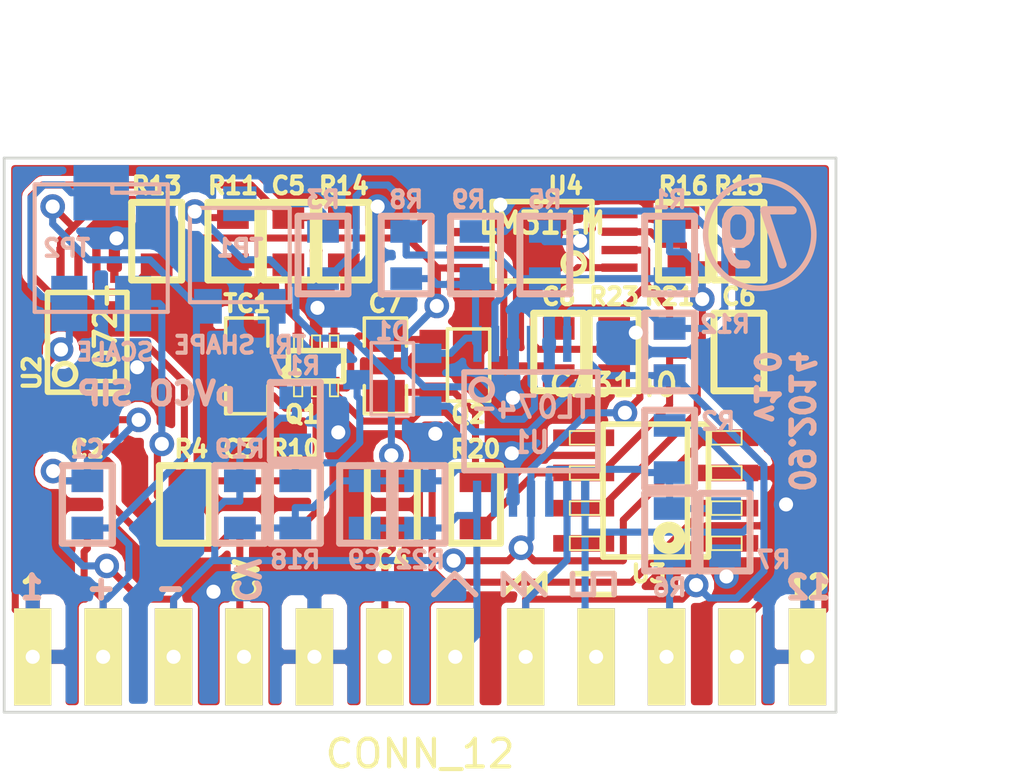
<source format=kicad_pcb>
(kicad_pcb (version 4) (host pcbnew "(2014-09-02 BZR 5112)-product")

  (general
    (links 99)
    (no_connects 0)
    (area 141.449999 81.449999 171.550001 101.550001)
    (thickness 1.6)
    (drawings 47)
    (tracks 518)
    (zones 0)
    (modules 43)
    (nets 36)
  )

  (page A3)
  (layers
    (0 F.Cu signal)
    (31 B.Cu signal)
    (32 B.Adhes user)
    (33 F.Adhes user)
    (34 B.Paste user)
    (35 F.Paste user)
    (36 B.SilkS user)
    (37 F.SilkS user)
    (38 B.Mask user)
    (39 F.Mask user)
    (40 Dwgs.User user)
    (41 Cmts.User user)
    (42 Eco1.User user)
    (43 Eco2.User user)
    (44 Edge.Cuts user)
  )

  (setup
    (last_trace_width 0.254)
    (trace_clearance 0.2032)
    (zone_clearance 0.2032)
    (zone_45_only no)
    (trace_min 0.254)
    (segment_width 0.2)
    (edge_width 0.1)
    (via_size 0.889)
    (via_drill 0.508)
    (via_min_size 0.889)
    (via_min_drill 0.508)
    (uvia_size 0.508)
    (uvia_drill 0.127)
    (uvias_allowed no)
    (uvia_min_size 0.508)
    (uvia_min_drill 0.127)
    (pcb_text_width 0.3)
    (pcb_text_size 1.5 1.5)
    (mod_edge_width 0.15)
    (mod_text_size 1 1)
    (mod_text_width 0.15)
    (pad_size 0.29972 1.30048)
    (pad_drill 0)
    (pad_to_mask_clearance 0)
    (aux_axis_origin 0 0)
    (visible_elements 7FFEFF7F)
    (pcbplotparams
      (layerselection 0x010f0_80000001)
      (usegerberextensions true)
      (excludeedgelayer true)
      (linewidth 0.150000)
      (plotframeref false)
      (viasonmask false)
      (mode 1)
      (useauxorigin false)
      (hpglpennumber 1)
      (hpglpenspeed 20)
      (hpglpendiameter 15)
      (hpglpenoverlay 2)
      (psnegative false)
      (psa4output false)
      (plotreference true)
      (plotvalue false)
      (plotinvisibletext false)
      (padsonsilk false)
      (subtractmaskfromsilk true)
      (outputformat 1)
      (mirror false)
      (drillshape 0)
      (scaleselection 1)
      (outputdirectory Gerbers/))
  )

  (net 0 "")
  (net 1 +VCC)
  (net 2 -VCC)
  (net 3 /TRI_SHAPE)
  (net 4 0V)
  (net 5 LINEAR_FM)
  (net 6 PITCH_CV)
  (net 7 PULSE)
  (net 8 PWM_CV)
  (net 9 RAMP)
  (net 10 SAW)
  (net 11 SYNC)
  (net 12 TRI)
  (net 13 "Net-(C3-Pad1)")
  (net 14 "Net-(C4-Pad1)")
  (net 15 "Net-(C5-Pad1)")
  (net 16 "Net-(C5-Pad2)")
  (net 17 "Net-(C6-Pad2)")
  (net 18 "Net-(C7-Pad1)")
  (net 19 "Net-(C7-Pad2)")
  (net 20 "Net-(C8-Pad1)")
  (net 21 "Net-(C8-Pad2)")
  (net 22 "Net-(C9-Pad1)")
  (net 23 "Net-(D1-Pad3)")
  (net 24 "Net-(Q1-Pad1)")
  (net 25 "Net-(Q1-Pad2)")
  (net 26 "Net-(R1-Pad2)")
  (net 27 "Net-(R2-Pad2)")
  (net 28 "Net-(R4-Pad1)")
  (net 29 "Net-(R12-Pad1)")
  (net 30 "Net-(U3-Pad1)")
  (net 31 "Net-(U3-Pad5)")
  (net 32 "Net-(U3-Pad8)")
  (net 33 "Net-(U4-Pad5)")
  (net 34 "Net-(U4-Pad6)")
  (net 35 "Net-(D1-Pad2)")

  (net_class Default "This is the default net class."
    (clearance 0.2032)
    (trace_width 0.254)
    (via_dia 0.889)
    (via_drill 0.508)
    (uvia_dia 0.508)
    (uvia_drill 0.127)
    (add_net +VCC)
    (add_net -VCC)
    (add_net /TRI_SHAPE)
    (add_net 0V)
    (add_net LINEAR_FM)
    (add_net "Net-(C3-Pad1)")
    (add_net "Net-(C4-Pad1)")
    (add_net "Net-(C5-Pad1)")
    (add_net "Net-(C5-Pad2)")
    (add_net "Net-(C6-Pad2)")
    (add_net "Net-(C7-Pad1)")
    (add_net "Net-(C7-Pad2)")
    (add_net "Net-(C8-Pad1)")
    (add_net "Net-(C8-Pad2)")
    (add_net "Net-(C9-Pad1)")
    (add_net "Net-(D1-Pad2)")
    (add_net "Net-(D1-Pad3)")
    (add_net "Net-(Q1-Pad1)")
    (add_net "Net-(Q1-Pad2)")
    (add_net "Net-(R1-Pad2)")
    (add_net "Net-(R12-Pad1)")
    (add_net "Net-(R2-Pad2)")
    (add_net "Net-(R4-Pad1)")
    (add_net "Net-(U3-Pad1)")
    (add_net "Net-(U3-Pad5)")
    (add_net "Net-(U3-Pad8)")
    (add_net "Net-(U4-Pad5)")
    (add_net "Net-(U4-Pad6)")
    (add_net PITCH_CV)
    (add_net PULSE)
    (add_net PWM_CV)
    (add_net RAMP)
    (add_net SAW)
    (add_net SYNC)
    (add_net TRI)
  )

  (module TSSOP8-JRL (layer F.Cu) (tedit 540B915A) (tstamp 540508B8)
    (at 144.5 88.25)
    (path /53FFE3C7)
    (attr smd)
    (fp_text reference U2 (at -2 1 270) (layer F.SilkS)
      (effects (font (size 0.6096 0.6096) (thickness 0.1524)))
    )
    (fp_text value TL072- (at 0.65 -0.1 90) (layer F.SilkS)
      (effects (font (size 0.762 0.762) (thickness 0.16002)))
    )
    (fp_line (start -1.43 -1.9) (end 1.43 -1.9) (layer F.SilkS) (width 0.2))
    (fp_line (start 1.43 -1.9) (end 1.43 1.7) (layer F.SilkS) (width 0.2))
    (fp_line (start 1.43 1.7) (end -1.43 1.7) (layer F.SilkS) (width 0.2))
    (fp_line (start -1.438 1.678) (end -1.438 -1.878) (layer F.SilkS) (width 0.2))
    (fp_circle (center -0.803 1.043) (end -1.184 1.043) (layer F.SilkS) (width 0.2))
    (pad 1 smd rect (at -0.9554 2.694) (size 0.29972 1.30048) (layers F.Cu F.Paste F.Mask)
      (net 13 "Net-(C3-Pad1)"))
    (pad 2 smd rect (at -0.3204 2.694) (size 0.29972 1.30048) (layers F.Cu F.Paste F.Mask)
      (net 6 PITCH_CV))
    (pad 3 smd rect (at 0.34 2.694) (size 0.29972 1.30048) (layers F.Cu F.Paste F.Mask)
      (net 4 0V))
    (pad 4 smd rect (at 0.975 2.694) (size 0.29972 1.30048) (layers F.Cu F.Paste F.Mask)
      (net 2 -VCC))
    (pad 5 smd rect (at 0.975 -2.894) (size 0.29972 1.30048) (layers F.Cu F.Paste F.Mask)
      (net 4 0V))
    (pad 6 smd rect (at 0.3273 -2.894) (size 0.29972 1.30048) (layers F.Cu F.Paste F.Mask)
      (net 15 "Net-(C5-Pad1)"))
    (pad 7 smd rect (at -0.3204 -2.894) (size 0.29972 1.30048) (layers F.Cu F.Paste F.Mask)
      (net 16 "Net-(C5-Pad2)"))
    (pad 8 smd rect (at -0.9681 -2.894) (size 0.29972 1.30048) (layers F.Cu F.Paste F.Mask)
      (net 1 +VCC))
    (model "E:/Documents/KiCad/MyLibs/MyModules/3D models/TSSOP08.wrl"
      (at (xyz 0 0 0))
      (scale (xyz 0.3937 0.3937 0.3937))
      (rotate (xyz 0 0 180))
    )
  )

  (module TSSOP8-JRL (layer F.Cu) (tedit 540B90B7) (tstamp 540508C9)
    (at 161 84.5 90)
    (path /5113E081)
    (attr smd)
    (fp_text reference U4 (at 2 0.75 180) (layer F.SilkS)
      (effects (font (size 0.6096 0.6096) (thickness 0.1524)))
    )
    (fp_text value LM311M (at 0.65 -0.1 180) (layer F.SilkS)
      (effects (font (size 0.762 0.762) (thickness 0.16002)))
    )
    (fp_line (start -1.43 -1.9) (end 1.43 -1.9) (layer F.SilkS) (width 0.2))
    (fp_line (start 1.43 -1.9) (end 1.43 1.7) (layer F.SilkS) (width 0.2))
    (fp_line (start 1.43 1.7) (end -1.43 1.7) (layer F.SilkS) (width 0.2))
    (fp_line (start -1.438 1.678) (end -1.438 -1.878) (layer F.SilkS) (width 0.2))
    (fp_circle (center -0.803 1.043) (end -1.184 1.043) (layer F.SilkS) (width 0.2))
    (pad 1 smd rect (at -0.9554 2.694 90) (size 0.29972 1.30048) (layers F.Cu F.Paste F.Mask)
      (net 2 -VCC))
    (pad 2 smd rect (at -0.3204 2.694 90) (size 0.29972 1.30048) (layers F.Cu F.Paste F.Mask)
      (net 20 "Net-(C8-Pad1)"))
    (pad 3 smd rect (at 0.34 2.694 90) (size 0.29972 1.30048) (layers F.Cu F.Paste F.Mask)
      (net 17 "Net-(C6-Pad2)"))
    (pad 4 smd rect (at 0.975 2.694 90) (size 0.29972 1.30048) (layers F.Cu F.Paste F.Mask)
      (net 2 -VCC))
    (pad 5 smd rect (at 0.975 -2.894 90) (size 0.29972 1.30048) (layers F.Cu F.Paste F.Mask)
      (net 33 "Net-(U4-Pad5)"))
    (pad 6 smd rect (at 0.3273 -2.894 90) (size 0.29972 1.30048) (layers F.Cu F.Paste F.Mask)
      (net 34 "Net-(U4-Pad6)"))
    (pad 7 smd rect (at -0.3204 -2.894 90) (size 0.29972 1.30048) (layers F.Cu F.Paste F.Mask)
      (net 21 "Net-(C8-Pad2)"))
    (pad 8 smd rect (at -0.9681 -2.894 90) (size 0.29972 1.30048) (layers F.Cu F.Paste F.Mask)
      (net 1 +VCC))
    (model "E:/Documents/KiCad/MyLibs/MyModules/3D models/TSSOP08.wrl"
      (at (xyz 0 0 0))
      (scale (xyz 0.3937 0.3937 0.3937))
      (rotate (xyz 0 0 180))
    )
  )

  (module SOT363-JRL (layer F.Cu) (tedit 541058F4) (tstamp 54050907)
    (at 152.75 89)
    (descr "SMALL OUTLINE TRANSISTOR; 6 LEADS")
    (tags "SMALL OUTLINE TRANSISTOR; 6 LEADS")
    (path /5113E67D)
    (attr smd)
    (fp_text reference Q1 (at -0.5 1.75) (layer F.SilkS)
      (effects (font (size 0.6096 0.6096) (thickness 0.1524)))
    )
    (fp_text value BCM847 (at 1.016 2.286) (layer F.SilkS) hide
      (effects (font (size 0.8128 0.8128) (thickness 0.1524)))
    )
    (fp_line (start -0.79756 1.09982) (end -0.49784 1.09982) (layer F.SilkS) (width 0.06604))
    (fp_line (start -0.49784 1.09982) (end -0.49784 0.59944) (layer F.SilkS) (width 0.06604))
    (fp_line (start -0.79756 0.59944) (end -0.49784 0.59944) (layer F.SilkS) (width 0.06604))
    (fp_line (start -0.79756 1.09982) (end -0.79756 0.59944) (layer F.SilkS) (width 0.06604))
    (fp_line (start -0.14986 1.09982) (end 0.14986 1.09982) (layer F.SilkS) (width 0.06604))
    (fp_line (start 0.14986 1.09982) (end 0.14986 0.59944) (layer F.SilkS) (width 0.06604))
    (fp_line (start -0.14986 0.59944) (end 0.14986 0.59944) (layer F.SilkS) (width 0.06604))
    (fp_line (start -0.14986 1.09982) (end -0.14986 0.59944) (layer F.SilkS) (width 0.06604))
    (fp_line (start 0.49784 1.09982) (end 0.79756 1.09982) (layer F.SilkS) (width 0.06604))
    (fp_line (start 0.79756 1.09982) (end 0.79756 0.59944) (layer F.SilkS) (width 0.06604))
    (fp_line (start 0.49784 0.59944) (end 0.79756 0.59944) (layer F.SilkS) (width 0.06604))
    (fp_line (start 0.49784 1.09982) (end 0.49784 0.59944) (layer F.SilkS) (width 0.06604))
    (fp_line (start 0.49784 -0.59944) (end 0.79756 -0.59944) (layer F.SilkS) (width 0.06604))
    (fp_line (start 0.79756 -0.59944) (end 0.79756 -1.09982) (layer F.SilkS) (width 0.06604))
    (fp_line (start 0.49784 -1.09982) (end 0.79756 -1.09982) (layer F.SilkS) (width 0.06604))
    (fp_line (start 0.49784 -0.59944) (end 0.49784 -1.09982) (layer F.SilkS) (width 0.06604))
    (fp_line (start -0.14986 -0.59944) (end 0.14986 -0.59944) (layer F.SilkS) (width 0.06604))
    (fp_line (start 0.14986 -0.59944) (end 0.14986 -1.09982) (layer F.SilkS) (width 0.06604))
    (fp_line (start -0.14986 -1.09982) (end 0.14986 -1.09982) (layer F.SilkS) (width 0.06604))
    (fp_line (start -0.14986 -0.59944) (end -0.14986 -1.09982) (layer F.SilkS) (width 0.06604))
    (fp_line (start -0.79756 -0.59944) (end -0.49784 -0.59944) (layer F.SilkS) (width 0.06604))
    (fp_line (start -0.49784 -0.59944) (end -0.49784 -1.09982) (layer F.SilkS) (width 0.06604))
    (fp_line (start -0.79756 -1.09982) (end -0.49784 -1.09982) (layer F.SilkS) (width 0.06604))
    (fp_line (start -0.79756 -0.59944) (end -0.79756 -1.09982) (layer F.SilkS) (width 0.06604))
    (fp_line (start -0.99822 -0.54864) (end 0.99822 -0.54864) (layer F.SilkS) (width 0.2032))
    (fp_line (start 0.99822 -0.54864) (end 0.99822 0.54864) (layer F.SilkS) (width 0.2032))
    (fp_line (start 0.99822 0.54864) (end -0.99822 0.54864) (layer F.SilkS) (width 0.2032))
    (fp_line (start -0.99822 0.54864) (end -0.99822 -0.54864) (layer F.SilkS) (width 0.2032))
    (fp_circle (center -0.6985 0.24892) (end -0.77216 0.32258) (layer F.SilkS) (width 0.1524))
    (pad 1 smd rect (at -0.6477 0.79756) (size 0.39878 0.79756) (layers F.Cu F.Paste F.Mask)
      (net 24 "Net-(Q1-Pad1)"))
    (pad 2 smd rect (at 0 0.79756) (size 0.39878 0.79756) (layers F.Cu F.Paste F.Mask)
      (net 25 "Net-(Q1-Pad2)"))
    (pad 3 smd rect (at 0.6477 0.79756) (size 0.39878 0.79756) (layers F.Cu F.Paste F.Mask)
      (net 18 "Net-(C7-Pad1)"))
    (pad 4 smd rect (at 0.6477 -0.79756) (size 0.39878 0.79756) (layers F.Cu F.Paste F.Mask)
      (net 24 "Net-(Q1-Pad1)"))
    (pad 5 smd rect (at 0 -0.79756) (size 0.39878 0.79756) (layers F.Cu F.Paste F.Mask)
      (net 4 0V))
    (pad 6 smd rect (at -0.6477 -0.79756) (size 0.39878 0.79756) (layers F.Cu F.Paste F.Mask)
      (net 15 "Net-(C5-Pad1)"))
    (model "E:/Documents/ViaCAD/KiCad 3D modules/SOT363.wrl"
      (at (xyz 0 0 0))
      (scale (xyz 0.3937 0.3937 0.3937))
      (rotate (xyz 0 0 90))
    )
  )

  (module SOT23-JRL (layer F.Cu) (tedit 540B8E70) (tstamp 54050912)
    (at 158.25 89 270)
    (tags SOT23)
    (path /5113E160)
    (fp_text reference Q2 (at 1.75 0 360) (layer F.SilkS)
      (effects (font (size 0.6096 0.6096) (thickness 0.1524)))
    )
    (fp_text value MMBF4391LT1G (at 0.0635 0 270) (layer F.SilkS) hide
      (effects (font (size 0.8128 0.8128) (thickness 0.1524)))
    )
    (fp_line (start 1.27 0.762) (end -1.3335 0.762) (layer F.SilkS) (width 0.127))
    (fp_line (start -1.3335 0.762) (end -1.3335 -0.762) (layer F.SilkS) (width 0.127))
    (fp_line (start -1.3335 -0.762) (end 1.27 -0.762) (layer F.SilkS) (width 0.127))
    (fp_line (start 1.27 -0.762) (end 1.27 0.762) (layer F.SilkS) (width 0.127))
    (pad 3 smd rect (at 0 -1.27 270) (size 0.70104 1.00076) (layers F.Cu F.Paste F.Mask)
      (net 21 "Net-(C8-Pad2)"))
    (pad 1 smd rect (at 0.9525 1.27 270) (size 0.70104 1.00076) (layers F.Cu F.Paste F.Mask)
      (net 19 "Net-(C7-Pad2)"))
    (pad 2 smd rect (at -0.9525 1.27 270) (size 0.70104 1.00076) (layers F.Cu F.Paste F.Mask)
      (net 18 "Net-(C7-Pad1)"))
    (model smd/smd_transistors/sot23.wrl
      (at (xyz 0 0 0))
      (scale (xyz 1 1 1))
      (rotate (xyz 0 0 0))
    )
  )

  (module SOT23-JRL (layer B.Cu) (tedit 540B91AE) (tstamp 5405091D)
    (at 155.5 89.5 270)
    (tags SOT23)
    (path /5114032F)
    (fp_text reference D1 (at -1.75 0 360) (layer B.SilkS)
      (effects (font (size 0.6096 0.6096) (thickness 0.1524)) (justify mirror))
    )
    (fp_text value BAV70 (at 0.0635 0 270) (layer B.SilkS) hide
      (effects (font (size 0.8128 0.8128) (thickness 0.1524)) (justify mirror))
    )
    (fp_line (start 1.27 -0.762) (end -1.3335 -0.762) (layer B.SilkS) (width 0.127))
    (fp_line (start -1.3335 -0.762) (end -1.3335 0.762) (layer B.SilkS) (width 0.127))
    (fp_line (start -1.3335 0.762) (end 1.27 0.762) (layer B.SilkS) (width 0.127))
    (fp_line (start 1.27 0.762) (end 1.27 -0.762) (layer B.SilkS) (width 0.127))
    (pad 3 smd rect (at 0 1.27 270) (size 0.70104 1.00076) (layers B.Cu B.Paste B.Mask)
      (net 23 "Net-(D1-Pad3)"))
    (pad 1 smd rect (at 0.9525 -1.27 270) (size 0.70104 1.00076) (layers B.Cu B.Paste B.Mask)
      (net 10 SAW))
    (pad 2 smd rect (at -0.9525 -1.27 270) (size 0.70104 1.00076) (layers B.Cu B.Paste B.Mask)
      (net 35 "Net-(D1-Pad2)"))
    (model smd/smd_transistors/sot23.wrl
      (at (xyz 0 0 0))
      (scale (xyz 1 1 1))
      (rotate (xyz 0 0 0))
    )
  )

  (module SOIC-8-JRL (layer F.Cu) (tedit 540C80B4) (tstamp 54050951)
    (at 165 93.5 90)
    (descr "SMALL OUTLINE INTEGRATED CIRCUIT")
    (tags "SMALL OUTLINE INTEGRATED CIRCUIT")
    (path /5113E19B)
    (attr smd)
    (fp_text reference U3 (at -3 -0.25 180) (layer F.SilkS)
      (effects (font (size 0.6096 0.6096) (thickness 0.1524)))
    )
    (fp_text value CA3140 (at 3.81 -1.524 180) (layer F.SilkS)
      (effects (font (size 0.8128 0.8128) (thickness 0.1524)))
    )
    (fp_circle (center -1.708 0.481) (end -1.581 0.608) (layer F.SilkS) (width 0.4064))
    (fp_line (start -2.14884 3.0988) (end -1.65862 3.0988) (layer F.SilkS) (width 0.06604))
    (fp_line (start -1.65862 3.0988) (end -1.65862 1.99898) (layer F.SilkS) (width 0.06604))
    (fp_line (start -2.14884 1.99898) (end -1.65862 1.99898) (layer F.SilkS) (width 0.06604))
    (fp_line (start -2.14884 3.0988) (end -2.14884 1.99898) (layer F.SilkS) (width 0.06604))
    (fp_line (start -0.87884 3.0988) (end -0.38862 3.0988) (layer F.SilkS) (width 0.06604))
    (fp_line (start -0.38862 3.0988) (end -0.38862 1.99898) (layer F.SilkS) (width 0.06604))
    (fp_line (start -0.87884 1.99898) (end -0.38862 1.99898) (layer F.SilkS) (width 0.06604))
    (fp_line (start -0.87884 3.0988) (end -0.87884 1.99898) (layer F.SilkS) (width 0.06604))
    (fp_line (start 0.38862 3.0988) (end 0.87884 3.0988) (layer F.SilkS) (width 0.06604))
    (fp_line (start 0.87884 3.0988) (end 0.87884 1.99898) (layer F.SilkS) (width 0.06604))
    (fp_line (start 0.38862 1.99898) (end 0.87884 1.99898) (layer F.SilkS) (width 0.06604))
    (fp_line (start 0.38862 3.0988) (end 0.38862 1.99898) (layer F.SilkS) (width 0.06604))
    (fp_line (start 1.65862 3.0988) (end 2.14884 3.0988) (layer F.SilkS) (width 0.06604))
    (fp_line (start 2.14884 3.0988) (end 2.14884 1.99898) (layer F.SilkS) (width 0.06604))
    (fp_line (start 1.65862 1.99898) (end 2.14884 1.99898) (layer F.SilkS) (width 0.06604))
    (fp_line (start 1.65862 3.0988) (end 1.65862 1.99898) (layer F.SilkS) (width 0.06604))
    (fp_line (start 1.65862 -1.99898) (end 2.14884 -1.99898) (layer F.SilkS) (width 0.06604))
    (fp_line (start 2.14884 -1.99898) (end 2.14884 -3.0988) (layer F.SilkS) (width 0.06604))
    (fp_line (start 1.65862 -3.0988) (end 2.14884 -3.0988) (layer F.SilkS) (width 0.06604))
    (fp_line (start 1.65862 -1.99898) (end 1.65862 -3.0988) (layer F.SilkS) (width 0.06604))
    (fp_line (start 0.38862 -1.99898) (end 0.87884 -1.99898) (layer F.SilkS) (width 0.06604))
    (fp_line (start 0.87884 -1.99898) (end 0.87884 -3.0988) (layer F.SilkS) (width 0.06604))
    (fp_line (start 0.38862 -3.0988) (end 0.87884 -3.0988) (layer F.SilkS) (width 0.06604))
    (fp_line (start 0.38862 -1.99898) (end 0.38862 -3.0988) (layer F.SilkS) (width 0.06604))
    (fp_line (start -0.87884 -1.99898) (end -0.38862 -1.99898) (layer F.SilkS) (width 0.06604))
    (fp_line (start -0.38862 -1.99898) (end -0.38862 -3.0988) (layer F.SilkS) (width 0.06604))
    (fp_line (start -0.87884 -3.0988) (end -0.38862 -3.0988) (layer F.SilkS) (width 0.06604))
    (fp_line (start -0.87884 -1.99898) (end -0.87884 -3.0988) (layer F.SilkS) (width 0.06604))
    (fp_line (start -2.14884 -1.99898) (end -1.65862 -1.99898) (layer F.SilkS) (width 0.06604))
    (fp_line (start -1.65862 -1.99898) (end -1.65862 -3.0988) (layer F.SilkS) (width 0.06604))
    (fp_line (start -2.14884 -3.0988) (end -1.65862 -3.0988) (layer F.SilkS) (width 0.06604))
    (fp_line (start -2.14884 -1.99898) (end -2.14884 -3.0988) (layer F.SilkS) (width 0.06604))
    (fp_line (start 2.39776 -1.89992) (end 2.39776 1.39954) (layer F.SilkS) (width 0.2032))
    (fp_line (start 2.39776 1.39954) (end 2.39776 1.89992) (layer F.SilkS) (width 0.2032))
    (fp_line (start 2.39776 1.89992) (end -2.39776 1.89992) (layer F.SilkS) (width 0.2032))
    (fp_line (start -2.39776 1.89992) (end -2.39776 1.39954) (layer F.SilkS) (width 0.2032))
    (fp_line (start -2.39776 1.39954) (end -2.39776 -1.89992) (layer F.SilkS) (width 0.2032))
    (fp_line (start -2.39776 -1.89992) (end 2.39776 -1.89992) (layer F.SilkS) (width 0.2032))
    (fp_line (start 2.39776 1.14554) (end -2.39776 1.14554) (layer F.SilkS) (width 0.2032))
    (pad 1 smd rect (at -1.905 2.59842 90) (size 0.59944 2.19964) (layers F.Cu F.Paste F.Mask)
      (net 30 "Net-(U3-Pad1)"))
    (pad 2 smd rect (at -0.635 2.59842 90) (size 0.59944 2.19964) (layers F.Cu F.Paste F.Mask)
      (net 18 "Net-(C7-Pad1)"))
    (pad 3 smd rect (at 0.635 2.59842 90) (size 0.59944 2.19964) (layers F.Cu F.Paste F.Mask)
      (net 4 0V))
    (pad 4 smd rect (at 1.905 2.59842 90) (size 0.59944 2.19964) (layers F.Cu F.Paste F.Mask)
      (net 2 -VCC))
    (pad 5 smd rect (at 1.905 -2.59842 90) (size 0.59944 2.19964) (layers F.Cu F.Paste F.Mask)
      (net 31 "Net-(U3-Pad5)"))
    (pad 6 smd rect (at 0.635 -2.59842 90) (size 0.59944 2.19964) (layers F.Cu F.Paste F.Mask)
      (net 9 RAMP))
    (pad 7 smd rect (at -0.635 -2.59842 90) (size 0.59944 2.19964) (layers F.Cu F.Paste F.Mask)
      (net 1 +VCC))
    (pad 8 smd rect (at -1.905 -2.59842 90) (size 0.59944 2.19964) (layers F.Cu F.Paste F.Mask)
      (net 32 "Net-(U3-Pad8)"))
    (model smd/smd_dil/so-8.wrl
      (at (xyz 0 0 0))
      (scale (xyz 1 1 1))
      (rotate (xyz 0 0 0))
    )
  )

  (module 43A (layer B.Cu) (tedit 540D05C4) (tstamp 5405096D)
    (at 145 84.75 180)
    (path /5113EBD7)
    (fp_text reference TP2 (at 1.25 0 180) (layer B.SilkS)
      (effects (font (size 0.6096 0.6096) (thickness 0.1524)) (justify mirror))
    )
    (fp_text value 20K (at 0 -4.0005 180) (layer B.SilkS) hide
      (effects (font (size 0.762 0.762) (thickness 0.127)) (justify mirror))
    )
    (fp_line (start -2.10058 2.30124) (end -2.10058 1.99898) (layer B.SilkS) (width 0.14986))
    (fp_line (start -2.10058 1.99898) (end -0.39878 1.99898) (layer B.SilkS) (width 0.14986))
    (fp_line (start -0.39878 1.99898) (end -0.39878 2.30124) (layer B.SilkS) (width 0.14986))
    (fp_line (start -2.4003 2.30124) (end 2.4003 2.30124) (layer B.SilkS) (width 0.14986))
    (fp_line (start 2.4003 2.30124) (end 2.4003 -2.30124) (layer B.SilkS) (width 0.14986))
    (fp_line (start 2.4003 -2.30124) (end -2.4003 -2.30124) (layer B.SilkS) (width 0.14986))
    (fp_line (start -2.4003 -2.30124) (end -2.4003 2.30124) (layer B.SilkS) (width 0.14986))
    (pad 2 smd rect (at 0 1.99898 180) (size 1.99898 1.99898) (layers B.Cu B.Paste B.Mask)
      (net 6 PITCH_CV))
    (pad 1 smd rect (at -1.15062 -1.99898 180) (size 1.30048 1.99898) (layers B.Cu B.Paste B.Mask)
      (net 28 "Net-(R4-Pad1)"))
    (pad 3 smd rect (at 1.15062 -1.99898 180) (size 1.30048 1.99898) (layers B.Cu B.Paste B.Mask)
      (net 6 PITCH_CV))
    (model "E:/Documents/ViaCAD/KiCad 3D modules/SM-42.wrl"
      (at (xyz 0 0 0))
      (scale (xyz 0.3937 0.3937 0.3937))
      (rotate (xyz 0 0 0))
    )
  )

  (module SM0805-HAND (layer F.Cu) (tedit 540B8E60) (tstamp 54050979)
    (at 155.25 89 270)
    (path /5113F26E)
    (attr smd)
    (fp_text reference C7 (at -2.25 0 360) (layer F.SilkS)
      (effects (font (size 0.6096 0.6096) (thickness 0.1524)))
    )
    (fp_text value "2.2n 1%" (at 0 0 270) (layer F.SilkS) hide
      (effects (font (size 0.635 0.635) (thickness 0.127)))
    )
    (fp_line (start -0.7112 0.762) (end -1.7272 0.762) (layer F.SilkS) (width 0.127))
    (fp_line (start -1.7272 0.762) (end -1.7272 -0.762) (layer F.SilkS) (width 0.127))
    (fp_line (start -1.7272 -0.762) (end -0.7112 -0.762) (layer F.SilkS) (width 0.127))
    (fp_line (start 0.7112 -0.762) (end 1.7272 -0.762) (layer F.SilkS) (width 0.127))
    (fp_line (start 1.7272 -0.762) (end 1.7272 0.762) (layer F.SilkS) (width 0.127))
    (fp_line (start 1.7272 0.762) (end 0.7112 0.762) (layer F.SilkS) (width 0.127))
    (pad 1 smd rect (at -1.0795 0 270) (size 1.143 1.397) (layers F.Cu F.Paste F.Mask)
      (net 18 "Net-(C7-Pad1)"))
    (pad 2 smd rect (at 1.0795 0 270) (size 1.143 1.397) (layers F.Cu F.Paste F.Mask)
      (net 19 "Net-(C7-Pad2)"))
    (model smd/chip_cms.wrl
      (at (xyz 0 0 0))
      (scale (xyz 0.1 0.1 0.1))
      (rotate (xyz 0 0 0))
    )
  )

  (module SM0805-HAND (layer F.Cu) (tedit 540B8E56) (tstamp 5405D719)
    (at 150.25 89 270)
    (path /5113EC84)
    (attr smd)
    (fp_text reference TC1 (at -2.25 0 360) (layer F.SilkS)
      (effects (font (size 0.6096 0.6096) (thickness 0.1524)))
    )
    (fp_text value "1K 3300ppm/K" (at 0 0 270) (layer F.SilkS) hide
      (effects (font (size 0.635 0.635) (thickness 0.127)))
    )
    (fp_line (start -0.7112 0.762) (end -1.7272 0.762) (layer F.SilkS) (width 0.127))
    (fp_line (start -1.7272 0.762) (end -1.7272 -0.762) (layer F.SilkS) (width 0.127))
    (fp_line (start -1.7272 -0.762) (end -0.7112 -0.762) (layer F.SilkS) (width 0.127))
    (fp_line (start 0.7112 -0.762) (end 1.7272 -0.762) (layer F.SilkS) (width 0.127))
    (fp_line (start 1.7272 -0.762) (end 1.7272 0.762) (layer F.SilkS) (width 0.127))
    (fp_line (start 1.7272 0.762) (end 0.7112 0.762) (layer F.SilkS) (width 0.127))
    (pad 1 smd rect (at -1.0795 0 270) (size 1.143 1.397) (layers F.Cu F.Paste F.Mask)
      (net 4 0V))
    (pad 2 smd rect (at 1.0795 0 270) (size 1.143 1.397) (layers F.Cu F.Paste F.Mask)
      (net 25 "Net-(Q1-Pad2)"))
    (model smd/chip_cms.wrl
      (at (xyz 0 0 0))
      (scale (xyz 0.1 0.1 0.1))
      (rotate (xyz 0 0 0))
    )
  )

  (module SM0603-JRL (layer F.Cu) (tedit 540B90EC) (tstamp 5405098F)
    (at 148 94 90)
    (path /5113EBF1)
    (attr smd)
    (fp_text reference R4 (at 2 0.25 180) (layer F.SilkS)
      (effects (font (size 0.6096 0.6096) (thickness 0.1524)))
    )
    (fp_text value 91K (at 0 0 90) (layer F.SilkS) hide
      (effects (font (size 0.508 0.4572) (thickness 0.1143)))
    )
    (fp_line (start -1.4 0.9) (end 1.4 0.9) (layer F.SilkS) (width 0.254))
    (fp_line (start 1.4 0.9) (end 1.4 -0.9) (layer F.SilkS) (width 0.254))
    (fp_line (start 1.4 -0.9) (end -1.4 -0.9) (layer F.SilkS) (width 0.254))
    (fp_line (start -1.4 -0.9) (end -1.4 0.9) (layer F.SilkS) (width 0.254))
    (pad 1 smd rect (at -0.8509 0 90) (size 0.8128 1.143) (layers F.Cu F.Paste F.Mask)
      (net 28 "Net-(R4-Pad1)"))
    (pad 2 smd rect (at 0.8509 0 90) (size 0.8128 1.143) (layers F.Cu F.Paste F.Mask)
      (net 13 "Net-(C3-Pad1)"))
    (model smd\resistors\R0603.wrl
      (at (xyz 0 0 0.001))
      (scale (xyz 0.5 0.5 0.5))
      (rotate (xyz 0 0 0))
    )
  )

  (module SM0603-JRL (layer B.Cu) (tedit 540B919C) (tstamp 54050999)
    (at 152 94 270)
    (path /51140351)
    (attr smd)
    (fp_text reference R18 (at 2 0 360) (layer B.SilkS)
      (effects (font (size 0.6096 0.6096) (thickness 0.1524)) (justify mirror))
    )
    (fp_text value 15K (at 0 0 270) (layer B.SilkS) hide
      (effects (font (size 0.508 0.4572) (thickness 0.1143)) (justify mirror))
    )
    (fp_line (start -1.4 -0.9) (end 1.4 -0.9) (layer B.SilkS) (width 0.254))
    (fp_line (start 1.4 -0.9) (end 1.4 0.9) (layer B.SilkS) (width 0.254))
    (fp_line (start 1.4 0.9) (end -1.4 0.9) (layer B.SilkS) (width 0.254))
    (fp_line (start -1.4 0.9) (end -1.4 -0.9) (layer B.SilkS) (width 0.254))
    (pad 1 smd rect (at -0.8509 0 270) (size 0.8128 1.143) (layers B.Cu B.Paste B.Mask)
      (net 23 "Net-(D1-Pad3)"))
    (pad 2 smd rect (at 0.8509 0 270) (size 0.8128 1.143) (layers B.Cu B.Paste B.Mask)
      (net 22 "Net-(C9-Pad1)"))
    (model smd\resistors\R0603.wrl
      (at (xyz 0 0 0.001))
      (scale (xyz 0.5 0.5 0.5))
      (rotate (xyz 0 0 0))
    )
  )

  (module SM0603-JRL (layer F.Cu) (tedit 540B8E25) (tstamp 540509A3)
    (at 151.75 84.5 90)
    (path /5113EFA7)
    (attr smd)
    (fp_text reference C5 (at 2 0 180) (layer F.SilkS)
      (effects (font (size 0.6096 0.6096) (thickness 0.1524)))
    )
    (fp_text value 100p (at 0 0 90) (layer F.SilkS) hide
      (effects (font (size 0.508 0.4572) (thickness 0.1143)))
    )
    (fp_line (start -1.4 0.9) (end 1.4 0.9) (layer F.SilkS) (width 0.254))
    (fp_line (start 1.4 0.9) (end 1.4 -0.9) (layer F.SilkS) (width 0.254))
    (fp_line (start 1.4 -0.9) (end -1.4 -0.9) (layer F.SilkS) (width 0.254))
    (fp_line (start -1.4 -0.9) (end -1.4 0.9) (layer F.SilkS) (width 0.254))
    (pad 1 smd rect (at -0.8509 0 90) (size 0.8128 1.143) (layers F.Cu F.Paste F.Mask)
      (net 15 "Net-(C5-Pad1)"))
    (pad 2 smd rect (at 0.8509 0 90) (size 0.8128 1.143) (layers F.Cu F.Paste F.Mask)
      (net 16 "Net-(C5-Pad2)"))
    (model smd\resistors\R0603.wrl
      (at (xyz 0 0 0.001))
      (scale (xyz 0.5 0.5 0.5))
      (rotate (xyz 0 0 0))
    )
  )

  (module SM0603-JRL (layer F.Cu) (tedit 540B8E2C) (tstamp 540509AD)
    (at 153.75 84.5 270)
    (path /5113EF8B)
    (attr smd)
    (fp_text reference R14 (at -2 0 360) (layer F.SilkS)
      (effects (font (size 0.6096 0.6096) (thickness 0.1524)))
    )
    (fp_text value 10K (at 0 0 270) (layer F.SilkS) hide
      (effects (font (size 0.508 0.4572) (thickness 0.1143)))
    )
    (fp_line (start -1.4 0.9) (end 1.4 0.9) (layer F.SilkS) (width 0.254))
    (fp_line (start 1.4 0.9) (end 1.4 -0.9) (layer F.SilkS) (width 0.254))
    (fp_line (start 1.4 -0.9) (end -1.4 -0.9) (layer F.SilkS) (width 0.254))
    (fp_line (start -1.4 -0.9) (end -1.4 0.9) (layer F.SilkS) (width 0.254))
    (pad 1 smd rect (at -0.8509 0 270) (size 0.8128 1.143) (layers F.Cu F.Paste F.Mask)
      (net 16 "Net-(C5-Pad2)"))
    (pad 2 smd rect (at 0.8509 0 270) (size 0.8128 1.143) (layers F.Cu F.Paste F.Mask)
      (net 24 "Net-(Q1-Pad1)"))
    (model smd\resistors\R0603.wrl
      (at (xyz 0 0 0.001))
      (scale (xyz 0.5 0.5 0.5))
      (rotate (xyz 0 0 0))
    )
  )

  (module SM0603-JRL (layer F.Cu) (tedit 540B8E20) (tstamp 540509B7)
    (at 147 84.5 90)
    (path /5113EEC1)
    (attr smd)
    (fp_text reference R13 (at 2 0 180) (layer F.SilkS)
      (effects (font (size 0.6096 0.6096) (thickness 0.1524)))
    )
    (fp_text value 1.5M (at 0 0 90) (layer F.SilkS) hide
      (effects (font (size 0.508 0.4572) (thickness 0.1143)))
    )
    (fp_line (start -1.4 0.9) (end 1.4 0.9) (layer F.SilkS) (width 0.254))
    (fp_line (start 1.4 0.9) (end 1.4 -0.9) (layer F.SilkS) (width 0.254))
    (fp_line (start 1.4 -0.9) (end -1.4 -0.9) (layer F.SilkS) (width 0.254))
    (fp_line (start -1.4 -0.9) (end -1.4 0.9) (layer F.SilkS) (width 0.254))
    (pad 1 smd rect (at -0.8509 0 90) (size 0.8128 1.143) (layers F.Cu F.Paste F.Mask)
      (net 15 "Net-(C5-Pad1)"))
    (pad 2 smd rect (at 0.8509 0 90) (size 0.8128 1.143) (layers F.Cu F.Paste F.Mask)
      (net 1 +VCC))
    (model smd\resistors\R0603.wrl
      (at (xyz 0 0 0.001))
      (scale (xyz 0.5 0.5 0.5))
      (rotate (xyz 0 0 0))
    )
  )

  (module SM0603-JRL (layer F.Cu) (tedit 540B90F4) (tstamp 5405D724)
    (at 152 94 270)
    (path /5113EC77)
    (attr smd)
    (fp_text reference R10 (at -2 0 360) (layer F.SilkS)
      (effects (font (size 0.6096 0.6096) (thickness 0.1524)))
    )
    (fp_text value 56K (at 0 0 270) (layer F.SilkS) hide
      (effects (font (size 0.508 0.4572) (thickness 0.1143)))
    )
    (fp_line (start -1.4 0.9) (end 1.4 0.9) (layer F.SilkS) (width 0.254))
    (fp_line (start 1.4 0.9) (end 1.4 -0.9) (layer F.SilkS) (width 0.254))
    (fp_line (start 1.4 -0.9) (end -1.4 -0.9) (layer F.SilkS) (width 0.254))
    (fp_line (start -1.4 -0.9) (end -1.4 0.9) (layer F.SilkS) (width 0.254))
    (pad 1 smd rect (at -0.8509 0 270) (size 0.8128 1.143) (layers F.Cu F.Paste F.Mask)
      (net 13 "Net-(C3-Pad1)"))
    (pad 2 smd rect (at 0.8509 0 270) (size 0.8128 1.143) (layers F.Cu F.Paste F.Mask)
      (net 25 "Net-(Q1-Pad2)"))
    (model smd\resistors\R0603.wrl
      (at (xyz 0 0 0.001))
      (scale (xyz 0.5 0.5 0.5))
      (rotate (xyz 0 0 0))
    )
  )

  (module SM0603-JRL (layer F.Cu) (tedit 540B90F1) (tstamp 540509CB)
    (at 150 94 270)
    (path /5113EC21)
    (attr smd)
    (fp_text reference C3 (at -2 0 360) (layer F.SilkS)
      (effects (font (size 0.6096 0.6096) (thickness 0.1524)))
    )
    (fp_text value 100p (at 0 0 270) (layer F.SilkS) hide
      (effects (font (size 0.508 0.4572) (thickness 0.1143)))
    )
    (fp_line (start -1.4 0.9) (end 1.4 0.9) (layer F.SilkS) (width 0.254))
    (fp_line (start 1.4 0.9) (end 1.4 -0.9) (layer F.SilkS) (width 0.254))
    (fp_line (start 1.4 -0.9) (end -1.4 -0.9) (layer F.SilkS) (width 0.254))
    (fp_line (start -1.4 -0.9) (end -1.4 0.9) (layer F.SilkS) (width 0.254))
    (pad 1 smd rect (at -0.8509 0 270) (size 0.8128 1.143) (layers F.Cu F.Paste F.Mask)
      (net 13 "Net-(C3-Pad1)"))
    (pad 2 smd rect (at 0.8509 0 270) (size 0.8128 1.143) (layers F.Cu F.Paste F.Mask)
      (net 6 PITCH_CV))
    (model smd\resistors\R0603.wrl
      (at (xyz 0 0 0.001))
      (scale (xyz 0.5 0.5 0.5))
      (rotate (xyz 0 0 0))
    )
  )

  (module SM0603-JRL (layer F.Cu) (tedit 540B9100) (tstamp 540509D5)
    (at 158.5 94 270)
    (path /5113F30F)
    (attr smd)
    (fp_text reference R20 (at -2 0 360) (layer F.SilkS)
      (effects (font (size 0.6096 0.6096) (thickness 0.1524)))
    )
    (fp_text value 680 (at 0 0 270) (layer F.SilkS) hide
      (effects (font (size 0.508 0.4572) (thickness 0.1143)))
    )
    (fp_line (start -1.4 0.9) (end 1.4 0.9) (layer F.SilkS) (width 0.254))
    (fp_line (start 1.4 0.9) (end 1.4 -0.9) (layer F.SilkS) (width 0.254))
    (fp_line (start 1.4 -0.9) (end -1.4 -0.9) (layer F.SilkS) (width 0.254))
    (fp_line (start -1.4 -0.9) (end -1.4 0.9) (layer F.SilkS) (width 0.254))
    (pad 1 smd rect (at -0.8509 0 270) (size 0.8128 1.143) (layers F.Cu F.Paste F.Mask)
      (net 19 "Net-(C7-Pad2)"))
    (pad 2 smd rect (at 0.8509 0 270) (size 0.8128 1.143) (layers F.Cu F.Paste F.Mask)
      (net 9 RAMP))
    (model smd\resistors\R0603.wrl
      (at (xyz 0 0 0.001))
      (scale (xyz 0.5 0.5 0.5))
      (rotate (xyz 0 0 0))
    )
  )

  (module SM0603-JRL (layer B.Cu) (tedit 540B9197) (tstamp 540509DF)
    (at 150 94 270)
    (path /5114035A)
    (attr smd)
    (fp_text reference R19 (at -2 0 360) (layer B.SilkS)
      (effects (font (size 0.6096 0.6096) (thickness 0.1524)) (justify mirror))
    )
    (fp_text value 56K (at 0 0 270) (layer B.SilkS) hide
      (effects (font (size 0.508 0.4572) (thickness 0.1143)) (justify mirror))
    )
    (fp_line (start -1.4 -0.9) (end 1.4 -0.9) (layer B.SilkS) (width 0.254))
    (fp_line (start 1.4 -0.9) (end 1.4 0.9) (layer B.SilkS) (width 0.254))
    (fp_line (start 1.4 0.9) (end -1.4 0.9) (layer B.SilkS) (width 0.254))
    (fp_line (start -1.4 0.9) (end -1.4 -0.9) (layer B.SilkS) (width 0.254))
    (pad 1 smd rect (at -0.8509 0 270) (size 0.8128 1.143) (layers B.Cu B.Paste B.Mask)
      (net 2 -VCC))
    (pad 2 smd rect (at 0.8509 0 270) (size 0.8128 1.143) (layers B.Cu B.Paste B.Mask)
      (net 22 "Net-(C9-Pad1)"))
    (model smd\resistors\R0603.wrl
      (at (xyz 0 0 0.001))
      (scale (xyz 0.5 0.5 0.5))
      (rotate (xyz 0 0 0))
    )
  )

  (module SM0603-JRL (layer B.Cu) (tedit 540B91A3) (tstamp 540509E9)
    (at 156.5 94 270)
    (path /51140397)
    (attr smd)
    (fp_text reference R22 (at 2 0 360) (layer B.SilkS)
      (effects (font (size 0.6096 0.6096) (thickness 0.1524)) (justify mirror))
    )
    (fp_text value 33K (at 0 0 270) (layer B.SilkS) hide
      (effects (font (size 0.508 0.4572) (thickness 0.1143)) (justify mirror))
    )
    (fp_line (start -1.4 -0.9) (end 1.4 -0.9) (layer B.SilkS) (width 0.254))
    (fp_line (start 1.4 -0.9) (end 1.4 0.9) (layer B.SilkS) (width 0.254))
    (fp_line (start 1.4 0.9) (end -1.4 0.9) (layer B.SilkS) (width 0.254))
    (fp_line (start -1.4 0.9) (end -1.4 -0.9) (layer B.SilkS) (width 0.254))
    (pad 1 smd rect (at -0.8509 0 270) (size 0.8128 1.143) (layers B.Cu B.Paste B.Mask)
      (net 22 "Net-(C9-Pad1)"))
    (pad 2 smd rect (at 0.8509 0 270) (size 0.8128 1.143) (layers B.Cu B.Paste B.Mask)
      (net 12 TRI))
    (model smd\resistors\R0603.wrl
      (at (xyz 0 0 0.001))
      (scale (xyz 0.5 0.5 0.5))
      (rotate (xyz 0 0 0))
    )
  )

  (module SM0603-JRL (layer B.Cu) (tedit 540B919E) (tstamp 540509F3)
    (at 154.5 94 270)
    (path /5114039E)
    (attr smd)
    (fp_text reference C9 (at 2 0 360) (layer B.SilkS)
      (effects (font (size 0.6096 0.6096) (thickness 0.1524)) (justify mirror))
    )
    (fp_text value 100p (at 0 0 270) (layer B.SilkS) hide
      (effects (font (size 0.508 0.4572) (thickness 0.1143)) (justify mirror))
    )
    (fp_line (start -1.4 -0.9) (end 1.4 -0.9) (layer B.SilkS) (width 0.254))
    (fp_line (start 1.4 -0.9) (end 1.4 0.9) (layer B.SilkS) (width 0.254))
    (fp_line (start 1.4 0.9) (end -1.4 0.9) (layer B.SilkS) (width 0.254))
    (fp_line (start -1.4 0.9) (end -1.4 -0.9) (layer B.SilkS) (width 0.254))
    (pad 1 smd rect (at -0.8509 0 270) (size 0.8128 1.143) (layers B.Cu B.Paste B.Mask)
      (net 22 "Net-(C9-Pad1)"))
    (pad 2 smd rect (at 0.8509 0 270) (size 0.8128 1.143) (layers B.Cu B.Paste B.Mask)
      (net 12 TRI))
    (model smd\resistors\R0603.wrl
      (at (xyz 0 0 0.001))
      (scale (xyz 0.5 0.5 0.5))
      (rotate (xyz 0 0 0))
    )
  )

  (module SM0603-JRL (layer F.Cu) (tedit 540B8E28) (tstamp 540509FD)
    (at 149.75 84.5 270)
    (path /51141C42)
    (attr smd)
    (fp_text reference R11 (at -2 0 360) (layer F.SilkS)
      (effects (font (size 0.6096 0.6096) (thickness 0.1524)))
    )
    (fp_text value 1M (at 0 0 270) (layer F.SilkS) hide
      (effects (font (size 0.508 0.4572) (thickness 0.1143)))
    )
    (fp_line (start -1.4 0.9) (end 1.4 0.9) (layer F.SilkS) (width 0.254))
    (fp_line (start 1.4 0.9) (end 1.4 -0.9) (layer F.SilkS) (width 0.254))
    (fp_line (start 1.4 -0.9) (end -1.4 -0.9) (layer F.SilkS) (width 0.254))
    (fp_line (start -1.4 -0.9) (end -1.4 0.9) (layer F.SilkS) (width 0.254))
    (pad 1 smd rect (at -0.8509 0 270) (size 0.8128 1.143) (layers F.Cu F.Paste F.Mask)
      (net 14 "Net-(C4-Pad1)"))
    (pad 2 smd rect (at 0.8509 0 270) (size 0.8128 1.143) (layers F.Cu F.Paste F.Mask)
      (net 15 "Net-(C5-Pad1)"))
    (model smd\resistors\R0603.wrl
      (at (xyz 0 0 0.001))
      (scale (xyz 0.5 0.5 0.5))
      (rotate (xyz 0 0 0))
    )
  )

  (module SM0603-JRL (layer F.Cu) (tedit 540B90FE) (tstamp 54050A07)
    (at 155.5 94 270)
    (path /51141C5F)
    (attr smd)
    (fp_text reference C4 (at 2 0 360) (layer F.SilkS)
      (effects (font (size 0.6096 0.6096) (thickness 0.1524)))
    )
    (fp_text value 2.2n (at 0 0 270) (layer F.SilkS) hide
      (effects (font (size 0.508 0.4572) (thickness 0.1143)))
    )
    (fp_line (start -1.4 0.9) (end 1.4 0.9) (layer F.SilkS) (width 0.254))
    (fp_line (start 1.4 0.9) (end 1.4 -0.9) (layer F.SilkS) (width 0.254))
    (fp_line (start 1.4 -0.9) (end -1.4 -0.9) (layer F.SilkS) (width 0.254))
    (fp_line (start -1.4 -0.9) (end -1.4 0.9) (layer F.SilkS) (width 0.254))
    (pad 1 smd rect (at -0.8509 0 270) (size 0.8128 1.143) (layers F.Cu F.Paste F.Mask)
      (net 14 "Net-(C4-Pad1)"))
    (pad 2 smd rect (at 0.8509 0 270) (size 0.8128 1.143) (layers F.Cu F.Paste F.Mask)
      (net 5 LINEAR_FM))
    (model smd\resistors\R0603.wrl
      (at (xyz 0 0 0.001))
      (scale (xyz 0.5 0.5 0.5))
      (rotate (xyz 0 0 0))
    )
  )

  (module SM0603-JRL (layer B.Cu) (tedit 540B918C) (tstamp 54050A11)
    (at 144.5 94 90)
    (path /51141E60)
    (attr smd)
    (fp_text reference C1 (at 2 0 180) (layer B.SilkS)
      (effects (font (size 0.6096 0.6096) (thickness 0.1524)) (justify mirror))
    )
    (fp_text value 100n (at 0 0 90) (layer B.SilkS) hide
      (effects (font (size 0.508 0.4572) (thickness 0.1143)) (justify mirror))
    )
    (fp_line (start -1.4 -0.9) (end 1.4 -0.9) (layer B.SilkS) (width 0.254))
    (fp_line (start 1.4 -0.9) (end 1.4 0.9) (layer B.SilkS) (width 0.254))
    (fp_line (start 1.4 0.9) (end -1.4 0.9) (layer B.SilkS) (width 0.254))
    (fp_line (start -1.4 0.9) (end -1.4 -0.9) (layer B.SilkS) (width 0.254))
    (pad 1 smd rect (at -0.8509 0 90) (size 0.8128 1.143) (layers B.Cu B.Paste B.Mask)
      (net 1 +VCC))
    (pad 2 smd rect (at 0.8509 0 90) (size 0.8128 1.143) (layers B.Cu B.Paste B.Mask)
      (net 2 -VCC))
    (model smd\resistors\R0603.wrl
      (at (xyz 0 0 0.001))
      (scale (xyz 0.5 0.5 0.5))
      (rotate (xyz 0 0 0))
    )
  )

  (module SM0603-JRL (layer F.Cu) (tedit 540B90E9) (tstamp 54050A1B)
    (at 144.5 94 90)
    (path /51141E68)
    (attr smd)
    (fp_text reference C2 (at 2 0 180) (layer F.SilkS)
      (effects (font (size 0.6096 0.6096) (thickness 0.1524)))
    )
    (fp_text value 100n (at 0 0 90) (layer F.SilkS) hide
      (effects (font (size 0.508 0.4572) (thickness 0.1143)))
    )
    (fp_line (start -1.4 0.9) (end 1.4 0.9) (layer F.SilkS) (width 0.254))
    (fp_line (start 1.4 0.9) (end 1.4 -0.9) (layer F.SilkS) (width 0.254))
    (fp_line (start 1.4 -0.9) (end -1.4 -0.9) (layer F.SilkS) (width 0.254))
    (fp_line (start -1.4 -0.9) (end -1.4 0.9) (layer F.SilkS) (width 0.254))
    (pad 1 smd rect (at -0.8509 0 90) (size 0.8128 1.143) (layers F.Cu F.Paste F.Mask)
      (net 1 +VCC))
    (pad 2 smd rect (at 0.8509 0 90) (size 0.8128 1.143) (layers F.Cu F.Paste F.Mask)
      (net 2 -VCC))
    (model smd\resistors\R0603.wrl
      (at (xyz 0 0 0.001))
      (scale (xyz 0.5 0.5 0.5))
      (rotate (xyz 0 0 0))
    )
  )

  (module SM0603-JRL (layer B.Cu) (tedit 540B9209) (tstamp 54050A25)
    (at 167.5 95 270)
    (path /5113FD80)
    (attr smd)
    (fp_text reference R7 (at 1 -1.75 360) (layer B.SilkS)
      (effects (font (size 0.6096 0.6096) (thickness 0.1524)) (justify mirror))
    )
    (fp_text value 56K (at 0 0 270) (layer B.SilkS) hide
      (effects (font (size 0.508 0.4572) (thickness 0.1143)) (justify mirror))
    )
    (fp_line (start -1.4 -0.9) (end 1.4 -0.9) (layer B.SilkS) (width 0.254))
    (fp_line (start 1.4 -0.9) (end 1.4 0.9) (layer B.SilkS) (width 0.254))
    (fp_line (start 1.4 0.9) (end -1.4 0.9) (layer B.SilkS) (width 0.254))
    (fp_line (start -1.4 0.9) (end -1.4 -0.9) (layer B.SilkS) (width 0.254))
    (pad 1 smd rect (at -0.8509 0 270) (size 0.8128 1.143) (layers B.Cu B.Paste B.Mask)
      (net 27 "Net-(R2-Pad2)"))
    (pad 2 smd rect (at 0.8509 0 270) (size 0.8128 1.143) (layers B.Cu B.Paste B.Mask)
      (net 4 0V))
    (model smd\resistors\R0603.wrl
      (at (xyz 0 0 0.001))
      (scale (xyz 0.5 0.5 0.5))
      (rotate (xyz 0 0 0))
    )
  )

  (module SM0603-JRL (layer B.Cu) (tedit 540B9192) (tstamp 54050A2F)
    (at 152 91 270)
    (path /51140354)
    (attr smd)
    (fp_text reference R17 (at -2 0 360) (layer B.SilkS)
      (effects (font (size 0.6096 0.6096) (thickness 0.1524)) (justify mirror))
    )
    (fp_text value 15K (at 0 0 270) (layer B.SilkS) hide
      (effects (font (size 0.508 0.4572) (thickness 0.1143)) (justify mirror))
    )
    (fp_line (start -1.4 -0.9) (end 1.4 -0.9) (layer B.SilkS) (width 0.254))
    (fp_line (start 1.4 -0.9) (end 1.4 0.9) (layer B.SilkS) (width 0.254))
    (fp_line (start 1.4 0.9) (end -1.4 0.9) (layer B.SilkS) (width 0.254))
    (fp_line (start -1.4 0.9) (end -1.4 -0.9) (layer B.SilkS) (width 0.254))
    (pad 1 smd rect (at -0.8509 0 270) (size 0.8128 1.143) (layers B.Cu B.Paste B.Mask)
      (net 2 -VCC))
    (pad 2 smd rect (at 0.8509 0 270) (size 0.8128 1.143) (layers B.Cu B.Paste B.Mask)
      (net 23 "Net-(D1-Pad3)"))
    (model smd\resistors\R0603.wrl
      (at (xyz 0 0 0.001))
      (scale (xyz 0.5 0.5 0.5))
      (rotate (xyz 0 0 0))
    )
  )

  (module SM0603-JRL (layer B.Cu) (tedit 540B91F5) (tstamp 54088575)
    (at 165.5 88.5 270)
    (path /511401BE)
    (attr smd)
    (fp_text reference R12 (at -1 -2 360) (layer B.SilkS)
      (effects (font (size 0.6096 0.6096) (thickness 0.1524)) (justify mirror))
    )
    (fp_text value 56K (at 0 0 270) (layer B.SilkS) hide
      (effects (font (size 0.508 0.4572) (thickness 0.1143)) (justify mirror))
    )
    (fp_line (start -1.4 -0.9) (end 1.4 -0.9) (layer B.SilkS) (width 0.254))
    (fp_line (start 1.4 -0.9) (end 1.4 0.9) (layer B.SilkS) (width 0.254))
    (fp_line (start 1.4 0.9) (end -1.4 0.9) (layer B.SilkS) (width 0.254))
    (fp_line (start -1.4 0.9) (end -1.4 -0.9) (layer B.SilkS) (width 0.254))
    (pad 1 smd rect (at -0.8509 0 270) (size 0.8128 1.143) (layers B.Cu B.Paste B.Mask)
      (net 29 "Net-(R12-Pad1)"))
    (pad 2 smd rect (at 0.8509 0 270) (size 0.8128 1.143) (layers B.Cu B.Paste B.Mask)
      (net 10 SAW))
    (model smd\resistors\R0603.wrl
      (at (xyz 0 0 0.001))
      (scale (xyz 0.5 0.5 0.5))
      (rotate (xyz 0 0 0))
    )
  )

  (module SM0603-JRL (layer B.Cu) (tedit 540B91BB) (tstamp 54050A43)
    (at 158.5 85 90)
    (path /51140175)
    (attr smd)
    (fp_text reference R9 (at 2 -0.25 180) (layer B.SilkS)
      (effects (font (size 0.6096 0.6096) (thickness 0.1524)) (justify mirror))
    )
    (fp_text value 56K (at 0 0 90) (layer B.SilkS) hide
      (effects (font (size 0.508 0.4572) (thickness 0.1143)) (justify mirror))
    )
    (fp_line (start -1.4 -0.9) (end 1.4 -0.9) (layer B.SilkS) (width 0.254))
    (fp_line (start 1.4 -0.9) (end 1.4 0.9) (layer B.SilkS) (width 0.254))
    (fp_line (start 1.4 0.9) (end -1.4 0.9) (layer B.SilkS) (width 0.254))
    (fp_line (start -1.4 0.9) (end -1.4 -0.9) (layer B.SilkS) (width 0.254))
    (pad 1 smd rect (at -0.8509 0 90) (size 0.8128 1.143) (layers B.Cu B.Paste B.Mask)
      (net 35 "Net-(D1-Pad2)"))
    (pad 2 smd rect (at 0.8509 0 90) (size 0.8128 1.143) (layers B.Cu B.Paste B.Mask)
      (net 29 "Net-(R12-Pad1)"))
    (model smd\resistors\R0603.wrl
      (at (xyz 0 0 0.001))
      (scale (xyz 0.5 0.5 0.5))
      (rotate (xyz 0 0 0))
    )
  )

  (module SM0603-JRL (layer B.Cu) (tedit 540B91B6) (tstamp 5408AEFB)
    (at 156 85 270)
    (path /511400C2)
    (attr smd)
    (fp_text reference R8 (at -2 0 360) (layer B.SilkS)
      (effects (font (size 0.6096 0.6096) (thickness 0.1524)) (justify mirror))
    )
    (fp_text value 39K (at 0 0 270) (layer B.SilkS) hide
      (effects (font (size 0.508 0.4572) (thickness 0.1143)) (justify mirror))
    )
    (fp_line (start -1.4 -0.9) (end 1.4 -0.9) (layer B.SilkS) (width 0.254))
    (fp_line (start 1.4 -0.9) (end 1.4 0.9) (layer B.SilkS) (width 0.254))
    (fp_line (start 1.4 0.9) (end -1.4 0.9) (layer B.SilkS) (width 0.254))
    (fp_line (start -1.4 0.9) (end -1.4 -0.9) (layer B.SilkS) (width 0.254))
    (pad 1 smd rect (at -0.8509 0 270) (size 0.8128 1.143) (layers B.Cu B.Paste B.Mask)
      (net 26 "Net-(R1-Pad2)"))
    (pad 2 smd rect (at 0.8509 0 270) (size 0.8128 1.143) (layers B.Cu B.Paste B.Mask)
      (net 35 "Net-(D1-Pad2)"))
    (model smd\resistors\R0603.wrl
      (at (xyz 0 0 0.001))
      (scale (xyz 0.5 0.5 0.5))
      (rotate (xyz 0 0 0))
    )
  )

  (module SM0603-JRL (layer B.Cu) (tedit 540B91B4) (tstamp 54050A57)
    (at 153 85 270)
    (path /51140027)
    (attr smd)
    (fp_text reference R3 (at -2 0 360) (layer B.SilkS)
      (effects (font (size 0.6096 0.6096) (thickness 0.1524)) (justify mirror))
    )
    (fp_text value 1M (at 0 0 270) (layer B.SilkS) hide
      (effects (font (size 0.508 0.4572) (thickness 0.1143)) (justify mirror))
    )
    (fp_line (start -1.4 -0.9) (end 1.4 -0.9) (layer B.SilkS) (width 0.254))
    (fp_line (start 1.4 -0.9) (end 1.4 0.9) (layer B.SilkS) (width 0.254))
    (fp_line (start 1.4 0.9) (end -1.4 0.9) (layer B.SilkS) (width 0.254))
    (fp_line (start -1.4 0.9) (end -1.4 -0.9) (layer B.SilkS) (width 0.254))
    (pad 1 smd rect (at -0.8509 0 270) (size 0.8128 1.143) (layers B.Cu B.Paste B.Mask)
      (net 3 /TRI_SHAPE))
    (pad 2 smd rect (at 0.8509 0 270) (size 0.8128 1.143) (layers B.Cu B.Paste B.Mask)
      (net 26 "Net-(R1-Pad2)"))
    (model smd\resistors\R0603.wrl
      (at (xyz 0 0 0.001))
      (scale (xyz 0.5 0.5 0.5))
      (rotate (xyz 0 0 0))
    )
  )

  (module SM0603-JRL (layer B.Cu) (tedit 540B91BE) (tstamp 54050A61)
    (at 161 85 270)
    (path /5113FFCA)
    (attr smd)
    (fp_text reference R5 (at -2 0 360) (layer B.SilkS)
      (effects (font (size 0.6096 0.6096) (thickness 0.1524)) (justify mirror))
    )
    (fp_text value 56K (at 0 0 270) (layer B.SilkS) hide
      (effects (font (size 0.508 0.4572) (thickness 0.1143)) (justify mirror))
    )
    (fp_line (start -1.4 -0.9) (end 1.4 -0.9) (layer B.SilkS) (width 0.254))
    (fp_line (start 1.4 -0.9) (end 1.4 0.9) (layer B.SilkS) (width 0.254))
    (fp_line (start 1.4 0.9) (end -1.4 0.9) (layer B.SilkS) (width 0.254))
    (fp_line (start -1.4 0.9) (end -1.4 -0.9) (layer B.SilkS) (width 0.254))
    (pad 1 smd rect (at -0.8509 0 270) (size 0.8128 1.143) (layers B.Cu B.Paste B.Mask)
      (net 2 -VCC))
    (pad 2 smd rect (at 0.8509 0 270) (size 0.8128 1.143) (layers B.Cu B.Paste B.Mask)
      (net 26 "Net-(R1-Pad2)"))
    (model smd\resistors\R0603.wrl
      (at (xyz 0 0 0.001))
      (scale (xyz 0.5 0.5 0.5))
      (rotate (xyz 0 0 0))
    )
  )

  (module SM0603-JRL (layer B.Cu) (tedit 540B91C2) (tstamp 54050A6B)
    (at 165.5 85 270)
    (path /5113FEFB)
    (attr smd)
    (fp_text reference R1 (at -2 0 360) (layer B.SilkS)
      (effects (font (size 0.6096 0.6096) (thickness 0.1524)) (justify mirror))
    )
    (fp_text value 10K (at 0 0 270) (layer B.SilkS) hide
      (effects (font (size 0.508 0.4572) (thickness 0.1143)) (justify mirror))
    )
    (fp_line (start -1.4 -0.9) (end 1.4 -0.9) (layer B.SilkS) (width 0.254))
    (fp_line (start 1.4 -0.9) (end 1.4 0.9) (layer B.SilkS) (width 0.254))
    (fp_line (start 1.4 0.9) (end -1.4 0.9) (layer B.SilkS) (width 0.254))
    (fp_line (start -1.4 0.9) (end -1.4 -0.9) (layer B.SilkS) (width 0.254))
    (pad 1 smd rect (at -0.8509 0 270) (size 0.8128 1.143) (layers B.Cu B.Paste B.Mask)
      (net 9 RAMP))
    (pad 2 smd rect (at 0.8509 0 270) (size 0.8128 1.143) (layers B.Cu B.Paste B.Mask)
      (net 26 "Net-(R1-Pad2)"))
    (model smd\resistors\R0603.wrl
      (at (xyz 0 0 0.001))
      (scale (xyz 0.5 0.5 0.5))
      (rotate (xyz 0 0 0))
    )
  )

  (module SM0603-JRL (layer F.Cu) (tedit 540B9073) (tstamp 54050A75)
    (at 161.5 88.5 270)
    (path /5113F545)
    (attr smd)
    (fp_text reference C8 (at -2 0 360) (layer F.SilkS)
      (effects (font (size 0.6096 0.6096) (thickness 0.1524)))
    )
    (fp_text value 18p (at 0 0 270) (layer F.SilkS) hide
      (effects (font (size 0.508 0.4572) (thickness 0.1143)))
    )
    (fp_line (start -1.4 0.9) (end 1.4 0.9) (layer F.SilkS) (width 0.254))
    (fp_line (start 1.4 0.9) (end 1.4 -0.9) (layer F.SilkS) (width 0.254))
    (fp_line (start 1.4 -0.9) (end -1.4 -0.9) (layer F.SilkS) (width 0.254))
    (fp_line (start -1.4 -0.9) (end -1.4 0.9) (layer F.SilkS) (width 0.254))
    (pad 1 smd rect (at -0.8509 0 270) (size 0.8128 1.143) (layers F.Cu F.Paste F.Mask)
      (net 20 "Net-(C8-Pad1)"))
    (pad 2 smd rect (at 0.8509 0 270) (size 0.8128 1.143) (layers F.Cu F.Paste F.Mask)
      (net 21 "Net-(C8-Pad2)"))
    (model smd\resistors\R0603.wrl
      (at (xyz 0 0 0.001))
      (scale (xyz 0.5 0.5 0.5))
      (rotate (xyz 0 0 0))
    )
  )

  (module SM0603-JRL (layer B.Cu) (tedit 540B91F9) (tstamp 54050A7F)
    (at 165.5 95 270)
    (path /5113FD74)
    (attr smd)
    (fp_text reference R6 (at 2 0 360) (layer B.SilkS)
      (effects (font (size 0.6096 0.6096) (thickness 0.1524)) (justify mirror))
    )
    (fp_text value 10K (at 0 0 270) (layer B.SilkS) hide
      (effects (font (size 0.508 0.4572) (thickness 0.1143)) (justify mirror))
    )
    (fp_line (start -1.4 -0.9) (end 1.4 -0.9) (layer B.SilkS) (width 0.254))
    (fp_line (start 1.4 -0.9) (end 1.4 0.9) (layer B.SilkS) (width 0.254))
    (fp_line (start 1.4 0.9) (end -1.4 0.9) (layer B.SilkS) (width 0.254))
    (fp_line (start -1.4 0.9) (end -1.4 -0.9) (layer B.SilkS) (width 0.254))
    (pad 1 smd rect (at -0.8509 0 270) (size 0.8128 1.143) (layers B.Cu B.Paste B.Mask)
      (net 27 "Net-(R2-Pad2)"))
    (pad 2 smd rect (at 0.8509 0 270) (size 0.8128 1.143) (layers B.Cu B.Paste B.Mask)
      (net 8 PWM_CV))
    (model smd\resistors\R0603.wrl
      (at (xyz 0 0 0.001))
      (scale (xyz 0.5 0.5 0.5))
      (rotate (xyz 0 0 0))
    )
  )

  (module SM0603-JRL (layer B.Cu) (tedit 540B91F3) (tstamp 54050A89)
    (at 165.5 92 270)
    (path /5113FD6F)
    (attr smd)
    (fp_text reference R2 (at -1 -1.75 540) (layer B.SilkS)
      (effects (font (size 0.6096 0.6096) (thickness 0.1524)) (justify mirror))
    )
    (fp_text value 1M (at 0 0 270) (layer B.SilkS) hide
      (effects (font (size 0.508 0.4572) (thickness 0.1143)) (justify mirror))
    )
    (fp_line (start -1.4 -0.9) (end 1.4 -0.9) (layer B.SilkS) (width 0.254))
    (fp_line (start 1.4 -0.9) (end 1.4 0.9) (layer B.SilkS) (width 0.254))
    (fp_line (start 1.4 0.9) (end -1.4 0.9) (layer B.SilkS) (width 0.254))
    (fp_line (start -1.4 0.9) (end -1.4 -0.9) (layer B.SilkS) (width 0.254))
    (pad 1 smd rect (at -0.8509 0 270) (size 0.8128 1.143) (layers B.Cu B.Paste B.Mask)
      (net 7 PULSE))
    (pad 2 smd rect (at 0.8509 0 270) (size 0.8128 1.143) (layers B.Cu B.Paste B.Mask)
      (net 27 "Net-(R2-Pad2)"))
    (model smd\resistors\R0603.wrl
      (at (xyz 0 0 0.001))
      (scale (xyz 0.5 0.5 0.5))
      (rotate (xyz 0 0 0))
    )
  )

  (module SM0603-JRL (layer F.Cu) (tedit 540B9093) (tstamp 54050A93)
    (at 168 88.5 90)
    (path /5113F7BE)
    (attr smd)
    (fp_text reference C6 (at 2 0 180) (layer F.SilkS)
      (effects (font (size 0.6096 0.6096) (thickness 0.1524)))
    )
    (fp_text value 100p (at 0 0 90) (layer F.SilkS) hide
      (effects (font (size 0.508 0.4572) (thickness 0.1143)))
    )
    (fp_line (start -1.4 0.9) (end 1.4 0.9) (layer F.SilkS) (width 0.254))
    (fp_line (start 1.4 0.9) (end 1.4 -0.9) (layer F.SilkS) (width 0.254))
    (fp_line (start 1.4 -0.9) (end -1.4 -0.9) (layer F.SilkS) (width 0.254))
    (fp_line (start -1.4 -0.9) (end -1.4 0.9) (layer F.SilkS) (width 0.254))
    (pad 1 smd rect (at -0.8509 0 90) (size 0.8128 1.143) (layers F.Cu F.Paste F.Mask)
      (net 11 SYNC))
    (pad 2 smd rect (at 0.8509 0 90) (size 0.8128 1.143) (layers F.Cu F.Paste F.Mask)
      (net 17 "Net-(C6-Pad2)"))
    (model smd\resistors\R0603.wrl
      (at (xyz 0 0 0.001))
      (scale (xyz 0.5 0.5 0.5))
      (rotate (xyz 0 0 0))
    )
  )

  (module SM0603-JRL (layer F.Cu) (tedit 540B90C1) (tstamp 54050A9D)
    (at 166 84.5 270)
    (path /5113F76D)
    (attr smd)
    (fp_text reference R16 (at -2 0 360) (layer F.SilkS)
      (effects (font (size 0.6096 0.6096) (thickness 0.1524)))
    )
    (fp_text value 10K (at 0 0 270) (layer F.SilkS) hide
      (effects (font (size 0.508 0.4572) (thickness 0.1143)))
    )
    (fp_line (start -1.4 0.9) (end 1.4 0.9) (layer F.SilkS) (width 0.254))
    (fp_line (start 1.4 0.9) (end 1.4 -0.9) (layer F.SilkS) (width 0.254))
    (fp_line (start 1.4 -0.9) (end -1.4 -0.9) (layer F.SilkS) (width 0.254))
    (fp_line (start -1.4 -0.9) (end -1.4 0.9) (layer F.SilkS) (width 0.254))
    (pad 1 smd rect (at -0.8509 0 270) (size 0.8128 1.143) (layers F.Cu F.Paste F.Mask)
      (net 4 0V))
    (pad 2 smd rect (at 0.8509 0 270) (size 0.8128 1.143) (layers F.Cu F.Paste F.Mask)
      (net 17 "Net-(C6-Pad2)"))
    (model smd\resistors\R0603.wrl
      (at (xyz 0 0 0.001))
      (scale (xyz 0.5 0.5 0.5))
      (rotate (xyz 0 0 0))
    )
  )

  (module SM0603-JRL (layer F.Cu) (tedit 540B90BD) (tstamp 54050AA7)
    (at 168 84.5 90)
    (path /5113F767)
    (attr smd)
    (fp_text reference R15 (at 2 0 180) (layer F.SilkS)
      (effects (font (size 0.6096 0.6096) (thickness 0.1524)))
    )
    (fp_text value 20K (at 0 0 90) (layer F.SilkS) hide
      (effects (font (size 0.508 0.4572) (thickness 0.1143)))
    )
    (fp_line (start -1.4 0.9) (end 1.4 0.9) (layer F.SilkS) (width 0.254))
    (fp_line (start 1.4 0.9) (end 1.4 -0.9) (layer F.SilkS) (width 0.254))
    (fp_line (start 1.4 -0.9) (end -1.4 -0.9) (layer F.SilkS) (width 0.254))
    (fp_line (start -1.4 -0.9) (end -1.4 0.9) (layer F.SilkS) (width 0.254))
    (pad 1 smd rect (at -0.8509 0 90) (size 0.8128 1.143) (layers F.Cu F.Paste F.Mask)
      (net 17 "Net-(C6-Pad2)"))
    (pad 2 smd rect (at 0.8509 0 90) (size 0.8128 1.143) (layers F.Cu F.Paste F.Mask)
      (net 1 +VCC))
    (model smd\resistors\R0603.wrl
      (at (xyz 0 0 0.001))
      (scale (xyz 0.5 0.5 0.5))
      (rotate (xyz 0 0 0))
    )
  )

  (module SM0603-JRL (layer F.Cu) (tedit 540B908E) (tstamp 54050AB1)
    (at 163.5 88.5 270)
    (path /5113F730)
    (attr smd)
    (fp_text reference R23 (at -2 0 360) (layer F.SilkS)
      (effects (font (size 0.6096 0.6096) (thickness 0.1524)))
    )
    (fp_text value 3.3K (at 0 0 270) (layer F.SilkS) hide
      (effects (font (size 0.508 0.4572) (thickness 0.1143)))
    )
    (fp_line (start -1.4 0.9) (end 1.4 0.9) (layer F.SilkS) (width 0.254))
    (fp_line (start 1.4 0.9) (end 1.4 -0.9) (layer F.SilkS) (width 0.254))
    (fp_line (start 1.4 -0.9) (end -1.4 -0.9) (layer F.SilkS) (width 0.254))
    (fp_line (start -1.4 -0.9) (end -1.4 0.9) (layer F.SilkS) (width 0.254))
    (pad 1 smd rect (at -0.8509 0 270) (size 0.8128 1.143) (layers F.Cu F.Paste F.Mask)
      (net 4 0V))
    (pad 2 smd rect (at 0.8509 0 270) (size 0.8128 1.143) (layers F.Cu F.Paste F.Mask)
      (net 21 "Net-(C8-Pad2)"))
    (model smd\resistors\R0603.wrl
      (at (xyz 0 0 0.001))
      (scale (xyz 0.5 0.5 0.5))
      (rotate (xyz 0 0 0))
    )
  )

  (module SM0603-JRL (layer F.Cu) (tedit 540B9096) (tstamp 54050ABB)
    (at 165.5 88.5 270)
    (path /5113F5F6)
    (attr smd)
    (fp_text reference R21 (at -2 0 360) (layer F.SilkS)
      (effects (font (size 0.6096 0.6096) (thickness 0.1524)))
    )
    (fp_text value 15K (at 0 0 270) (layer F.SilkS) hide
      (effects (font (size 0.508 0.4572) (thickness 0.1143)))
    )
    (fp_line (start -1.4 0.9) (end 1.4 0.9) (layer F.SilkS) (width 0.254))
    (fp_line (start 1.4 0.9) (end 1.4 -0.9) (layer F.SilkS) (width 0.254))
    (fp_line (start 1.4 -0.9) (end -1.4 -0.9) (layer F.SilkS) (width 0.254))
    (fp_line (start -1.4 -0.9) (end -1.4 0.9) (layer F.SilkS) (width 0.254))
    (pad 1 smd rect (at -0.8509 0 270) (size 0.8128 1.143) (layers F.Cu F.Paste F.Mask)
      (net 20 "Net-(C8-Pad1)"))
    (pad 2 smd rect (at 0.8509 0 270) (size 0.8128 1.143) (layers F.Cu F.Paste F.Mask)
      (net 9 RAMP))
    (model smd\resistors\R0603.wrl
      (at (xyz 0 0 0.001))
      (scale (xyz 0.5 0.5 0.5))
      (rotate (xyz 0 0 0))
    )
  )

  (module PVG3 (layer B.Cu) (tedit 540D05CD) (tstamp 5405095F)
    (at 150 85 180)
    (path /5113EB64)
    (fp_text reference TP1 (at 0 0.25 180) (layer B.SilkS)
      (effects (font (size 0.6096 0.6096) (thickness 0.1524)) (justify mirror))
    )
    (fp_text value 100K (at 0 -4 180) (layer B.SilkS) hide
      (effects (font (size 1 1) (thickness 0.15)) (justify mirror))
    )
    (fp_line (start 1.8 0) (end 1.8 1.7) (layer B.SilkS) (width 0.15))
    (fp_line (start 1.8 1.7) (end -1.8 1.7) (layer B.SilkS) (width 0.15))
    (fp_line (start -1.8 1.7) (end -1.8 -1.7) (layer B.SilkS) (width 0.15))
    (fp_line (start -1.8 -1.7) (end 1.8 -1.7) (layer B.SilkS) (width 0.15))
    (fp_line (start 1.8 -1.7) (end 1.8 0) (layer B.SilkS) (width 0.15))
    (pad 1 smd rect (at 1.15 -1.85 180) (size 1 1.25) (layers B.Cu B.Paste B.Mask)
      (net 1 +VCC))
    (pad 3 smd rect (at -1.15 -1.85 180) (size 1 1.25) (layers B.Cu B.Paste B.Mask)
      (net 4 0V))
    (pad 2 smd rect (at 0 1.85 180) (size 1.2 1.25) (layers B.Cu B.Paste B.Mask)
      (net 3 /TRI_SHAPE))
    (model "E:/Documents/ViaCAD/KiCad 3D modules/PVG3A.wrl"
      (at (xyz 0 0 0))
      (scale (xyz 0.3937 0.3937 0.3937))
      (rotate (xyz 0 0 0))
    )
  )

  (module CONN_12X_0100_SMD_THRUHOLE (layer F.Cu) (tedit 540B90F9) (tstamp 54050AC9)
    (at 156.5 99.5)
    (path /54075097)
    (fp_text reference P1 (at 0 -3.5) (layer F.SilkS) hide
      (effects (font (size 1 1) (thickness 0.15)))
    )
    (fp_text value CONN_12 (at 0 3.5) (layer F.SilkS)
      (effects (font (size 1 1) (thickness 0.15)))
    )
    (pad 1 thru_hole rect (at -13.97 0) (size 1.35 3.5) (drill 0.508) (layers *.Cu *.Mask F.SilkS)
      (net 4 0V))
    (pad 2 thru_hole rect (at -11.43 0) (size 1.35 3.5) (drill 0.508) (layers *.Cu *.Mask F.SilkS)
      (net 1 +VCC))
    (pad 3 thru_hole rect (at -8.89 0) (size 1.35 3.5) (drill 0.508) (layers *.Cu *.Mask F.SilkS)
      (net 2 -VCC))
    (pad 4 thru_hole rect (at -6.35 0) (size 1.35 3.5) (drill 0.508) (layers *.Cu *.Mask F.SilkS)
      (net 6 PITCH_CV))
    (pad 5 thru_hole rect (at -3.81 0) (size 1.35 3.5) (drill 0.508) (layers *.Cu *.Mask F.SilkS)
      (net 4 0V))
    (pad 6 thru_hole rect (at -1.27 0) (size 1.35 3.5) (drill 0.508) (layers *.Cu *.Mask F.SilkS)
      (net 5 LINEAR_FM))
    (pad 7 thru_hole rect (at 1.27 0) (size 1.35 3.5) (drill 0.508) (layers *.Cu *.Mask F.SilkS)
      (net 12 TRI))
    (pad 8 thru_hole rect (at 3.81 0) (size 1.35 3.5) (drill 0.508) (layers *.Cu *.Mask F.SilkS)
      (net 10 SAW))
    (pad 9 thru_hole rect (at 6.35 0) (size 1.35 3.5) (drill 0.508) (layers *.Cu *.Mask F.SilkS)
      (net 7 PULSE))
    (pad 10 thru_hole rect (at 8.89 0) (size 1.35 3.5) (drill 0.508) (layers *.Cu *.Mask F.SilkS)
      (net 8 PWM_CV))
    (pad 11 thru_hole rect (at 11.43 0) (size 1.35 3.5) (drill 0.508) (layers *.Cu *.Mask F.SilkS)
      (net 11 SYNC))
    (pad 12 thru_hole rect (at 13.97 0) (size 1.35 3.5) (drill 0.508) (layers *.Cu *.Mask F.SilkS)
      (net 4 0V))
    (model Pin_Headers/Pin_Header_Straight_1x12.wrl
      (at (xyz 0 -0.078 0.01))
      (scale (xyz 1 1 1))
      (rotate (xyz -90 0 0))
    )
  )

  (module github-smd:TSSOP-14 (layer B.Cu) (tedit 540C88C0) (tstamp 540508E0)
    (at 160.5 91)
    (path /52E14220)
    (attr smd)
    (fp_text reference U1 (at 0 0.762) (layer B.SilkS)
      (effects (font (size 0.762 0.635) (thickness 0.16002)) (justify mirror))
    )
    (fp_text value TL074- (at 0 -0.508) (layer B.SilkS)
      (effects (font (size 0.762 0.762) (thickness 0.16002)) (justify mirror))
    )
    (fp_line (start -2.413 1.778) (end 2.413 1.778) (layer B.SilkS) (width 0.2032))
    (fp_line (start 2.413 1.778) (end 2.413 -1.778) (layer B.SilkS) (width 0.2032))
    (fp_line (start 2.413 -1.778) (end -2.413 -1.778) (layer B.SilkS) (width 0.2032))
    (fp_line (start -2.413 -1.778) (end -2.413 1.778) (layer B.SilkS) (width 0.2032))
    (fp_circle (center -1.778 -1.143) (end -2.159 -1.143) (layer B.SilkS) (width 0.2032))
    (pad 1 smd rect (at -1.9304 -2.794) (size 0.29972 1.30048) (layers B.Cu B.Paste B.Mask)
      (net 35 "Net-(D1-Pad2)"))
    (pad 2 smd rect (at -1.2954 -2.794) (size 0.29972 1.30048) (layers B.Cu B.Paste B.Mask)
      (net 26 "Net-(R1-Pad2)"))
    (pad 3 smd rect (at -0.635 -2.794) (size 0.29972 1.30048) (layers B.Cu B.Paste B.Mask)
      (net 4 0V))
    (pad 4 smd rect (at 0 -2.794) (size 0.29972 1.30048) (layers B.Cu B.Paste B.Mask)
      (net 1 +VCC))
    (pad 5 smd rect (at 0.6604 -2.794) (size 0.29972 1.30048) (layers B.Cu B.Paste B.Mask)
      (net 4 0V))
    (pad 6 smd rect (at 1.3081 -2.794) (size 0.29972 1.30048) (layers B.Cu B.Paste B.Mask)
      (net 29 "Net-(R12-Pad1)"))
    (pad 7 smd rect (at 1.9558 -2.794) (size 0.29972 1.30048) (layers B.Cu B.Paste B.Mask)
      (net 10 SAW))
    (pad 8 smd rect (at 1.9558 2.794) (size 0.29972 1.30048) (layers B.Cu B.Paste B.Mask)
      (net 7 PULSE))
    (pad 9 smd rect (at 1.3081 2.794) (size 0.29972 1.30048) (layers B.Cu B.Paste B.Mask)
      (net 10 SAW))
    (pad 10 smd rect (at 0.6604 2.794) (size 0.29972 1.30048) (layers B.Cu B.Paste B.Mask)
      (net 27 "Net-(R2-Pad2)"))
    (pad 11 smd rect (at 0 2.794) (size 0.29972 1.30048) (layers B.Cu B.Paste B.Mask)
      (net 2 -VCC))
    (pad 12 smd rect (at -0.6477 2.794) (size 0.29972 1.30048) (layers B.Cu B.Paste B.Mask)
      (net 4 0V))
    (pad 13 smd rect (at -1.2954 2.794) (size 0.29972 1.30048) (layers B.Cu B.Paste B.Mask)
      (net 22 "Net-(C9-Pad1)"))
    (pad 14 smd rect (at -1.9431 2.794) (size 0.29972 1.30048) (layers B.Cu B.Paste B.Mask)
      (net 12 TRI))
    (model smd\smd_dil\tssop-14.wrl
      (at (xyz 0 0 0))
      (scale (xyz 1 1 1))
      (rotate (xyz 0 0 0))
    )
  )

  (dimension 20 (width 0.3) (layer Dwgs.User)
    (gr_text "20.0 mm" (at 175.6 91.5 270) (layer Dwgs.User)
      (effects (font (size 1.5 1.5) (thickness 0.3)))
    )
    (feature1 (pts (xy 171.5 101.5) (xy 176.95 101.5)))
    (feature2 (pts (xy 171.5 81.5) (xy 176.95 81.5)))
    (crossbar (pts (xy 174.25 81.5) (xy 174.25 101.5)))
    (arrow1a (pts (xy 174.25 101.5) (xy 173.663579 100.373496)))
    (arrow1b (pts (xy 174.25 101.5) (xy 174.836421 100.373496)))
    (arrow2a (pts (xy 174.25 81.5) (xy 173.663579 82.626504)))
    (arrow2b (pts (xy 174.25 81.5) (xy 174.836421 82.626504)))
  )
  (dimension 30 (width 0.3) (layer Dwgs.User)
    (gr_text "30.0 mm" (at 156.5 77.65) (layer Dwgs.User)
      (effects (font (size 1.5 1.5) (thickness 0.3)))
    )
    (feature1 (pts (xy 171.5 81.5) (xy 171.5 76.3)))
    (feature2 (pts (xy 141.5 81.5) (xy 141.5 76.3)))
    (crossbar (pts (xy 141.5 79) (xy 171.5 79)))
    (arrow1a (pts (xy 171.5 79) (xy 170.373496 79.586421)))
    (arrow1b (pts (xy 171.5 79) (xy 170.373496 78.413579)))
    (arrow2a (pts (xy 141.5 79) (xy 142.626504 79.586421)))
    (arrow2b (pts (xy 141.5 79) (xy 142.626504 78.413579)))
  )
  (gr_text v1.0 (at 169 89.75 270) (layer B.SilkS)
    (effects (font (size 0.8128 0.8128) (thickness 0.2032)) (justify mirror))
  )
  (gr_text 12 (at 170.5 97) (layer B.SilkS)
    (effects (font (size 0.8128 0.8128) (thickness 0.2032)) (justify mirror))
  )
  (gr_text CV (at 150.25 96.75 270) (layer B.SilkS)
    (effects (font (size 0.8128 0.8128) (thickness 0.2032)) (justify mirror))
  )
  (gr_text - (at 147.5 97) (layer F.SilkS)
    (effects (font (size 0.8128 0.8128) (thickness 0.2032)))
  )
  (gr_text + (at 145 97) (layer B.SilkS)
    (effects (font (size 0.8128 0.8128) (thickness 0.2032)) (justify mirror))
  )
  (gr_text 1 (at 142.5 97) (layer B.SilkS)
    (effects (font (size 0.8128 0.8128) (thickness 0.2032)) (justify mirror))
  )
  (gr_line (start 158.5 97.25) (end 157.75 96.5) (angle 90) (layer B.SilkS) (width 0.2) (tstamp 540C8138))
  (gr_line (start 157.75 96.5) (end 157 97.25) (angle 90) (layer B.SilkS) (width 0.2) (tstamp 540C8137))
  (gr_line (start 161 97.25) (end 160.25 96.5) (angle 90) (layer B.SilkS) (width 0.2) (tstamp 540C8136))
  (gr_line (start 160.25 96.5) (end 160.25 97.25) (angle 90) (layer B.SilkS) (width 0.2) (tstamp 540C8135))
  (gr_line (start 160.25 97.25) (end 159.5 96.5) (angle 90) (layer B.SilkS) (width 0.2) (tstamp 540C8134))
  (gr_line (start 159.5 96.5) (end 159.5 97.25) (angle 90) (layer B.SilkS) (width 0.2) (tstamp 540C8133))
  (gr_line (start 163.5 97.25) (end 163.5 96.5) (angle 90) (layer B.SilkS) (width 0.2) (tstamp 540C8132))
  (gr_line (start 163.5 96.5) (end 162.75 96.5) (angle 90) (layer B.SilkS) (width 0.2) (tstamp 540C8131))
  (gr_line (start 162.75 96.5) (end 162.75 97.25) (angle 90) (layer B.SilkS) (width 0.2) (tstamp 540C8130))
  (gr_line (start 162.75 97.25) (end 162 97.25) (angle 90) (layer B.SilkS) (width 0.2) (tstamp 540C812F))
  (gr_line (start 162 97.25) (end 162 96.5) (angle 90) (layer B.SilkS) (width 0.2) (tstamp 540C812E))
  (gr_text CV (at 150.25 96.75 90) (layer F.SilkS)
    (effects (font (size 0.8128 0.8128) (thickness 0.2032)))
  )
  (gr_line (start 163.5 97.25) (end 163.5 96.5) (angle 90) (layer F.SilkS) (width 0.2))
  (gr_line (start 162.75 97.25) (end 163.5 97.25) (angle 90) (layer F.SilkS) (width 0.2))
  (gr_line (start 162.75 96.5) (end 162.75 97.25) (angle 90) (layer F.SilkS) (width 0.2))
  (gr_line (start 162 96.5) (end 162.75 96.5) (angle 90) (layer F.SilkS) (width 0.2))
  (gr_line (start 162 97.25) (end 162 96.5) (angle 90) (layer F.SilkS) (width 0.2))
  (gr_line (start 161 96.5) (end 161 97.25) (angle 90) (layer F.SilkS) (width 0.2))
  (gr_line (start 160.25 97.25) (end 161 96.5) (angle 90) (layer F.SilkS) (width 0.2))
  (gr_line (start 160.25 96.5) (end 160.25 97.25) (angle 90) (layer F.SilkS) (width 0.2))
  (gr_line (start 159.5 97.25) (end 160.25 96.5) (angle 90) (layer F.SilkS) (width 0.2))
  (gr_line (start 157.75 96.5) (end 158.5 97.25) (angle 90) (layer F.SilkS) (width 0.2))
  (gr_line (start 157 97.25) (end 157.75 96.5) (angle 90) (layer F.SilkS) (width 0.2))
  (gr_text 12 (at 170.5 97) (layer F.SilkS)
    (effects (font (size 0.8128 0.8128) (thickness 0.2032)))
  )
  (gr_text - (at 147.5 97) (layer B.SilkS)
    (effects (font (size 0.8128 0.8128) (thickness 0.2032)) (justify mirror))
  )
  (gr_text + (at 145 97) (layer F.SilkS)
    (effects (font (size 0.8128 0.8128) (thickness 0.2032)))
  )
  (gr_text 1 (at 142.5 97) (layer F.SilkS)
    (effects (font (size 0.8128 0.8128) (thickness 0.2032)))
  )
  (gr_line (start 151.5 89.25) (end 151.75 89.5) (angle 90) (layer F.SilkS) (width 0.2))
  (gr_line (start 151.75 89) (end 151.5 89.25) (angle 90) (layer F.SilkS) (width 0.2))
  (gr_text "TRI SHAPE" (at 150 88.25) (layer B.SilkS)
    (effects (font (size 0.6096 0.6096) (thickness 0.1524)) (justify mirror))
  )
  (gr_text SCALE (at 145.5 88.5) (layer B.SilkS)
    (effects (font (size 0.6096 0.6096) (thickness 0.1524)) (justify mirror))
  )
  (gr_text 09.2014 (at 170.25 91 270) (layer B.SilkS)
    (effects (font (size 0.8128 0.8128) (thickness 0.2032)) (justify mirror))
  )
  (gr_text "pVCO SIP" (at 147 90) (layer B.SilkS)
    (effects (font (size 0.8128 0.8128) (thickness 0.2032)) (justify mirror))
  )
  (gr_circle (center 168.75 84.25) (end 170.25 85.5) (layer B.SilkS) (width 0.2))
  (gr_text 79 (at 168.7 84.45) (layer B.SilkS)
    (effects (font (size 1.95 1.524) (thickness 0.3)) (justify mirror))
  )
  (gr_line (start 141.5 81.5) (end 171.5 81.5) (angle 90) (layer Edge.Cuts) (width 0.1))
  (gr_line (start 141.5 101.5) (end 171.5 101.5) (angle 90) (layer Edge.Cuts) (width 0.1))
  (gr_line (start 171.5 101.5) (end 171.5 81.5) (angle 90) (layer Edge.Cuts) (width 0.1))
  (gr_line (start 141.5 101.5) (end 141.5 81.5) (angle 90) (layer Edge.Cuts) (width 0.1))

  (segment (start 166.85031 82.40721) (end 168 83.5569) (width 0.254) (layer F.Cu) (net 1))
  (segment (start 157.91409 82.40721) (end 166.85031 82.40721) (width 0.254) (layer F.Cu) (net 1))
  (segment (start 155.9893 84.332) (end 157.91409 82.40721) (width 0.254) (layer F.Cu) (net 1))
  (segment (start 155.9353 84.386) (end 155.9893 84.332) (width 0.254) (layer F.Cu) (net 1))
  (segment (start 147 84.386) (end 155.9353 84.386) (width 0.254) (layer F.Cu) (net 1))
  (segment (start 147 83.6491) (end 147 84.386) (width 0.254) (layer F.Cu) (net 1))
  (segment (start 156.657501 87.281899) (end 157.102 86.8374) (width 0.254) (layer B.Cu) (net 1))
  (segment (start 155.939 88.0004) (end 156.657501 87.281899) (width 0.254) (layer B.Cu) (net 1))
  (segment (start 156.649009 89.757209) (end 155.939 89.0472) (width 0.254) (layer B.Cu) (net 1))
  (segment (start 159.478143 90.924701) (end 158.310651 89.757209) (width 0.254) (layer B.Cu) (net 1))
  (segment (start 160.624701 89.778143) (end 160.624701 90.521857) (width 0.254) (layer B.Cu) (net 1))
  (segment (start 160.5 89.653442) (end 160.624701 89.778143) (width 0.254) (layer B.Cu) (net 1))
  (segment (start 160.5 88.2009) (end 160.5 89.653442) (width 0.254) (layer B.Cu) (net 1))
  (segment (start 155.939 89.0472) (end 155.939 88.0004) (width 0.254) (layer B.Cu) (net 1))
  (segment (start 160.221857 90.924701) (end 159.478143 90.924701) (width 0.254) (layer B.Cu) (net 1))
  (segment (start 158.310651 89.757209) (end 156.649009 89.757209) (width 0.254) (layer B.Cu) (net 1))
  (segment (start 160.624701 90.521857) (end 160.221857 90.924701) (width 0.254) (layer B.Cu) (net 1))
  (segment (start 148.4347 91.8182) (end 145.402 94.8509) (width 0.254) (layer B.Cu) (net 1))
  (segment (start 148.4347 86.85) (end 148.4347 91.8182) (width 0.254) (layer B.Cu) (net 1))
  (segment (start 146.8349 83.6491) (end 146.1745 82.9887) (width 0.254) (layer F.Cu) (net 1))
  (segment (start 147 83.6491) (end 146.8349 83.6491) (width 0.254) (layer F.Cu) (net 1))
  (segment (start 146.1745 82.9887) (end 144.995 82.9887) (width 0.254) (layer F.Cu) (net 1))
  (segment (start 144.995 82.9887) (end 144.34091 83.64279) (width 0.254) (layer F.Cu) (net 1))
  (segment (start 144.34091 83.64279) (end 143.963 84.0207) (width 0.254) (layer F.Cu) (net 1))
  (via (at 143.25 83.25) (size 0.889) (layers F.Cu B.Cu) (net 1))
  (via (at 157.102 86.8374) (size 0.889) (layers F.Cu B.Cu) (net 1))
  (segment (start 143.963 83.963) (end 143.25 83.25) (width 0.254) (layer F.Cu) (net 1))
  (segment (start 143.963 84.0207) (end 143.963 83.963) (width 0.254) (layer F.Cu) (net 1))
  (segment (start 143.532 84.4518) (end 143.532 84.9039) (width 0.254) (layer F.Cu) (net 1))
  (segment (start 143.963 84.0207) (end 143.532 84.4518) (width 0.254) (layer F.Cu) (net 1))
  (segment (start 143.532 84.9039) (end 143.532 85.356) (width 0.254) (layer F.Cu) (net 1))
  (segment (start 143.5319 84.904) (end 143.5319 85.356) (width 0.254) (layer F.Cu) (net 1))
  (segment (start 143.532 84.9039) (end 143.5319 84.904) (width 0.254) (layer F.Cu) (net 1))
  (segment (start 145.07 99.5) (end 145.07 97.4195) (width 0.254) (layer F.Cu) (net 1))
  (segment (start 144.3842 96.7337) (end 145.07 97.4195) (width 0.254) (layer F.Cu) (net 1))
  (segment (start 144.3842 95.7036) (end 144.3842 96.7337) (width 0.254) (layer F.Cu) (net 1))
  (segment (start 144.5 95.5878) (end 144.3842 95.7036) (width 0.254) (layer F.Cu) (net 1))
  (segment (start 144.5 94.8509) (end 144.5 95.5878) (width 0.254) (layer F.Cu) (net 1))
  (segment (start 168 83.6491) (end 168 83.5569) (width 0.254) (layer F.Cu) (net 1))
  (segment (start 145.07 99.5) (end 145.07 97.4195) (width 0.254) (layer B.Cu) (net 1))
  (segment (start 144.5 94.8509) (end 145.402 94.8509) (width 0.254) (layer B.Cu) (net 1))
  (segment (start 148.85 86.85) (end 148.4348 86.85) (width 0.254) (layer B.Cu) (net 1))
  (segment (start 146.0006 95.4495) (end 145.402 94.8509) (width 0.254) (layer B.Cu) (net 1))
  (segment (start 146.0006 96.6053) (end 146.0006 95.4495) (width 0.254) (layer B.Cu) (net 1))
  (segment (start 145.1864 97.4195) (end 146.0006 96.6053) (width 0.254) (layer B.Cu) (net 1))
  (segment (start 145.07 97.4195) (end 145.1864 97.4195) (width 0.254) (layer B.Cu) (net 1))
  (segment (start 148.4347 86.85) (end 148.4348 86.85) (width 0.254) (layer B.Cu) (net 1))
  (segment (start 158.106 85.4681) (end 157.1253 85.4681) (width 0.254) (layer F.Cu) (net 1))
  (segment (start 155.9893 84.332) (end 157.1253 85.4681) (width 0.254) (layer F.Cu) (net 1))
  (segment (start 157.1253 86.8141) (end 157.1253 85.4681) (width 0.254) (layer F.Cu) (net 1))
  (segment (start 157.102 86.8374) (end 157.1253 86.8141) (width 0.254) (layer F.Cu) (net 1))
  (segment (start 168.9021 88.1954) (end 168.7114 88.3861) (width 0.254) (layer F.Cu) (net 1))
  (segment (start 167.5077 88.3861) (end 166.4969 89.3969) (width 0.254) (layer F.Cu) (net 1))
  (segment (start 168.9021 84.459) (end 168.9021 88.1954) (width 0.254) (layer F.Cu) (net 1))
  (segment (start 166.4969 90.6698) (end 163.0317 94.135) (width 0.254) (layer F.Cu) (net 1))
  (segment (start 168.7114 88.3861) (end 167.5077 88.3861) (width 0.254) (layer F.Cu) (net 1))
  (segment (start 168 83.5569) (end 168.9021 84.459) (width 0.254) (layer F.Cu) (net 1))
  (segment (start 163.0317 94.135) (end 162.4016 94.135) (width 0.254) (layer F.Cu) (net 1))
  (segment (start 166.4969 89.3969) (end 166.4969 90.6698) (width 0.254) (layer F.Cu) (net 1))
  (segment (start 146.757623 85.172923) (end 148.4347 86.85) (width 0.254) (layer B.Cu) (net 1))
  (segment (start 143.25 83.25) (end 143.25 83.878617) (width 0.254) (layer B.Cu) (net 1))
  (segment (start 143.25 83.878617) (end 144.544306 85.172923) (width 0.254) (layer B.Cu) (net 1))
  (segment (start 144.544306 85.172923) (end 146.757623 85.172923) (width 0.254) (layer B.Cu) (net 1))
  (segment (start 149.0027 96.0268) (end 149.0956 96.0268) (width 0.254) (layer B.Cu) (net 2))
  (segment (start 147.61 97.4195) (end 149.0027 96.0268) (width 0.254) (layer B.Cu) (net 2))
  (segment (start 147.61 99.5) (end 147.61 97.4195) (width 0.254) (layer B.Cu) (net 2))
  (segment (start 160.1423 95.5628) (end 160.5 95.2051) (width 0.254) (layer B.Cu) (net 2))
  (segment (start 159.6732 96.0319) (end 157.7097 96.0319) (width 0.254) (layer F.Cu) (net 2))
  (via (at 160.1423 95.5628) (size 0.889) (layers F.Cu B.Cu) (net 2))
  (segment (start 160.5 92.7279) (end 162.5343 90.6936) (width 0.254) (layer B.Cu) (net 2))
  (segment (start 162.5343 90.6936) (end 163.8885 90.6936) (width 0.254) (layer B.Cu) (net 2))
  (segment (start 160.5 95.2051) (end 160.5 93.7991) (width 0.254) (layer B.Cu) (net 2))
  (segment (start 160.5 93.7991) (end 160.5 92.7279) (width 0.254) (layer B.Cu) (net 2))
  (segment (start 167.5984 91.595) (end 166.9779 91.595) (width 0.254) (layer F.Cu) (net 2))
  (segment (start 160.1423 95.5628) (end 159.6732 96.0319) (width 0.254) (layer F.Cu) (net 2))
  (segment (start 149.0956 96.0268) (end 157.7046 96.0268) (width 0.254) (layer B.Cu) (net 2))
  (via (at 157.7097 96.0319) (size 0.889) (layers F.Cu B.Cu) (net 2))
  (segment (start 157.7046 96.0268) (end 157.7097 96.0319) (width 0.254) (layer B.Cu) (net 2))
  (segment (start 164.4278 88.795754) (end 164.206747 88.574701) (width 0.254) (layer F.Cu) (net 2))
  (segment (start 164.206747 88.574701) (end 163.908941 88.574701) (width 0.254) (layer F.Cu) (net 2))
  (via (at 163.8885 90.6936) (size 0.889) (layers F.Cu B.Cu) (net 2))
  (segment (start 163.908941 88.574701) (end 163.73564 88.4014) (width 0.254) (layer F.Cu) (net 2))
  (segment (start 164.4278 90.1543) (end 164.4278 88.795754) (width 0.254) (layer F.Cu) (net 2))
  (segment (start 160.753 88.4014) (end 160.5807 88.2291) (width 0.254) (layer F.Cu) (net 2))
  (segment (start 163.8885 90.6936) (end 164.4278 90.1543) (width 0.254) (layer F.Cu) (net 2))
  (segment (start 160.5807 88.2291) (end 160.5807 87.0669) (width 0.254) (layer F.Cu) (net 2))
  (segment (start 160.5807 87.0669) (end 162.1922 85.4554) (width 0.254) (layer F.Cu) (net 2))
  (segment (start 162.1922 85.4554) (end 162.7133 85.4554) (width 0.254) (layer F.Cu) (net 2))
  (segment (start 163.73564 88.4014) (end 160.753 88.4014) (width 0.254) (layer F.Cu) (net 2))
  (via (at 146.35 90.95) (size 0.889) (layers F.Cu B.Cu) (net 2))
  (via (at 145.1985 96.2189) (size 0.889) (layers F.Cu B.Cu) (net 2))
  (via (at 162.2715 84.4896) (size 0.889) (layers F.Cu B.Cu) (net 2))
  (via (at 143.2643 92.797) (size 0.889) (layers F.Cu B.Cu) (net 2))
  (segment (start 146.344 90.944) (end 146.35 90.95) (width 0.254) (layer F.Cu) (net 2))
  (segment (start 145.475 90.944) (end 146.344 90.944) (width 0.254) (layer F.Cu) (net 2))
  (segment (start 151.4473 90.886) (end 152 90.886) (width 0.254) (layer B.Cu) (net 2))
  (segment (start 150 92.3333) (end 151.4473 90.886) (width 0.254) (layer B.Cu) (net 2))
  (segment (start 150 93.1491) (end 150 92.3333) (width 0.254) (layer B.Cu) (net 2))
  (segment (start 152 90.1491) (end 152 90.886) (width 0.254) (layer B.Cu) (net 2))
  (segment (start 146.3991 97.4195) (end 147.61 97.4195) (width 0.254) (layer F.Cu) (net 2))
  (segment (start 145.1985 96.2189) (end 146.3991 97.4195) (width 0.254) (layer F.Cu) (net 2))
  (segment (start 147.61 99.5) (end 147.61 97.4195) (width 0.254) (layer F.Cu) (net 2))
  (segment (start 144.8878 92.4122) (end 144.5 92.4122) (width 0.254) (layer B.Cu) (net 2))
  (segment (start 146.35 90.95) (end 144.8878 92.4122) (width 0.254) (layer B.Cu) (net 2))
  (segment (start 144.5 93.1491) (end 144.5 92.4122) (width 0.254) (layer B.Cu) (net 2))
  (segment (start 144.5 93.1491) (end 143.598 93.1491) (width 0.254) (layer B.Cu) (net 2))
  (segment (start 161 84.1491) (end 161 84.5175) (width 0.254) (layer B.Cu) (net 2))
  (segment (start 162.2436 84.5175) (end 162.2715 84.4896) (width 0.254) (layer B.Cu) (net 2))
  (segment (start 161 84.5175) (end 162.2436 84.5175) (width 0.254) (layer B.Cu) (net 2))
  (segment (start 162.2715 85.0136) (end 162.7133 85.4554) (width 0.254) (layer F.Cu) (net 2))
  (segment (start 162.2715 84.4896) (end 162.2715 85.0136) (width 0.254) (layer F.Cu) (net 2))
  (segment (start 163.694 85.4554) (end 162.7133 85.4554) (width 0.254) (layer F.Cu) (net 2))
  (segment (start 162.7133 84.0478) (end 162.2715 84.4896) (width 0.254) (layer F.Cu) (net 2))
  (segment (start 162.7133 83.525) (end 162.7133 84.0478) (width 0.254) (layer F.Cu) (net 2))
  (segment (start 163.694 83.525) (end 162.7133 83.525) (width 0.254) (layer F.Cu) (net 2))
  (segment (start 143.598 93.1307) (end 143.598 93.1491) (width 0.254) (layer F.Cu) (net 2))
  (segment (start 143.2643 92.797) (end 143.598 93.1307) (width 0.254) (layer F.Cu) (net 2))
  (segment (start 144.5 93.1491) (end 143.598 93.1491) (width 0.254) (layer F.Cu) (net 2))
  (segment (start 143.598 95.4668) (end 143.598 93.1491) (width 0.254) (layer B.Cu) (net 2))
  (segment (start 144.3501 96.2189) (end 143.598 95.4668) (width 0.254) (layer B.Cu) (net 2))
  (segment (start 145.1985 96.2189) (end 144.3501 96.2189) (width 0.254) (layer B.Cu) (net 2))
  (segment (start 143.2643 92.8154) (end 143.2643 92.797) (width 0.254) (layer B.Cu) (net 2))
  (segment (start 143.598 93.1491) (end 143.2643 92.8154) (width 0.254) (layer B.Cu) (net 2))
  (segment (start 150 93.1491) (end 150 93.886) (width 0.254) (layer B.Cu) (net 2))
  (segment (start 149.4473 93.886) (end 150 93.886) (width 0.254) (layer B.Cu) (net 2))
  (segment (start 149.0956 94.2377) (end 149.4473 93.886) (width 0.254) (layer B.Cu) (net 2))
  (segment (start 149.0956 96.0268) (end 149.0956 94.2377) (width 0.254) (layer B.Cu) (net 2))
  (segment (start 166.79832 91.595) (end 163.831601 94.561719) (width 0.254) (layer F.Cu) (net 2))
  (segment (start 167.59842 91.595) (end 166.79832 91.595) (width 0.254) (layer F.Cu) (net 2))
  (segment (start 163.831601 94.561719) (end 163.831601 96.018399) (width 0.254) (layer F.Cu) (net 2))
  (segment (start 160.586799 96.007299) (end 160.1423 95.5628) (width 0.254) (layer F.Cu) (net 2))
  (segment (start 160.614421 96.034921) (end 160.586799 96.007299) (width 0.254) (layer F.Cu) (net 2))
  (segment (start 163.815079 96.034921) (end 160.614421 96.034921) (width 0.254) (layer F.Cu) (net 2))
  (segment (start 163.831601 96.018399) (end 163.815079 96.034921) (width 0.254) (layer F.Cu) (net 2))
  (segment (start 153 83.4887) (end 153 84.1491) (width 0.254) (layer B.Cu) (net 3))
  (segment (start 152.661 83.15) (end 153 83.4887) (width 0.254) (layer B.Cu) (net 3))
  (segment (start 150 83.15) (end 152.661 83.15) (width 0.254) (layer B.Cu) (net 3))
  (segment (start 166.9344 92.865) (end 167.5984 92.865) (width 0.254) (layer F.Cu) (net 4))
  (segment (start 170.47 99.5) (end 170.47 98.425) (width 0.254) (layer F.Cu) (net 4))
  (segment (start 141.9 82.1) (end 141.9 97.795) (width 0.254) (layer F.Cu) (net 4))
  (segment (start 170.47 98.425) (end 171.1 97.795) (width 0.254) (layer F.Cu) (net 4))
  (segment (start 171.1 97.795) (end 171.1 82.1) (width 0.254) (layer F.Cu) (net 4))
  (segment (start 171.1 82.1) (end 170.95 81.95) (width 0.254) (layer F.Cu) (net 4))
  (segment (start 170.95 81.95) (end 142.05 81.95) (width 0.254) (layer F.Cu) (net 4))
  (segment (start 142.05 81.95) (end 141.9 82.1) (width 0.254) (layer F.Cu) (net 4))
  (segment (start 141.9 97.795) (end 142.53 98.425) (width 0.254) (layer F.Cu) (net 4))
  (segment (start 142.53 98.425) (end 142.53 99.5) (width 0.254) (layer F.Cu) (net 4))
  (segment (start 160.024229 83.181913) (end 159.395612 83.181913) (width 0.254) (layer F.Cu) (net 4))
  (segment (start 160.217442 82.9887) (end 160.024229 83.181913) (width 0.254) (layer F.Cu) (net 4))
  (segment (start 166 83.6491) (end 165.8349 83.6491) (width 0.254) (layer F.Cu) (net 4))
  (via (at 159.395612 83.181913) (size 0.889) (layers F.Cu B.Cu) (net 4))
  (segment (start 165.1745 82.9887) (end 160.217442 82.9887) (width 0.254) (layer F.Cu) (net 4))
  (segment (start 165.8349 83.6491) (end 165.1745 82.9887) (width 0.254) (layer F.Cu) (net 4))
  (via (at 149.05 97.15) (size 0.889) (layers F.Cu B.Cu) (net 4))
  (segment (start 152.69 99.5) (end 152.69 97.496) (width 0.254) (layer B.Cu) (net 4))
  (segment (start 152.69 97.496) (end 152.344 97.15) (width 0.254) (layer B.Cu) (net 4))
  (segment (start 152.344 97.15) (end 149.05 97.15) (width 0.254) (layer B.Cu) (net 4))
  (via (at 157.05 91.450722) (size 0.889) (layers F.Cu B.Cu) (net 4))
  (segment (start 153.55 91.4) (end 154.178617 91.4) (width 0.254) (layer F.Cu) (net 4))
  (segment (start 154.178617 91.4) (end 154.229339 91.450722) (width 0.254) (layer F.Cu) (net 4))
  (segment (start 154.229339 91.450722) (end 157.05 91.450722) (width 0.254) (layer F.Cu) (net 4))
  (via (at 153.55 91.4) (size 0.889) (layers F.Cu B.Cu) (net 4))
  (segment (start 153.428617 86.905002) (end 154.969202 85.364417) (width 0.254) (layer B.Cu) (net 4))
  (segment (start 152.8 86.905002) (end 153.428617 86.905002) (width 0.254) (layer B.Cu) (net 4))
  (segment (start 154.969202 85.364417) (end 154.969202 83.25) (width 0.254) (layer B.Cu) (net 4))
  (via (at 154.969202 83.25) (size 0.889) (layers F.Cu B.Cu) (net 4))
  (segment (start 159.84976 92.198172) (end 159.808218 92.15663) (width 0.254) (layer B.Cu) (net 4))
  (segment (start 159.84976 93.79908) (end 159.84976 92.198172) (width 0.254) (layer B.Cu) (net 4))
  (via (at 159.808218 92.15663) (size 0.889) (layers F.Cu B.Cu) (net 4))
  (segment (start 159.84976 88.20092) (end 159.84976 90.14976) (width 0.254) (layer B.Cu) (net 4))
  (segment (start 159.84976 90.14976) (end 159.85 90.15) (width 0.254) (layer B.Cu) (net 4))
  (via (at 159.85 90.15) (size 0.889) (layers F.Cu B.Cu) (net 4))
  (segment (start 151.15 86.85) (end 150.4427 86.85) (width 0.254) (layer B.Cu) (net 4))
  (segment (start 150.4427 86.85) (end 149.997702 86.405002) (width 0.254) (layer B.Cu) (net 4))
  (segment (start 163.5 87.6491) (end 164.129898 87.6491) (width 0.254) (layer F.Cu) (net 4))
  (segment (start 164.129898 87.6491) (end 164.280798 87.8) (width 0.254) (layer F.Cu) (net 4))
  (via (at 164.280798 87.8) (size 0.889) (layers F.Cu B.Cu) (net 4))
  (segment (start 152.75 88.20244) (end 152.75 86.955002) (width 0.254) (layer F.Cu) (net 4))
  (segment (start 152.75 86.955002) (end 152.8 86.905002) (width 0.254) (layer F.Cu) (net 4))
  (via (at 152.8 86.905002) (size 0.889) (layers F.Cu B.Cu) (net 4))
  (segment (start 167.55 96.6) (end 167.55 95.9009) (width 0.254) (layer B.Cu) (net 4))
  (segment (start 167.55 95.9009) (end 167.5 95.8509) (width 0.254) (layer B.Cu) (net 4))
  (segment (start 168.397322 96.6) (end 167.55 96.6) (width 0.254) (layer F.Cu) (net 4))
  (segment (start 169.7 94) (end 169.7 95.297322) (width 0.254) (layer F.Cu) (net 4))
  (segment (start 169.7 95.297322) (end 168.397322 96.6) (width 0.254) (layer F.Cu) (net 4))
  (via (at 167.55 96.6) (size 0.889) (layers F.Cu B.Cu) (net 4))
  (segment (start 169.565 94.135) (end 169.7 94) (width 0.254) (layer F.Cu) (net 4))
  (via (at 169.7 94) (size 0.889) (layers F.Cu B.Cu) (net 4))
  (segment (start 151.15 86.85) (end 151.15 87.830721) (width 0.254) (layer B.Cu) (net 4))
  (segment (start 151.15 87.830721) (end 153.55 90.230721) (width 0.254) (layer B.Cu) (net 4))
  (segment (start 153.55 90.230721) (end 153.55 91.4) (width 0.254) (layer B.Cu) (net 4))
  (segment (start 144.84 90.944) (end 144.84 90.03976) (width 0.254) (layer F.Cu) (net 4))
  (segment (start 144.84 90.03976) (end 145.82976 89.05) (width 0.254) (layer F.Cu) (net 4))
  (segment (start 145.82976 89.05) (end 146.3 89.05) (width 0.254) (layer F.Cu) (net 4))
  (via (at 146.3 89.05) (size 0.889) (layers F.Cu B.Cu) (net 4))
  (segment (start 145.374 91.9244) (end 146.25 92.8) (width 0.254) (layer F.Cu) (net 4))
  (segment (start 144.916 91.9244) (end 145.374 91.9244) (width 0.254) (layer F.Cu) (net 4))
  (segment (start 144.84 91.8482) (end 144.916 91.9244) (width 0.254) (layer F.Cu) (net 4))
  (segment (start 144.84 90.944) (end 144.84 91.8482) (width 0.254) (layer F.Cu) (net 4))
  (segment (start 152.75 87.015) (end 152.783 86.9821) (width 0.254) (layer F.Cu) (net 4))
  (segment (start 152.75 88.2024) (end 152.75 87.015) (width 0.254) (layer F.Cu) (net 4))
  (segment (start 142 82) (end 143.5 82) (width 0.254) (layer B.Cu) (net 4))
  (segment (start 142 97) (end 142 82) (width 0.254) (layer B.Cu) (net 4))
  (segment (start 142.53 97.53) (end 142 97) (width 0.254) (layer B.Cu) (net 4))
  (segment (start 142.53 99.5) (end 142.53 97.53) (width 0.254) (layer B.Cu) (net 4))
  (segment (start 171 82) (end 146.5 82) (width 0.254) (layer B.Cu) (net 4))
  (segment (start 171 97) (end 171 82) (width 0.254) (layer B.Cu) (net 4))
  (segment (start 170.47 97.53) (end 171 97) (width 0.254) (layer B.Cu) (net 4))
  (segment (start 170.47 99.5) (end 170.47 97.53) (width 0.254) (layer B.Cu) (net 4))
  (segment (start 145.475 85.356) (end 145.475 84.45176) (width 0.254) (layer F.Cu) (net 4))
  (segment (start 145.475 84.45176) (end 145.528545 84.398215) (width 0.254) (layer F.Cu) (net 4))
  (segment (start 145.528545 84.398215) (end 145.547202 84.398215) (width 0.254) (layer F.Cu) (net 4))
  (segment (start 145.475 84.477321) (end 145.554108 84.398213) (width 0.254) (layer F.Cu) (net 4))
  (via (at 145.554108 84.398213) (size 0.889) (drill 0.508) (layers F.Cu B.Cu) (net 4))
  (segment (start 145.475 85.356) (end 145.475 84.477321) (width 0.254) (layer F.Cu) (net 4))
  (segment (start 155.5 94.8509) (end 155.5 95.5878) (width 0.254) (layer F.Cu) (net 5))
  (segment (start 155.23 95.8578) (end 155.5 95.5878) (width 0.254) (layer F.Cu) (net 5))
  (segment (start 155.23 99.5) (end 155.23 95.8578) (width 0.254) (layer F.Cu) (net 5))
  (segment (start 145 82.75102) (end 143.92002 82.75102) (width 0.254) (layer B.Cu) (net 6))
  (segment (start 143.92002 82.75102) (end 143.6353 82.4663) (width 0.254) (layer B.Cu) (net 6))
  (via (at 143.5511 88.4107) (size 0.889) (layers F.Cu B.Cu) (net 6))
  (segment (start 150 99.35) (end 150.15 99.5) (width 0.254) (layer F.Cu) (net 6))
  (segment (start 150 94.8509) (end 150 99.35) (width 0.254) (layer F.Cu) (net 6))
  (segment (start 144.18 91.3961) (end 144.18 90.944) (width 0.254) (layer F.Cu) (net 6))
  (segment (start 144.1796 91.3957) (end 144.1796 90.944) (width 0.254) (layer F.Cu) (net 6))
  (segment (start 144.18 91.3961) (end 144.1796 91.3957) (width 0.254) (layer F.Cu) (net 6))
  (segment (start 142.9305 82.4663) (end 143.6353 82.4663) (width 0.254) (layer B.Cu) (net 6))
  (segment (start 142.4662 82.9306) (end 142.9305 82.4663) (width 0.254) (layer B.Cu) (net 6))
  (segment (start 142.4662 86.0965) (end 142.4662 82.9306) (width 0.254) (layer B.Cu) (net 6))
  (segment (start 142.8687 86.499) (end 142.4662 86.0965) (width 0.254) (layer B.Cu) (net 6))
  (segment (start 143.8494 86.749) (end 142.8687 86.499) (width 0.254) (layer B.Cu) (net 6) (status 10))
  (segment (start 143.8494 88.1124) (end 143.8494 86.749) (width 0.254) (layer B.Cu) (net 6) (status 20))
  (segment (start 143.5511 88.4107) (end 143.8494 88.1124) (width 0.254) (layer B.Cu) (net 6))
  (segment (start 144.744 92.4125) (end 144.2788 91.9471) (width 0.254) (layer F.Cu) (net 6))
  (segment (start 145.216 92.4125) (end 144.744 92.4125) (width 0.254) (layer F.Cu) (net 6))
  (segment (start 145.402 92.5983) (end 145.216 92.4125) (width 0.254) (layer F.Cu) (net 6))
  (segment (start 145.402 94.0483) (end 145.402 92.5983) (width 0.254) (layer F.Cu) (net 6))
  (segment (start 146.941 95.5875) (end 145.402 94.0483) (width 0.254) (layer F.Cu) (net 6))
  (segment (start 149.098 95.5875) (end 146.941 95.5875) (width 0.254) (layer F.Cu) (net 6))
  (segment (start 149.835 94.8509) (end 149.098 95.5875) (width 0.254) (layer F.Cu) (net 6))
  (segment (start 150 94.8509) (end 149.835 94.8509) (width 0.254) (layer F.Cu) (net 6))
  (segment (start 144.18 91.8482) (end 144.18 91.3961) (width 0.254) (layer F.Cu) (net 6))
  (segment (start 144.2788 91.9471) (end 144.18 91.8482) (width 0.254) (layer F.Cu) (net 6))
  (segment (start 143.2104 91.9471) (end 144.2788 91.9471) (width 0.254) (layer F.Cu) (net 6))
  (segment (start 143.0641 91.8008) (end 143.2104 91.9471) (width 0.254) (layer F.Cu) (net 6))
  (segment (start 143.0641 88.8977) (end 143.0641 91.8008) (width 0.254) (layer F.Cu) (net 6))
  (segment (start 143.5511 88.4107) (end 143.0641 88.8977) (width 0.254) (layer F.Cu) (net 6))
  (segment (start 162.451 99.1007) (end 162.85 99.5) (width 0.254) (layer B.Cu) (net 7))
  (segment (start 162.451 95) (end 162.451 99.1007) (width 0.254) (layer B.Cu) (net 7))
  (segment (start 168.4021 93.1492) (end 166.402 91.1491) (width 0.254) (layer B.Cu) (net 7))
  (segment (start 168.4021 94.7452) (end 168.4021 93.1492) (width 0.254) (layer B.Cu) (net 7))
  (segment (start 168.1473 95) (end 168.4021 94.7452) (width 0.254) (layer B.Cu) (net 7))
  (segment (start 162.451 95) (end 168.1473 95) (width 0.254) (layer B.Cu) (net 7))
  (segment (start 165.5 91.1491) (end 166.402 91.1491) (width 0.254) (layer B.Cu) (net 7))
  (segment (start 162.451 93.7991) (end 162.451 94.3995) (width 0.254) (layer B.Cu) (net 7))
  (segment (start 162.451 94.3995) (end 162.451 95) (width 0.254) (layer B.Cu) (net 7))
  (segment (start 162.4507 94.3992) (end 162.4507 93.7991) (width 0.254) (layer B.Cu) (net 7))
  (segment (start 162.451 94.3995) (end 162.4507 94.3992) (width 0.254) (layer B.Cu) (net 7))
  (segment (start 165.5 99.39) (end 165.39 99.5) (width 0.254) (layer B.Cu) (net 8))
  (segment (start 165.5 95.8509) (end 165.5 99.39) (width 0.254) (layer B.Cu) (net 8))
  (segment (start 160.651 92.865) (end 162.4016 92.865) (width 0.254) (layer F.Cu) (net 9))
  (segment (start 165.5 90.4115) (end 165.5 89.3509) (width 0.254) (layer F.Cu) (net 9))
  (segment (start 162.4016 92.865) (end 162.402 92.865) (width 0.254) (layer F.Cu) (net 9))
  (segment (start 158.5 94.8509) (end 158.665 94.8509) (width 0.254) (layer F.Cu) (net 9))
  (segment (start 158.665 94.8509) (end 160.651 92.865) (width 0.254) (layer F.Cu) (net 9))
  (segment (start 162.402 92.865) (end 163.0465 92.865) (width 0.254) (layer F.Cu) (net 9))
  (segment (start 163.0465 92.865) (end 165.5 90.4115) (width 0.254) (layer F.Cu) (net 9))
  (via (at 166.6787 86.5893) (size 0.889) (layers F.Cu B.Cu) (net 9))
  (segment (start 166.0527 84.886) (end 165.5 84.886) (width 0.254) (layer B.Cu) (net 9))
  (segment (start 166.6787 85.512) (end 166.0527 84.886) (width 0.254) (layer B.Cu) (net 9))
  (segment (start 166.6787 86.5893) (end 166.6787 85.512) (width 0.254) (layer B.Cu) (net 9))
  (segment (start 166.6787 87.988) (end 166.6787 86.5893) (width 0.254) (layer F.Cu) (net 9))
  (segment (start 166.0527 88.614) (end 166.6787 87.988) (width 0.254) (layer F.Cu) (net 9))
  (segment (start 165.5 88.614) (end 166.0527 88.614) (width 0.254) (layer F.Cu) (net 9))
  (segment (start 165.5 84.1491) (end 165.5 84.886) (width 0.254) (layer B.Cu) (net 9))
  (segment (start 165.5 89.3509) (end 165.5 88.614) (width 0.254) (layer F.Cu) (net 9))
  (segment (start 161.8005 93.7991) (end 161.8 93.7991) (width 0.254) (layer B.Cu) (net 10))
  (segment (start 160.31 99.5) (end 160.31 97.496) (width 0.254) (layer B.Cu) (net 10))
  (segment (start 160.31 99.5) (end 160.31 97.4195) (width 0.254) (layer F.Cu) (net 10))
  (segment (start 166.4564 96.9086) (end 165.9455 97.4195) (width 0.254) (layer F.Cu) (net 10))
  (segment (start 160.31 97.496) (end 161.8 96.0055) (width 0.254) (layer B.Cu) (net 10))
  (segment (start 161.8 96.0055) (end 161.8 93.7991) (width 0.254) (layer B.Cu) (net 10))
  (segment (start 165.9455 97.4195) (end 160.31 97.4195) (width 0.254) (layer F.Cu) (net 10))
  (segment (start 157.52438 90.4525) (end 156.77 90.4525) (width 0.254) (layer B.Cu) (net 10))
  (segment (start 158.453791 91.381911) (end 157.52438 90.4525) (width 0.254) (layer B.Cu) (net 10))
  (segment (start 160.427489 91.381911) (end 158.453791 91.381911) (width 0.254) (layer B.Cu) (net 10))
  (segment (start 162.7668 89.0426) (end 160.427489 91.381911) (width 0.254) (layer B.Cu) (net 10))
  (segment (start 166.900899 97.353099) (end 166.4564 96.9086) (width 0.254) (layer B.Cu) (net 10))
  (segment (start 166.922501 97.374701) (end 166.900899 97.353099) (width 0.254) (layer B.Cu) (net 10))
  (segment (start 167.921857 97.374701) (end 166.922501 97.374701) (width 0.254) (layer B.Cu) (net 10))
  (segment (start 168.9028 96.393758) (end 167.921857 97.374701) (width 0.254) (layer B.Cu) (net 10))
  (segment (start 168.9028 92.5886) (end 168.9028 96.393758) (width 0.254) (layer B.Cu) (net 10))
  (segment (start 165.5 89.3509) (end 165.6651 89.3509) (width 0.254) (layer B.Cu) (net 10))
  (segment (start 165.6651 89.3509) (end 168.9028 92.5886) (width 0.254) (layer B.Cu) (net 10))
  (via (at 166.4564 96.9086) (size 0.889) (layers F.Cu B.Cu) (net 10))
  (segment (start 162.4507 88.2009) (end 162.451 88.2009) (width 0.254) (layer B.Cu) (net 10))
  (segment (start 162.5 88.1516) (end 162.451 88.2009) (width 0.254) (layer B.Cu) (net 10))
  (segment (start 162.451 88.7267) (end 162.7668 89.0426) (width 0.254) (layer B.Cu) (net 10))
  (segment (start 162.451 88.2009) (end 162.451 88.7267) (width 0.254) (layer B.Cu) (net 10))
  (segment (start 163.075 89.3509) (end 165.5 89.3509) (width 0.254) (layer B.Cu) (net 10))
  (segment (start 162.7668 89.0426) (end 163.075 89.3509) (width 0.254) (layer B.Cu) (net 10))
  (segment (start 168 90.0113) (end 168 89.3509) (width 0.254) (layer F.Cu) (net 11))
  (segment (start 170.474701 95.880299) (end 170.474701 92.486001) (width 0.254) (layer F.Cu) (net 11))
  (segment (start 167.93 99.5) (end 167.93 98.425) (width 0.254) (layer F.Cu) (net 11))
  (segment (start 170.474701 92.486001) (end 168 90.0113) (width 0.254) (layer F.Cu) (net 11))
  (segment (start 167.93 98.425) (end 170.474701 95.880299) (width 0.254) (layer F.Cu) (net 11))
  (segment (start 157.77 99.5) (end 158.549 98.7207) (width 0.254) (layer B.Cu) (net 12))
  (segment (start 158.549 98.7207) (end 158.549 94.3995) (width 0.254) (layer B.Cu) (net 12))
  (segment (start 156.5 94.8509) (end 154.5 94.8509) (width 0.254) (layer B.Cu) (net 12))
  (segment (start 158.549 94.3373) (end 158.549 94.3249) (width 0.254) (layer B.Cu) (net 12))
  (segment (start 158.5493 94.337) (end 158.5493 93.7991) (width 0.254) (layer B.Cu) (net 12))
  (segment (start 158.549 94.3373) (end 158.5493 94.337) (width 0.254) (layer B.Cu) (net 12))
  (segment (start 158.549 94.3995) (end 158.549 94.3373) (width 0.254) (layer B.Cu) (net 12))
  (segment (start 157.8534 94.3995) (end 157.402 94.8509) (width 0.254) (layer B.Cu) (net 12))
  (segment (start 158.549 94.3995) (end 157.8534 94.3995) (width 0.254) (layer B.Cu) (net 12))
  (segment (start 156.5 94.8509) (end 157.402 94.8509) (width 0.254) (layer B.Cu) (net 12))
  (segment (start 143.545 89.808442) (end 143.545 90.4919) (width 0.254) (layer F.Cu) (net 13))
  (segment (start 145.078143 88.275299) (end 143.545 89.808442) (width 0.254) (layer F.Cu) (net 13))
  (segment (start 146.671857 88.275299) (end 145.078143 88.275299) (width 0.254) (layer F.Cu) (net 13))
  (segment (start 148 89.603442) (end 146.671857 88.275299) (width 0.254) (layer F.Cu) (net 13))
  (segment (start 148 93.1491) (end 148 89.603442) (width 0.254) (layer F.Cu) (net 13))
  (segment (start 150 93.1491) (end 148 93.1491) (width 0.254) (layer F.Cu) (net 13))
  (segment (start 152 93.1491) (end 150 93.1491) (width 0.254) (layer F.Cu) (net 13))
  (segment (start 143.545 90.4919) (end 143.545 90.944) (width 0.254) (layer F.Cu) (net 13))
  (segment (start 143.5446 90.4923) (end 143.5446 90.944) (width 0.254) (layer F.Cu) (net 13))
  (segment (start 143.545 90.4919) (end 143.5446 90.4923) (width 0.254) (layer F.Cu) (net 13))
  (segment (start 151.0934 85.1689) (end 152.025299 86.100799) (width 0.254) (layer B.Cu) (net 14))
  (segment (start 155.5 93.1491) (end 155.5 92.263272) (width 0.254) (layer F.Cu) (net 14))
  (segment (start 152.79844 88) (end 154.059 88) (width 0.254) (layer B.Cu) (net 14))
  (segment (start 152.025299 86.100799) (end 152.025299 87.226859) (width 0.254) (layer B.Cu) (net 14))
  (segment (start 150.1133 85.1689) (end 151.0934 85.1689) (width 0.254) (layer B.Cu) (net 14))
  (segment (start 148.375 83.4306) (end 150.1133 85.1689) (width 0.254) (layer B.Cu) (net 14))
  (segment (start 155.5 92.263272) (end 155.464781 92.228053) (width 0.254) (layer F.Cu) (net 14))
  (segment (start 155.464781 89.405781) (end 155.464781 91.599436) (width 0.254) (layer B.Cu) (net 14))
  (segment (start 152.025299 87.226859) (end 152.79844 88) (width 0.254) (layer B.Cu) (net 14))
  (via (at 155.464781 92.228053) (size 0.889) (layers F.Cu B.Cu) (net 14))
  (segment (start 154.059 88) (end 155.464781 89.405781) (width 0.254) (layer B.Cu) (net 14))
  (segment (start 155.464781 91.599436) (end 155.464781 92.228053) (width 0.254) (layer B.Cu) (net 14))
  (via (at 148.375 83.4306) (size 0.889) (layers F.Cu B.Cu) (net 14))
  (segment (start 148.6295 83.4306) (end 148.848 83.6491) (width 0.254) (layer F.Cu) (net 14))
  (segment (start 148.375 83.4306) (end 148.6295 83.4306) (width 0.254) (layer F.Cu) (net 14))
  (segment (start 149.75 83.6491) (end 148.848 83.6491) (width 0.254) (layer F.Cu) (net 14))
  (segment (start 149.75 85.3509) (end 147 85.3509) (width 0.254) (layer F.Cu) (net 15))
  (segment (start 151.75 85.3509) (end 149.75 85.3509) (width 0.254) (layer F.Cu) (net 15))
  (segment (start 152.102 88.2024) (end 152.102 87.7773) (width 0.254) (layer F.Cu) (net 15))
  (segment (start 151.75 87) (end 151.75 85.3509) (width 0.254) (layer F.Cu) (net 15))
  (segment (start 152.102 87.3523) (end 151.75 87) (width 0.254) (layer F.Cu) (net 15))
  (segment (start 152.102 87.7773) (end 152.102 87.3523) (width 0.254) (layer F.Cu) (net 15))
  (segment (start 152.1023 87.7776) (end 152.1023 88.2024) (width 0.254) (layer F.Cu) (net 15))
  (segment (start 152.102 87.7773) (end 152.1023 87.7776) (width 0.254) (layer F.Cu) (net 15))
  (segment (start 144.827 86.2602) (end 144.827 85.8081) (width 0.254) (layer F.Cu) (net 15))
  (segment (start 144.904 86.3364) (end 144.827 86.2602) (width 0.254) (layer F.Cu) (net 15))
  (segment (start 145.939 86.3364) (end 144.904 86.3364) (width 0.254) (layer F.Cu) (net 15))
  (segment (start 146.924 85.3509) (end 145.939 86.3364) (width 0.254) (layer F.Cu) (net 15))
  (segment (start 147 85.3509) (end 146.924 85.3509) (width 0.254) (layer F.Cu) (net 15))
  (segment (start 144.827 85.8081) (end 144.827 85.356) (width 0.254) (layer F.Cu) (net 15))
  (segment (start 144.8273 85.8078) (end 144.8273 85.356) (width 0.254) (layer F.Cu) (net 15))
  (segment (start 144.827 85.8081) (end 144.8273 85.8078) (width 0.254) (layer F.Cu) (net 15))
  (segment (start 151.75 83.6491) (end 153.75 83.6491) (width 0.254) (layer F.Cu) (net 16))
  (segment (start 144.18 86.2602) (end 144.18 85.8081) (width 0.254) (layer F.Cu) (net 16))
  (segment (start 144.103 86.3364) (end 144.18 86.2602) (width 0.254) (layer F.Cu) (net 16))
  (segment (start 143.118 86.3364) (end 144.103 86.3364) (width 0.254) (layer F.Cu) (net 16))
  (segment (start 142.475 85.6939) (end 143.118 86.3364) (width 0.254) (layer F.Cu) (net 16))
  (segment (start 142.475 82.8781) (end 142.475 85.6939) (width 0.254) (layer F.Cu) (net 16))
  (segment (start 142.878 82.4753) (end 142.475 82.8781) (width 0.254) (layer F.Cu) (net 16))
  (segment (start 150.411 82.4753) (end 142.878 82.4753) (width 0.254) (layer F.Cu) (net 16))
  (segment (start 151.585 83.6491) (end 150.411 82.4753) (width 0.254) (layer F.Cu) (net 16))
  (segment (start 151.75 83.6491) (end 151.585 83.6491) (width 0.254) (layer F.Cu) (net 16))
  (segment (start 144.18 85.8081) (end 144.18 85.356) (width 0.254) (layer F.Cu) (net 16))
  (segment (start 144.1796 85.8077) (end 144.1796 85.356) (width 0.254) (layer F.Cu) (net 16))
  (segment (start 144.18 85.8081) (end 144.1796 85.8077) (width 0.254) (layer F.Cu) (net 16))
  (segment (start 168 85.3509) (end 168 87.6491) (width 0.254) (layer F.Cu) (net 17))
  (segment (start 168 85.3509) (end 166 85.3509) (width 0.254) (layer F.Cu) (net 17))
  (segment (start 164.8091 84.16) (end 163.694 84.16) (width 0.254) (layer F.Cu) (net 17))
  (segment (start 165.2631 84.614) (end 164.8091 84.16) (width 0.254) (layer F.Cu) (net 17))
  (segment (start 166 84.614) (end 165.2631 84.614) (width 0.254) (layer F.Cu) (net 17))
  (segment (start 166 85.3509) (end 166 84.614) (width 0.254) (layer F.Cu) (net 17))
  (segment (start 156.98 88.0475) (end 156.73 88.0475) (width 0.254) (layer F.Cu) (net 18))
  (segment (start 155.377 88.0475) (end 155.25 87.9205) (width 0.254) (layer F.Cu) (net 18))
  (segment (start 156.73 88.0475) (end 155.377 88.0475) (width 0.254) (layer F.Cu) (net 18))
  (segment (start 156.603 87.9205) (end 156.73 88.0475) (width 0.254) (layer F.Cu) (net 18))
  (segment (start 153.851 89.7976) (end 153.4464 89.7976) (width 0.254) (layer F.Cu) (net 18))
  (segment (start 154 89.6486) (end 153.851 89.7976) (width 0.254) (layer F.Cu) (net 18))
  (segment (start 154 88.218) (end 154 89.6486) (width 0.254) (layer F.Cu) (net 18))
  (segment (start 154.298 87.9205) (end 154 88.218) (width 0.254) (layer F.Cu) (net 18))
  (segment (start 155.25 87.9205) (end 154.298 87.9205) (width 0.254) (layer F.Cu) (net 18))
  (segment (start 153.4464 89.7976) (end 153.398 89.7976) (width 0.254) (layer F.Cu) (net 18))
  (segment (start 153.398 89.7976) (end 153.3977 89.7976) (width 0.254) (layer F.Cu) (net 18))
  (segment (start 154.42589 90.99279) (end 153.4464 90.0133) (width 0.254) (layer F.Cu) (net 18))
  (segment (start 156.9347 92.66258) (end 157.824701 91.772579) (width 0.254) (layer F.Cu) (net 18))
  (segment (start 156.9347 96.3529) (end 156.9347 92.66258) (width 0.254) (layer F.Cu) (net 18))
  (segment (start 157.824701 91.078865) (end 157.421857 90.676021) (width 0.254) (layer F.Cu) (net 18))
  (segment (start 167.59842 94.135) (end 166.79832 94.135) (width 0.254) (layer F.Cu) (net 18))
  (segment (start 166.79832 94.135) (end 164.126111 96.807209) (width 0.254) (layer F.Cu) (net 18))
  (segment (start 164.126111 96.807209) (end 157.389009 96.807209) (width 0.254) (layer F.Cu) (net 18))
  (segment (start 157.389009 96.807209) (end 156.9347 96.3529) (width 0.254) (layer F.Cu) (net 18))
  (segment (start 157.824701 91.772579) (end 157.824701 91.078865) (width 0.254) (layer F.Cu) (net 18))
  (segment (start 157.421857 90.676021) (end 156.478143 90.676021) (width 0.254) (layer F.Cu) (net 18))
  (segment (start 156.478143 90.676021) (end 156.161374 90.99279) (width 0.254) (layer F.Cu) (net 18))
  (segment (start 156.161374 90.99279) (end 154.42589 90.99279) (width 0.254) (layer F.Cu) (net 18))
  (segment (start 153.4464 90.0133) (end 153.4464 89.7976) (width 0.254) (layer F.Cu) (net 18))
  (segment (start 158.5 90.7181) (end 158.5 93.1491) (width 0.254) (layer F.Cu) (net 19))
  (segment (start 157.734 89.9525) (end 158.5 90.7181) (width 0.254) (layer F.Cu) (net 19))
  (segment (start 156.98 89.9525) (end 157.734 89.9525) (width 0.254) (layer F.Cu) (net 19))
  (segment (start 155.377 89.9525) (end 155.25 90.0795) (width 0.254) (layer F.Cu) (net 19))
  (segment (start 156.98 89.9525) (end 155.377 89.9525) (width 0.254) (layer F.Cu) (net 19))
  (segment (start 165.5 87.6491) (end 165.5 86.9122) (width 0.254) (layer F.Cu) (net 20))
  (segment (start 163.694 84.8204) (end 164.6747 84.8204) (width 0.254) (layer F.Cu) (net 20))
  (segment (start 163.8494 86.9122) (end 164.6747 86.0869) (width 0.254) (layer F.Cu) (net 20))
  (segment (start 161.5 86.9122) (end 163.8494 86.9122) (width 0.254) (layer F.Cu) (net 20))
  (segment (start 165.5 86.9122) (end 164.6747 86.0869) (width 0.254) (layer F.Cu) (net 20))
  (segment (start 164.6747 86.0869) (end 164.6747 84.8204) (width 0.254) (layer F.Cu) (net 20))
  (segment (start 161.5 87.6491) (end 161.5 86.9122) (width 0.254) (layer F.Cu) (net 20))
  (segment (start 161.149 89) (end 161.5 89.3509) (width 0.254) (layer F.Cu) (net 21))
  (segment (start 159.52 89) (end 161.149 89) (width 0.254) (layer F.Cu) (net 21))
  (segment (start 163.5 89.3509) (end 161.5 89.3509) (width 0.254) (layer F.Cu) (net 21))
  (segment (start 159.52 85.3302) (end 159.52 89) (width 0.254) (layer F.Cu) (net 21))
  (segment (start 159.01 84.8204) (end 159.52 85.3302) (width 0.254) (layer F.Cu) (net 21))
  (segment (start 158.106 84.8204) (end 159.01 84.8204) (width 0.254) (layer F.Cu) (net 21))
  (segment (start 159.1995 93.7991) (end 159.1995 92.7333) (width 0.254) (layer B.Cu) (net 22))
  (segment (start 157.8178 92.7333) (end 159.1995 92.7333) (width 0.254) (layer B.Cu) (net 22))
  (segment (start 157.402 93.1491) (end 157.8178 92.7333) (width 0.254) (layer B.Cu) (net 22))
  (segment (start 156.5 93.1491) (end 157.402 93.1491) (width 0.254) (layer B.Cu) (net 22))
  (segment (start 152 94.8509) (end 150 94.8509) (width 0.254) (layer B.Cu) (net 22))
  (segment (start 154.5 93.1491) (end 156.5 93.1491) (width 0.254) (layer B.Cu) (net 22))
  (segment (start 152.6331 94.114) (end 152 94.114) (width 0.254) (layer B.Cu) (net 22))
  (segment (start 153.598 93.1491) (end 152.6331 94.114) (width 0.254) (layer B.Cu) (net 22))
  (segment (start 154.5 93.1491) (end 153.598 93.1491) (width 0.254) (layer B.Cu) (net 22))
  (segment (start 152 94.8509) (end 152 94.114) (width 0.254) (layer B.Cu) (net 22))
  (segment (start 154.23 90.10452) (end 154.23 89.5) (width 0.254) (layer B.Cu) (net 23))
  (segment (start 154.324701 90.199221) (end 154.23 90.10452) (width 0.254) (layer B.Cu) (net 23))
  (segment (start 154.324701 91.771857) (end 154.324701 90.199221) (width 0.254) (layer B.Cu) (net 23))
  (segment (start 152 92.4998) (end 153.596758 92.4998) (width 0.254) (layer B.Cu) (net 23))
  (segment (start 153.596758 92.4998) (end 154.324701 91.771857) (width 0.254) (layer B.Cu) (net 23))
  (segment (start 152 91.8509) (end 152 92.4998) (width 0.254) (layer B.Cu) (net 23))
  (segment (start 152 92.4998) (end 152 93.1491) (width 0.254) (layer B.Cu) (net 23))
  (segment (start 153.398 87.4989) (end 153.398 88.177) (width 0.254) (layer F.Cu) (net 24))
  (segment (start 153.75 87.1466) (end 153.398 87.4989) (width 0.254) (layer F.Cu) (net 24))
  (segment (start 153.75 85.3509) (end 153.75 87.1466) (width 0.254) (layer F.Cu) (net 24))
  (segment (start 153.3977 88.1773) (end 153.3977 88.2024) (width 0.254) (layer F.Cu) (net 24))
  (segment (start 153.398 88.177) (end 153.3977 88.1773) (width 0.254) (layer F.Cu) (net 24))
  (segment (start 152.102 89.1448) (end 152.102 89.4712) (width 0.254) (layer F.Cu) (net 24))
  (segment (start 152.179 89.0686) (end 152.102 89.1448) (width 0.254) (layer F.Cu) (net 24))
  (segment (start 153.184 89.0686) (end 152.179 89.0686) (width 0.254) (layer F.Cu) (net 24))
  (segment (start 153.398 88.8552) (end 153.184 89.0686) (width 0.254) (layer F.Cu) (net 24))
  (segment (start 153.398 88.177) (end 153.398 88.8552) (width 0.254) (layer F.Cu) (net 24))
  (segment (start 152.102 89.4712) (end 152.102 89.7976) (width 0.254) (layer F.Cu) (net 24))
  (segment (start 152.1023 89.4715) (end 152.1023 89.7976) (width 0.254) (layer F.Cu) (net 24))
  (segment (start 152.102 89.4712) (end 152.1023 89.4715) (width 0.254) (layer F.Cu) (net 24))
  (segment (start 152.165 94.8509) (end 152 94.8509) (width 0.254) (layer F.Cu) (net 25))
  (segment (start 152.902 94.1143) (end 152.165 94.8509) (width 0.254) (layer F.Cu) (net 25))
  (segment (start 152.902 92.5642) (end 152.902 94.1143) (width 0.254) (layer F.Cu) (net 25))
  (segment (start 152.75 92.4125) (end 152.902 92.5642) (width 0.254) (layer F.Cu) (net 25))
  (segment (start 152.75 90.5) (end 152.75 92.4125) (width 0.254) (layer F.Cu) (net 25))
  (segment (start 152.723 90.5265) (end 152.75 90.5) (width 0.254) (layer F.Cu) (net 25))
  (segment (start 151.65 90.5265) (end 152.723 90.5265) (width 0.254) (layer F.Cu) (net 25))
  (segment (start 151.202 90.0795) (end 151.65 90.5265) (width 0.254) (layer F.Cu) (net 25))
  (segment (start 150.25 90.0795) (end 151.202 90.0795) (width 0.254) (layer F.Cu) (net 25))
  (segment (start 152.75 90.5) (end 152.75 90.4503) (width 0.254) (layer F.Cu) (net 25))
  (segment (start 152.75 90.4503) (end 152.75 89.7976) (width 0.254) (layer F.Cu) (net 25))
  (segment (start 152.75 89.7976) (end 152.75 90.4503) (width 0.254) (layer F.Cu) (net 25))
  (segment (start 152.75 90.4503) (end 152.75 90.5) (width 0.254) (layer F.Cu) (net 25))
  (segment (start 155.341059 82.475299) (end 156 83.13424) (width 0.254) (layer B.Cu) (net 26))
  (segment (start 154.597345 82.475299) (end 155.341059 82.475299) (width 0.254) (layer B.Cu) (net 26))
  (segment (start 156 83.13424) (end 156 85) (width 0.254) (layer B.Cu) (net 26))
  (segment (start 154.194501 82.878143) (end 154.597345 82.475299) (width 0.254) (layer B.Cu) (net 26))
  (segment (start 153.1651 85.8509) (end 154.194501 84.821499) (width 0.254) (layer B.Cu) (net 26))
  (segment (start 153 85.8509) (end 153.1651 85.8509) (width 0.254) (layer B.Cu) (net 26))
  (segment (start 154.194501 84.821499) (end 154.194501 82.878143) (width 0.254) (layer B.Cu) (net 26))
  (segment (start 156 84.1491) (end 156 84.886) (width 0.254) (layer B.Cu) (net 26))
  (segment (start 165.5 85.8509) (end 161 85.8509) (width 0.254) (layer B.Cu) (net 26))
  (segment (start 159.1995 86.7494) (end 159.1995 88.2009) (width 0.254) (layer B.Cu) (net 26))
  (segment (start 160.098 85.8509) (end 159.1995 86.7494) (width 0.254) (layer B.Cu) (net 26))
  (segment (start 161 85.8509) (end 160.098 85.8509) (width 0.254) (layer B.Cu) (net 26))
  (segment (start 156 85) (end 156 84.886) (width 0.254) (layer B.Cu) (net 26))
  (segment (start 159.2471 85) (end 160.098 85.8509) (width 0.254) (layer B.Cu) (net 26))
  (segment (start 156 85) (end 159.2471 85) (width 0.254) (layer B.Cu) (net 26))
  (segment (start 167.5 94.1491) (end 165.5 94.1491) (width 0.254) (layer B.Cu) (net 27))
  (segment (start 165.5 92.8509) (end 165.5 94.1491) (width 0.254) (layer B.Cu) (net 27))
  (segment (start 164.4804 92.7333) (end 161.1502 92.7333) (width 0.254) (layer B.Cu) (net 27))
  (segment (start 164.598 92.8509) (end 164.4804 92.7333) (width 0.254) (layer B.Cu) (net 27))
  (segment (start 165.5 92.8509) (end 164.598 92.8509) (width 0.254) (layer B.Cu) (net 27))
  (segment (start 161.1502 93.7991) (end 161.1502 92.7333) (width 0.254) (layer B.Cu) (net 27))
  (segment (start 146.15062 86.74898) (end 147.09898 86.74898) (width 0.254) (layer B.Cu) (net 28))
  (segment (start 147.09898 86.74898) (end 147.1869 86.8369) (width 0.254) (layer B.Cu) (net 28))
  (segment (start 147.1869 86.8369) (end 147.1869 91.8162) (width 0.254) (layer B.Cu) (net 28))
  (via (at 147.1869 91.8162) (size 0.889) (layers F.Cu B.Cu) (net 28))
  (segment (start 147.0251 91.978) (end 147.1869 91.8162) (width 0.254) (layer F.Cu) (net 28))
  (segment (start 147.0251 93.6918) (end 147.0251 91.978) (width 0.254) (layer F.Cu) (net 28))
  (segment (start 147.4473 94.114) (end 147.0251 93.6918) (width 0.254) (layer F.Cu) (net 28))
  (segment (start 148 94.114) (end 147.4473 94.114) (width 0.254) (layer F.Cu) (net 28))
  (segment (start 148 94.8509) (end 148 94.114) (width 0.254) (layer F.Cu) (net 28))
  (segment (start 158.5 84.1491) (end 159.556713 84.1491) (width 0.254) (layer B.Cu) (net 29))
  (segment (start 159.556713 84.1491) (end 160.158633 83.54718) (width 0.254) (layer B.Cu) (net 29))
  (segment (start 160.158633 83.54718) (end 160.158633 83.495293) (width 0.254) (layer B.Cu) (net 29))
  (segment (start 166.3255 87.6491) (end 165.5 87.6491) (width 0.254) (layer B.Cu) (net 29))
  (segment (start 166.7719 87.6491) (end 166.3255 87.6491) (width 0.254) (layer B.Cu) (net 29))
  (segment (start 160.158633 83.495293) (end 160.241726 83.4122) (width 0.254) (layer B.Cu) (net 29))
  (segment (start 167.4903 86.9307) (end 166.7719 87.6491) (width 0.254) (layer B.Cu) (net 29))
  (segment (start 167.4903 84.6813) (end 167.4903 86.9307) (width 0.254) (layer B.Cu) (net 29))
  (segment (start 166.2212 83.4122) (end 167.4903 84.6813) (width 0.254) (layer B.Cu) (net 29))
  (segment (start 160.241726 83.4122) (end 166.2212 83.4122) (width 0.254) (layer B.Cu) (net 29))
  (segment (start 161.8005 87.1351) (end 161.8005 88.2009) (width 0.254) (layer B.Cu) (net 29))
  (segment (start 164.6745 86.9887) (end 161.9469 86.9887) (width 0.254) (layer B.Cu) (net 29))
  (segment (start 165.3349 87.6491) (end 164.6745 86.9887) (width 0.254) (layer B.Cu) (net 29))
  (segment (start 165.5 87.6491) (end 165.3349 87.6491) (width 0.254) (layer B.Cu) (net 29))
  (segment (start 161.9469 86.9887) (end 161.8005 87.1351) (width 0.254) (layer B.Cu) (net 29))
  (segment (start 158.5493 88.2009) (end 158.549 88.2009) (width 0.254) (layer B.Cu) (net 35))
  (segment (start 158.5 88.1516) (end 158.549 88.2009) (width 0.254) (layer B.Cu) (net 35))
  (segment (start 158.5 88.0002) (end 158.5 88.1516) (width 0.254) (layer B.Cu) (net 35))
  (segment (start 158.1482 88.0002) (end 157.6009 88.5475) (width 0.254) (layer B.Cu) (net 35))
  (segment (start 158.5 88.0002) (end 158.1482 88.0002) (width 0.254) (layer B.Cu) (net 35))
  (segment (start 156.77 88.5475) (end 157.6009 88.5475) (width 0.254) (layer B.Cu) (net 35))
  (segment (start 158.5 85.8509) (end 158.5 86.0623) (width 0.254) (layer B.Cu) (net 35))
  (segment (start 158.5 86.0623) (end 158.5 88.0002) (width 0.254) (layer B.Cu) (net 35))
  (segment (start 157.1134 86.0623) (end 156.902 85.8509) (width 0.254) (layer B.Cu) (net 35))
  (segment (start 158.5 86.0623) (end 157.1134 86.0623) (width 0.254) (layer B.Cu) (net 35))
  (segment (start 156 85.8509) (end 156.902 85.8509) (width 0.254) (layer B.Cu) (net 35))

  (zone (net 4) (net_name 0V) (layer F.Cu) (tstamp 54075332) (hatch edge 0.508)
    (connect_pads (clearance 0.2032))
    (min_thickness 0.254)
    (fill yes (arc_segments 16) (thermal_gap 0.508) (thermal_bridge_width 0.508))
    (polygon
      (pts
        (xy 171.5 101.5) (xy 141.5 101.5) (xy 141.5 81.5) (xy 171.5 81.5)
      )
    )
    (filled_polygon
      (pts
        (xy 146.61324 84.6143) (xy 146.362819 84.6143) (xy 146.25986 84.656947) (xy 146.25986 84.57945) (xy 146.163187 84.346061)
        (xy 145.984558 84.167433) (xy 145.751169 84.07076) (xy 145.70868 84.07076) (xy 145.54993 84.22951) (xy 145.54993 85.229)
        (xy 145.622 85.229) (xy 145.622 85.483) (xy 145.54993 85.483) (xy 145.54993 85.503) (xy 145.40007 85.503)
        (xy 145.40007 85.483) (xy 145.328 85.483) (xy 145.328 85.229) (xy 145.40007 85.229) (xy 145.40007 84.22951)
        (xy 145.24132 84.07076) (xy 145.198831 84.07076) (xy 144.965442 84.167433) (xy 144.786813 84.346061) (xy 144.774594 84.37556)
        (xy 144.611759 84.37556) (xy 144.50345 84.420423) (xy 144.395141 84.37556) (xy 144.263779 84.37556) (xy 144.254726 84.37556)
        (xy 144.286289 84.343989) (xy 144.286327 84.343952) (xy 144.286329 84.343948) (xy 144.664199 83.96608) (xy 144.664199 83.966079)
        (xy 144.664201 83.966076) (xy 145.184378 83.4459) (xy 145.985122 83.4459) (xy 146.0983 83.559078) (xy 146.0983 84.121181)
        (xy 146.14857 84.242543) (xy 146.241457 84.33543) (xy 146.362819 84.3857) (xy 146.494181 84.3857) (xy 146.5428 84.3857)
        (xy 146.5428 84.386) (xy 146.577602 84.560963) (xy 146.61324 84.6143)
      )
    )
    (filled_polygon
      (pts
        (xy 147.0983 95.0982) (xy 145.8592 93.858939) (xy 145.8592 92.5983) (xy 145.859175 92.598174) (xy 145.859199 92.598054)
        (xy 145.841916 92.511409) (xy 145.824398 92.423337) (xy 145.824328 92.423233) (xy 145.824304 92.42311) (xy 145.774734 92.34901)
        (xy 145.725289 92.275011) (xy 145.725184 92.274941) (xy 145.725115 92.274837) (xy 145.539289 92.089211) (xy 145.539115 92.089037)
        (xy 145.464887 92.039497) (xy 145.451544 92.030581) (xy 145.528187 91.953939) (xy 145.540405 91.92444) (xy 145.690541 91.92444)
        (xy 145.811903 91.87417) (xy 145.90479 91.781283) (xy 145.95506 91.659921) (xy 145.95506 91.624839) (xy 146.195227 91.724565)
        (xy 146.412279 91.724754) (xy 146.412066 91.969621) (xy 146.529759 92.254459) (xy 146.5679 92.292666) (xy 146.5679 93.6918)
        (xy 146.602702 93.866763) (xy 146.701811 94.015089) (xy 147.0983 94.411578) (xy 147.0983 94.510181) (xy 147.0983 95.0982)
      )
    )
    (filled_polygon
      (pts
        (xy 147.5428 91.125149) (xy 147.341673 91.041635) (xy 147.12462 91.041445) (xy 147.124834 90.796579) (xy 147.007141 90.511741)
        (xy 146.789405 90.293624) (xy 146.504773 90.175435) (xy 146.196579 90.175166) (xy 145.95506 90.274959) (xy 145.95506 90.228079)
        (xy 145.90479 90.106717) (xy 145.811903 90.01383) (xy 145.690541 89.96356) (xy 145.559179 89.96356) (xy 145.540405 89.96356)
        (xy 145.528187 89.934061) (xy 145.349558 89.755433) (xy 145.116169 89.65876) (xy 145.07368 89.65876) (xy 144.91493 89.81751)
        (xy 144.91493 90.817) (xy 144.987 90.817) (xy 144.987 91.071) (xy 144.91493 91.071) (xy 144.91493 91.091)
        (xy 144.76507 91.091) (xy 144.76507 91.071) (xy 144.693 91.071) (xy 144.693 90.817) (xy 144.76507 90.817)
        (xy 144.76507 89.81751) (xy 144.60632 89.65876) (xy 144.563831 89.65876) (xy 144.330442 89.755433) (xy 144.151813 89.934061)
        (xy 144.139594 89.96356) (xy 144.03646 89.96356) (xy 145.267521 88.732499) (xy 146.482479 88.732499) (xy 147.5428 89.79282)
        (xy 147.5428 91.125149)
      )
    )
    (filled_polygon
      (pts
        (xy 149.5428 97.4198) (xy 149.409319 97.4198) (xy 149.287957 97.47007) (xy 149.19507 97.562957) (xy 149.1448 97.684319)
        (xy 149.1448 97.815681) (xy 149.1448 101.1198) (xy 148.6152 101.1198) (xy 148.6152 97.684319) (xy 148.56493 97.562957)
        (xy 148.472043 97.47007) (xy 148.350681 97.4198) (xy 148.219319 97.4198) (xy 148.0672 97.4198) (xy 148.0672 97.4195)
        (xy 148.032398 97.244537) (xy 147.933289 97.096211) (xy 147.784963 96.997102) (xy 147.61 96.9623) (xy 146.588478 96.9623)
        (xy 145.973088 96.34691) (xy 145.973334 96.065479) (xy 145.855641 95.780641) (xy 145.637905 95.562524) (xy 145.353273 95.444335)
        (xy 145.351433 95.444333) (xy 145.4017 95.322981) (xy 145.4017 95.191619) (xy 145.4017 94.694619) (xy 146.61769 95.910768)
        (xy 146.617702 95.910776) (xy 146.617711 95.910789) (xy 146.691464 95.960069) (xy 146.76601 96.009887) (xy 146.766025 96.009889)
        (xy 146.766037 96.009898) (xy 146.850941 96.026786) (xy 146.94097 96.0447) (xy 146.940985 96.044697) (xy 146.941 96.0447)
        (xy 149.097876 96.0447) (xy 149.098 96.0447) (xy 149.186329 96.02713) (xy 149.272848 96.009945) (xy 149.272899 96.00991)
        (xy 149.272963 96.009898) (xy 149.34783 95.959872) (xy 149.421201 95.910877) (xy 149.421289 95.910789) (xy 149.5428 95.789344)
        (xy 149.5428 97.4198)
      )
    )
    (filled_polygon
      (pts
        (xy 153.2928 86.957336) (xy 153.079912 87.170405) (xy 153.075699 87.16866) (xy 153.008445 87.16866) (xy 152.849695 87.32741)
        (xy 152.849695 88.07544) (xy 152.86811 88.07544) (xy 152.86811 88.32944) (xy 152.849695 88.32944) (xy 152.849695 88.34944)
        (xy 152.650305 88.34944) (xy 152.650305 88.32944) (xy 152.63189 88.32944) (xy 152.63189 88.07544) (xy 152.650305 88.07544)
        (xy 152.650305 87.32741) (xy 152.530429 87.207534) (xy 152.524472 87.177517) (xy 152.524417 87.177435) (xy 152.524398 87.177337)
        (xy 152.475048 87.103481) (xy 152.425427 87.029148) (xy 152.2072 86.810735) (xy 152.2072 86.0875) (xy 152.387181 86.0875)
        (xy 152.508543 86.03723) (xy 152.60143 85.944343) (xy 152.6517 85.822981) (xy 152.6517 85.691619) (xy 152.6517 84.878819)
        (xy 152.636946 84.8432) (xy 152.863053 84.8432) (xy 152.8483 84.878819) (xy 152.8483 85.010181) (xy 152.8483 85.822981)
        (xy 152.89857 85.944343) (xy 152.991457 86.03723) (xy 153.112819 86.0875) (xy 153.244181 86.0875) (xy 153.2928 86.0875)
        (xy 153.2928 86.957336)
      )
    )
    (filled_polygon
      (pts
        (xy 159.883649 97.264409) (xy 159.8528 97.4195) (xy 159.8528 97.4198) (xy 159.569319 97.4198) (xy 159.447957 97.47007)
        (xy 159.35507 97.562957) (xy 159.3048 97.684319) (xy 159.3048 97.815681) (xy 159.3048 101.1198) (xy 158.7752 101.1198)
        (xy 158.7752 97.684319) (xy 158.72493 97.562957) (xy 158.632043 97.47007) (xy 158.510681 97.4198) (xy 158.379319 97.4198)
        (xy 157.029319 97.4198) (xy 156.907957 97.47007) (xy 156.81507 97.562957) (xy 156.7648 97.684319) (xy 156.7648 97.815681)
        (xy 156.7648 101.1198) (xy 156.2352 101.1198) (xy 156.2352 97.684319) (xy 156.18493 97.562957) (xy 156.092043 97.47007)
        (xy 155.970681 97.4198) (xy 155.839319 97.4198) (xy 155.6872 97.4198) (xy 155.6872 96.047178) (xy 155.823289 95.911089)
        (xy 155.922398 95.762763) (xy 155.9572 95.5878) (xy 155.9572 95.5875) (xy 156.137181 95.5875) (xy 156.258543 95.53723)
        (xy 156.35143 95.444343) (xy 156.4017 95.322981) (xy 156.4017 95.191619) (xy 156.4017 94.378819) (xy 156.4017 93.621181)
        (xy 156.4017 93.489819) (xy 156.4017 92.677019) (xy 156.35143 92.555657) (xy 156.258543 92.46277) (xy 156.213839 92.444253)
        (xy 156.239346 92.382826) (xy 156.239615 92.074632) (xy 156.121922 91.789794) (xy 155.904186 91.571677) (xy 155.619554 91.453488)
        (xy 155.31136 91.453219) (xy 155.026522 91.570912) (xy 154.808405 91.788648) (xy 154.690216 92.07328) (xy 154.689947 92.381474)
        (xy 154.728777 92.475449) (xy 154.64857 92.555657) (xy 154.5983 92.677019) (xy 154.5983 92.808381) (xy 154.5983 93.621181)
        (xy 154.64857 93.742543) (xy 154.741457 93.83543) (xy 154.862819 93.8857) (xy 154.994181 93.8857) (xy 156.137181 93.8857)
        (xy 156.258543 93.83543) (xy 156.35143 93.742543) (xy 156.4017 93.621181) (xy 156.4017 94.378819) (xy 156.35143 94.257457)
        (xy 156.258543 94.16457) (xy 156.137181 94.1143) (xy 156.005819 94.1143) (xy 154.862819 94.1143) (xy 154.741457 94.16457)
        (xy 154.64857 94.257457) (xy 154.5983 94.378819) (xy 154.5983 94.510181) (xy 154.5983 95.322981) (xy 154.64857 95.444343)
        (xy 154.741457 95.53723) (xy 154.862819 95.5875) (xy 154.871304 95.5875) (xy 154.807602 95.682837) (xy 154.7728 95.8578)
        (xy 154.7728 97.4198) (xy 154.489319 97.4198) (xy 154.367957 97.47007) (xy 154.27507 97.562957) (xy 154.2248 97.684319)
        (xy 154.2248 97.815681) (xy 154.2248 101.1198) (xy 154 101.1198) (xy 154 99.78575) (xy 154 99.21425)
        (xy 154 97.876309) (xy 154 97.62369) (xy 153.903327 97.390301) (xy 153.724698 97.211673) (xy 153.491309 97.115)
        (xy 152.97575 97.115) (xy 152.817 97.27375) (xy 152.817 99.373) (xy 153.84125 99.373) (xy 154 99.21425)
        (xy 154 99.78575) (xy 153.84125 99.627) (xy 152.817 99.627) (xy 152.817 99.647) (xy 152.563 99.647)
        (xy 152.563 99.627) (xy 152.563 99.373) (xy 152.563 97.27375) (xy 152.40425 97.115) (xy 151.888691 97.115)
        (xy 151.655302 97.211673) (xy 151.476673 97.390301) (xy 151.38 97.62369) (xy 151.38 97.876309) (xy 151.38 99.21425)
        (xy 151.53875 99.373) (xy 152.563 99.373) (xy 152.563 99.627) (xy 151.53875 99.627) (xy 151.38 99.78575)
        (xy 151.38 101.1198) (xy 151.1552 101.1198) (xy 151.1552 97.684319) (xy 151.10493 97.562957) (xy 151.012043 97.47007)
        (xy 150.890681 97.4198) (xy 150.759319 97.4198) (xy 150.4572 97.4198) (xy 150.4572 95.5875) (xy 150.637181 95.5875)
        (xy 150.758543 95.53723) (xy 150.85143 95.444343) (xy 150.9017 95.322981) (xy 150.9017 95.191619) (xy 150.9017 94.378819)
        (xy 150.85143 94.257457) (xy 150.758543 94.16457) (xy 150.637181 94.1143) (xy 150.505819 94.1143) (xy 149.362819 94.1143)
        (xy 149.241457 94.16457) (xy 149.14857 94.257457) (xy 149.0983 94.378819) (xy 149.0983 94.510181) (xy 149.0983 94.940797)
        (xy 148.908694 95.1303) (xy 148.9017 95.1303) (xy 148.9017 94.378819) (xy 148.85143 94.257457) (xy 148.758543 94.16457)
        (xy 148.637181 94.1143) (xy 148.505819 94.1143) (xy 148.4572 94.1143) (xy 148.4572 94.114) (xy 148.422398 93.939037)
        (xy 148.386759 93.8857) (xy 148.637181 93.8857) (xy 148.758543 93.83543) (xy 148.85143 93.742543) (xy 148.9017 93.621181)
        (xy 148.9017 93.6063) (xy 149.0983 93.6063) (xy 149.0983 93.621181) (xy 149.14857 93.742543) (xy 149.241457 93.83543)
        (xy 149.362819 93.8857) (xy 149.494181 93.8857) (xy 150.637181 93.8857) (xy 150.758543 93.83543) (xy 150.85143 93.742543)
        (xy 150.9017 93.621181) (xy 150.9017 93.6063) (xy 151.0983 93.6063) (xy 151.0983 93.621181) (xy 151.14857 93.742543)
        (xy 151.241457 93.83543) (xy 151.362819 93.8857) (xy 151.494181 93.8857) (xy 152.4448 93.8857) (xy 152.4448 93.924849)
        (xy 152.255246 94.1143) (xy 151.362819 94.1143) (xy 151.241457 94.16457) (xy 151.14857 94.257457) (xy 151.0983 94.378819)
        (xy 151.0983 94.510181) (xy 151.0983 95.322981) (xy 151.14857 95.444343) (xy 151.241457 95.53723) (xy 151.362819 95.5875)
        (xy 151.494181 95.5875) (xy 152.637181 95.5875) (xy 152.758543 95.53723) (xy 152.85143 95.444343) (xy 152.9017 95.322981)
        (xy 152.9017 95.191619) (xy 152.9017 94.761002) (xy 153.225202 94.437677) (xy 153.225238 94.437623) (xy 153.225289 94.437589)
        (xy 153.273935 94.364784) (xy 153.324351 94.289377) (xy 153.324363 94.289314) (xy 153.324398 94.289263) (xy 153.341654 94.202508)
        (xy 153.3592 94.114424) (xy 153.359187 94.114361) (xy 153.3592 94.1143) (xy 153.3592 92.5642) (xy 153.359154 92.563972)
        (xy 153.359199 92.563748) (xy 153.341824 92.476844) (xy 153.324398 92.389237) (xy 153.32427 92.389045) (xy 153.324225 92.38882)
        (xy 153.274725 92.314897) (xy 153.225289 92.240911) (xy 153.225097 92.240783) (xy 153.224969 92.240591) (xy 153.2072 92.222857)
        (xy 153.2072 90.52654) (xy 153.263991 90.52654) (xy 153.313062 90.52654) (xy 154.102601 91.316079) (xy 154.250927 91.415188)
        (xy 154.42589 91.44999) (xy 156.161374 91.44999) (xy 156.336337 91.415188) (xy 156.484663 91.316079) (xy 156.667521 91.133221)
        (xy 157.232478 91.133221) (xy 157.367501 91.268243) (xy 157.367501 91.5832) (xy 156.611411 92.339291) (xy 156.512302 92.487617)
        (xy 156.4775 92.66258) (xy 156.4775 96.3529) (xy 156.512302 96.527863) (xy 156.611411 96.676189) (xy 157.06572 97.130498)
        (xy 157.214046 97.229607) (xy 157.389009 97.264409) (xy 159.883649 97.264409)
      )
    )
    (filled_polygon
      (pts
        (xy 163.39911 90.0875) (xy 163.232124 90.254195) (xy 163.113935 90.538827) (xy 163.113666 90.847021) (xy 163.162447 90.96508)
        (xy 161.236079 90.96508) (xy 161.114717 91.01535) (xy 161.02183 91.108237) (xy 160.97156 91.229599) (xy 160.97156 91.360961)
        (xy 160.97156 91.960401) (xy 161.02183 92.081763) (xy 161.114717 92.17465) (xy 161.236079 92.22492) (xy 161.367441 92.22492)
        (xy 163.040002 92.22492) (xy 163.029842 92.23508) (xy 161.236079 92.23508) (xy 161.114717 92.28535) (xy 161.02183 92.378237)
        (xy 161.009584 92.4078) (xy 160.651 92.4078) (xy 160.543721 92.429138) (xy 160.476047 92.442598) (xy 160.476042 92.4426)
        (xy 160.476037 92.442602) (xy 160.401503 92.492404) (xy 160.327719 92.541703) (xy 159.4017 93.467675) (xy 159.4017 92.677019)
        (xy 159.35143 92.555657) (xy 159.258543 92.46277) (xy 159.137181 92.4125) (xy 159.005819 92.4125) (xy 158.9572 92.4125)
        (xy 158.9572 90.7181) (xy 158.957188 90.71804) (xy 158.9572 90.717981) (xy 158.939939 90.631326) (xy 158.922398 90.543137)
        (xy 158.922363 90.543085) (xy 158.922352 90.543027) (xy 158.873111 90.469375) (xy 158.823289 90.394811) (xy 158.823238 90.394777)
        (xy 158.823205 90.394727) (xy 158.057205 89.629126) (xy 157.981223 89.578385) (xy 157.908963 89.530102) (xy 157.908904 89.53009)
        (xy 157.908853 89.530056) (xy 157.820544 89.512514) (xy 157.798948 89.508219) (xy 157.76031 89.414937) (xy 157.667423 89.32205)
        (xy 157.546061 89.27178) (xy 157.414699 89.27178) (xy 156.413939 89.27178) (xy 156.292577 89.32205) (xy 156.247538 89.367088)
        (xy 156.22843 89.320957) (xy 156.135543 89.22807) (xy 156.014181 89.1778) (xy 155.882819 89.1778) (xy 154.485819 89.1778)
        (xy 154.4572 89.189654) (xy 154.4572 88.810345) (xy 154.485819 88.8222) (xy 154.617181 88.8222) (xy 156.014181 88.8222)
        (xy 156.135543 88.77193) (xy 156.22843 88.679043) (xy 156.247538 88.632911) (xy 156.292577 88.67795) (xy 156.413939 88.72822)
        (xy 156.545301 88.72822) (xy 157.546061 88.72822) (xy 157.667423 88.67795) (xy 157.76031 88.585063) (xy 157.81058 88.463701)
        (xy 157.81058 88.332339) (xy 157.81058 87.631299) (xy 157.76031 87.509937) (xy 157.667423 87.41705) (xy 157.632412 87.402548)
        (xy 157.758376 87.276805) (xy 157.876565 86.992173) (xy 157.876834 86.683979) (xy 157.759141 86.399141) (xy 157.5825 86.22219)
        (xy 157.5825 85.94816) (xy 158.821921 85.94816) (xy 158.943283 85.89789) (xy 159.03617 85.805003) (xy 159.0628 85.740712)
        (xy 159.0628 88.31928) (xy 158.953939 88.31928) (xy 158.832577 88.36955) (xy 158.73969 88.462437) (xy 158.68942 88.583799)
        (xy 158.68942 88.715161) (xy 158.68942 89.416201) (xy 158.73969 89.537563) (xy 158.832577 89.63045) (xy 158.953939 89.68072)
        (xy 159.085301 89.68072) (xy 160.086061 89.68072) (xy 160.207423 89.63045) (xy 160.30031 89.537563) (xy 160.333597 89.4572)
        (xy 160.5983 89.4572) (xy 160.5983 89.822981) (xy 160.64857 89.944343) (xy 160.741457 90.03723) (xy 160.862819 90.0875)
        (xy 160.994181 90.0875) (xy 162.137181 90.0875) (xy 162.258543 90.03723) (xy 162.35143 89.944343) (xy 162.4017 89.822981)
        (xy 162.4017 89.8081) (xy 162.5983 89.8081) (xy 162.5983 89.822981) (xy 162.64857 89.944343) (xy 162.741457 90.03723)
        (xy 162.862819 90.0875) (xy 162.994181 90.0875) (xy 163.39911 90.0875)
      )
    )
    (filled_polygon
      (pts
        (xy 163.647 87.7761) (xy 163.627 87.7761) (xy 163.627 87.7961) (xy 163.373 87.7961) (xy 163.373 87.7761)
        (xy 163.353 87.7761) (xy 163.353 87.5221) (xy 163.373 87.5221) (xy 163.373 87.5021) (xy 163.627 87.5021)
        (xy 163.627 87.5221) (xy 163.647 87.5221) (xy 163.647 87.7761)
      )
    )
    (filled_polygon
      (pts
        (xy 166.147 83.7761) (xy 166.127 83.7761) (xy 166.127 83.7961) (xy 165.873 83.7961) (xy 165.873 83.7761)
        (xy 165.041678 83.7761) (xy 164.984063 83.737602) (xy 164.8091 83.7028) (xy 164.67444 83.7028) (xy 164.67444 83.609179)
        (xy 164.67444 83.309459) (xy 164.62417 83.188097) (xy 164.531283 83.09521) (xy 164.409921 83.04494) (xy 164.278559 83.04494)
        (xy 162.978079 83.04494) (xy 162.92289 83.0678) (xy 162.7133 83.0678) (xy 162.538337 83.102602) (xy 162.390011 83.201711)
        (xy 162.290902 83.350037) (xy 162.2561 83.525) (xy 162.2561 83.714886) (xy 162.118079 83.714766) (xy 161.833241 83.832459)
        (xy 161.615124 84.050195) (xy 161.496935 84.334827) (xy 161.496666 84.643021) (xy 161.614359 84.927859) (xy 161.832095 85.145976)
        (xy 161.841399 85.149839) (xy 161.843022 85.157999) (xy 160.257411 86.743611) (xy 160.158302 86.891937) (xy 160.1235 87.0669)
        (xy 160.1235 88.2291) (xy 160.14641 88.344277) (xy 160.086061 88.31928) (xy 159.9772 88.31928) (xy 159.9772 85.3302)
        (xy 159.977191 85.330155) (xy 159.9772 85.330111) (xy 159.959775 85.242599) (xy 159.942398 85.155237) (xy 159.942372 85.155199)
        (xy 159.942364 85.155155) (xy 159.892929 85.081203) (xy 159.843289 85.006911) (xy 159.843251 85.006885) (xy 159.843226 85.006848)
        (xy 159.333226 84.497047) (xy 159.258291 84.446998) (xy 159.184963 84.398002) (xy 159.184917 84.397992) (xy 159.18488 84.397968)
        (xy 159.098412 84.380786) (xy 159.08644 84.378404) (xy 159.08644 84.256879) (xy 159.08644 83.957159) (xy 159.041576 83.84885)
        (xy 159.08644 83.740541) (xy 159.08644 83.609179) (xy 159.08644 83.309459) (xy 159.03617 83.188097) (xy 158.943283 83.09521)
        (xy 158.821921 83.04494) (xy 158.690559 83.04494) (xy 157.922938 83.04494) (xy 158.103468 82.86441) (xy 164.908764 82.86441)
        (xy 164.890173 82.883002) (xy 164.7935 83.116391) (xy 164.7935 83.36335) (xy 164.95225 83.5221) (xy 165.873 83.5221)
        (xy 165.873 83.5021) (xy 166.127 83.5021) (xy 166.127 83.5221) (xy 166.147 83.5221) (xy 166.147 83.7761)
      )
    )
    (filled_polygon
      (pts
        (xy 170.017501 95.690921) (xy 168.288621 97.4198) (xy 167.189319 97.4198) (xy 167.067957 97.47007) (xy 166.97507 97.562957)
        (xy 166.9248 97.684319) (xy 166.9248 97.815681) (xy 166.9248 101.1198) (xy 166.3952 101.1198) (xy 166.3952 97.684319)
        (xy 166.394755 97.683246) (xy 166.609821 97.683434) (xy 166.894659 97.565741) (xy 167.112776 97.348005) (xy 167.230965 97.063373)
        (xy 167.231234 96.755179) (xy 167.113541 96.470341) (xy 166.895805 96.252224) (xy 166.611173 96.134035) (xy 166.302979 96.133766)
        (xy 166.018141 96.251459) (xy 165.800024 96.469195) (xy 165.681835 96.753827) (xy 165.681653 96.9623) (xy 164.617598 96.9623)
        (xy 166.1684 95.411498) (xy 166.1684 95.770401) (xy 166.21867 95.891763) (xy 166.311557 95.98465) (xy 166.432919 96.03492)
        (xy 166.564281 96.03492) (xy 168.763921 96.03492) (xy 168.885283 95.98465) (xy 168.97817 95.891763) (xy 169.02844 95.770401)
        (xy 169.02844 95.639039) (xy 169.02844 95.039599) (xy 168.97817 94.918237) (xy 168.885283 94.82535) (xy 168.763921 94.77508)
        (xy 168.632559 94.77508) (xy 166.804818 94.77508) (xy 166.814978 94.76492) (xy 168.763921 94.76492) (xy 168.885283 94.71465)
        (xy 168.97817 94.621763) (xy 169.02844 94.500401) (xy 169.02844 94.369039) (xy 169.02844 93.769599) (xy 169.00923 93.723222)
        (xy 169.057939 93.703047) (xy 169.236567 93.524418) (xy 169.33324 93.291029) (xy 169.33324 93.15075) (xy 169.17449 92.992)
        (xy 167.72542 92.992) (xy 167.72542 93.012) (xy 167.47142 93.012) (xy 167.47142 92.992) (xy 167.45142 92.992)
        (xy 167.45142 92.738) (xy 167.47142 92.738) (xy 167.47142 92.718) (xy 167.72542 92.718) (xy 167.72542 92.738)
        (xy 169.17449 92.738) (xy 169.33324 92.57925) (xy 169.33324 92.438971) (xy 169.236567 92.205582) (xy 169.057939 92.026953)
        (xy 169.00923 92.006777) (xy 169.02844 91.960401) (xy 169.02844 91.829039) (xy 169.02844 91.686318) (xy 170.017501 92.675379)
        (xy 170.017501 95.690921)
      )
    )
    (filled_polygon
      (pts
        (xy 171.1198 97.115) (xy 170.75575 97.115) (xy 170.597 97.27375) (xy 170.597 99.373) (xy 170.617 99.373)
        (xy 170.617 99.627) (xy 170.597 99.627) (xy 170.597 99.647) (xy 170.343 99.647) (xy 170.343 99.627)
        (xy 169.31875 99.627) (xy 169.16 99.78575) (xy 169.16 101.1198) (xy 168.9352 101.1198) (xy 168.9352 98.066378)
        (xy 169.16 97.841578) (xy 169.16 97.876309) (xy 169.16 99.21425) (xy 169.31875 99.373) (xy 170.343 99.373)
        (xy 170.343 97.27375) (xy 170.18425 97.115) (xy 169.886578 97.115) (xy 170.79799 96.203588) (xy 170.897099 96.055262)
        (xy 170.931901 95.880299) (xy 170.931901 92.486001) (xy 170.897099 92.311038) (xy 170.79799 92.162712) (xy 168.697707 90.062429)
        (xy 168.758543 90.03723) (xy 168.85143 89.944343) (xy 168.9017 89.822981) (xy 168.9017 89.691619) (xy 168.9017 88.878819)
        (xy 168.873621 88.811032) (xy 168.886363 88.808498) (xy 169.034689 88.709389) (xy 169.225389 88.518689) (xy 169.22539 88.518689)
        (xy 169.324498 88.370363) (xy 169.3593 88.1954) (xy 169.3593 84.459) (xy 169.324498 84.284037) (xy 169.225389 84.135711)
        (xy 168.9017 83.812022) (xy 168.9017 83.177019) (xy 168.85143 83.055657) (xy 168.758543 82.96277) (xy 168.637181 82.9125)
        (xy 168.505819 82.9125) (xy 168.002177 82.9125) (xy 167.173599 82.083921) (xy 167.025273 81.984812) (xy 166.85031 81.95001)
        (xy 157.91409 81.95001) (xy 157.739127 81.984812) (xy 157.590801 82.083921) (xy 155.745922 83.9288) (xy 154.6517 83.9288)
        (xy 154.6517 83.177019) (xy 154.60143 83.055657) (xy 154.508543 82.96277) (xy 154.387181 82.9125) (xy 154.255819 82.9125)
        (xy 153.112819 82.9125) (xy 152.991457 82.96277) (xy 152.89857 83.055657) (xy 152.8483 83.177019) (xy 152.8483 83.1919)
        (xy 152.6517 83.1919) (xy 152.6517 83.177019) (xy 152.60143 83.055657) (xy 152.508543 82.96277) (xy 152.387181 82.9125)
        (xy 152.255819 82.9125) (xy 151.494907 82.9125) (xy 150.734262 82.151983) (xy 150.656566 82.100078) (xy 150.585963 82.052902)
        (xy 150.585943 82.052898) (xy 150.585927 82.052887) (xy 150.497985 82.035402) (xy 150.411 82.0181) (xy 150.410961 82.0181)
        (xy 142.878114 82.0181) (xy 142.878 82.0181) (xy 142.791465 82.035312) (xy 142.703142 82.052858) (xy 142.703092 82.05289)
        (xy 142.703037 82.052902) (xy 142.63088 82.101115) (xy 142.554791 82.15193) (xy 142.151791 82.554731) (xy 142.151758 82.554778)
        (xy 142.151711 82.554811) (xy 142.102784 82.628033) (xy 142.052645 82.703032) (xy 142.052633 82.703089) (xy 142.052602 82.703137)
        (xy 142.035364 82.789798) (xy 142.0178 82.877987) (xy 142.017811 82.878043) (xy 142.0178 82.8781) (xy 142.0178 85.6939)
        (xy 142.017817 85.693988) (xy 142.0178 85.694078) (xy 142.035241 85.781586) (xy 142.052602 85.868863) (xy 142.052652 85.868938)
        (xy 142.05267 85.869027) (xy 142.102118 85.942969) (xy 142.151711 86.017189) (xy 142.151786 86.017239) (xy 142.151837 86.017315)
        (xy 142.794711 86.659689) (xy 142.794837 86.659815) (xy 142.86922 86.709475) (xy 142.943037 86.758798) (xy 142.943125 86.758815)
        (xy 142.943201 86.758866) (xy 143.030655 86.776226) (xy 143.118 86.7936) (xy 143.118178 86.7936) (xy 144.103 86.7936)
        (xy 144.189381 86.776417) (xy 144.275755 86.759706) (xy 144.27677 86.759035) (xy 144.277963 86.758798) (xy 144.3511 86.709929)
        (xy 144.424597 86.661373) (xy 144.501596 86.585173) (xy 144.502277 86.584165) (xy 144.503289 86.583489) (xy 144.5035 86.583173)
        (xy 144.503711 86.583489) (xy 144.504721 86.584163) (xy 144.505403 86.585173) (xy 144.582403 86.661373) (xy 144.655899 86.709929)
        (xy 144.729037 86.758798) (xy 144.730229 86.759035) (xy 144.731245 86.759706) (xy 144.817618 86.776417) (xy 144.904 86.7936)
        (xy 145.939 86.7936) (xy 145.939057 86.793588) (xy 145.939116 86.7936) (xy 146.027275 86.776041) (xy 146.113963 86.758798)
        (xy 146.114011 86.758765) (xy 146.11407 86.758754) (xy 146.188609 86.70892) (xy 146.262289 86.659689) (xy 146.262321 86.659639)
        (xy 146.262371 86.659607) (xy 146.834187 86.0875) (xy 147.637181 86.0875) (xy 147.758543 86.03723) (xy 147.85143 85.944343)
        (xy 147.9017 85.822981) (xy 147.9017 85.8081) (xy 148.8483 85.8081) (xy 148.8483 85.822981) (xy 148.89857 85.944343)
        (xy 148.991457 86.03723) (xy 149.112819 86.0875) (xy 149.244181 86.0875) (xy 150.387181 86.0875) (xy 150.508543 86.03723)
        (xy 150.60143 85.944343) (xy 150.6517 85.822981) (xy 150.6517 85.8081) (xy 150.8483 85.8081) (xy 150.8483 85.822981)
        (xy 150.89857 85.944343) (xy 150.991457 86.03723) (xy 151.112819 86.0875) (xy 151.244181 86.0875) (xy 151.2928 86.0875)
        (xy 151.2928 86.804294) (xy 151.07481 86.714) (xy 150.822191 86.714) (xy 150.53575 86.714) (xy 150.377 86.87275)
        (xy 150.377 87.7935) (xy 150.397 87.7935) (xy 150.397 88.0475) (xy 150.377 88.0475) (xy 150.377 88.96825)
        (xy 150.53575 89.127) (xy 150.822191 89.127) (xy 151.07481 89.127) (xy 151.308199 89.030327) (xy 151.486827 88.851698)
        (xy 151.57271 88.644358) (xy 151.57271 88.666901) (xy 151.62298 88.788263) (xy 151.715867 88.88115) (xy 151.733876 88.888609)
        (xy 151.729847 88.894639) (xy 151.680521 88.967634) (xy 151.680277 88.968826) (xy 151.679602 88.969837) (xy 151.662419 89.056221)
        (xy 151.644807 89.142413) (xy 151.645037 89.143605) (xy 151.6448 89.1448) (xy 151.6448 89.189917) (xy 151.62298 89.211737)
        (xy 151.57271 89.333099) (xy 151.57271 89.464461) (xy 151.57271 89.803525) (xy 151.525289 89.756211) (xy 151.524928 89.75585)
        (xy 151.450893 89.706501) (xy 151.376963 89.657102) (xy 151.376707 89.657051) (xy 151.376491 89.656907) (xy 151.289646 89.639733)
        (xy 151.2787 89.637556) (xy 151.2787 89.442319) (xy 151.22843 89.320957) (xy 151.135543 89.22807) (xy 151.014181 89.1778)
        (xy 150.882819 89.1778) (xy 150.123 89.1778) (xy 150.123 88.96825) (xy 150.123 88.0475) (xy 150.123 87.7935)
        (xy 150.123 86.87275) (xy 149.96425 86.714) (xy 149.677809 86.714) (xy 149.42519 86.714) (xy 149.191801 86.810673)
        (xy 149.013173 86.989302) (xy 148.9165 87.222691) (xy 148.9165 87.63475) (xy 149.07525 87.7935) (xy 150.123 87.7935)
        (xy 150.123 88.0475) (xy 149.07525 88.0475) (xy 148.9165 88.20625) (xy 148.9165 88.618309) (xy 149.013173 88.851698)
        (xy 149.191801 89.030327) (xy 149.42519 89.127) (xy 149.677809 89.127) (xy 149.96425 89.127) (xy 150.123 88.96825)
        (xy 150.123 89.1778) (xy 149.485819 89.1778) (xy 149.364457 89.22807) (xy 149.27157 89.320957) (xy 149.2213 89.442319)
        (xy 149.2213 89.573681) (xy 149.2213 90.716681) (xy 149.27157 90.838043) (xy 149.364457 90.93093) (xy 149.485819 90.9812)
        (xy 149.617181 90.9812) (xy 151.014181 90.9812) (xy 151.135543 90.93093) (xy 151.22843 90.838043) (xy 151.253727 90.776969)
        (xy 151.326711 90.849789) (xy 151.327072 90.85015) (xy 151.401106 90.899498) (xy 151.475037 90.948898) (xy 151.475292 90.948948)
        (xy 151.475509 90.949093) (xy 151.562353 90.966266) (xy 151.65 90.9837) (xy 152.2928 90.9837) (xy 152.2928 92.4125)
        (xy 151.362819 92.4125) (xy 151.241457 92.46277) (xy 151.14857 92.555657) (xy 151.0983 92.677019) (xy 151.0983 92.6919)
        (xy 150.9017 92.6919) (xy 150.9017 92.677019) (xy 150.85143 92.555657) (xy 150.758543 92.46277) (xy 150.637181 92.4125)
        (xy 150.505819 92.4125) (xy 149.362819 92.4125) (xy 149.241457 92.46277) (xy 149.14857 92.555657) (xy 149.0983 92.677019)
        (xy 149.0983 92.6919) (xy 148.9017 92.6919) (xy 148.9017 92.677019) (xy 148.85143 92.555657) (xy 148.758543 92.46277)
        (xy 148.637181 92.4125) (xy 148.505819 92.4125) (xy 148.4572 92.4125) (xy 148.4572 89.603442) (xy 148.422398 89.428479)
        (xy 148.323289 89.280153) (xy 146.995146 87.95201) (xy 146.84682 87.852901) (xy 146.671857 87.818099) (xy 145.078143 87.818099)
        (xy 144.90318 87.852901) (xy 144.754854 87.95201) (xy 144.325825 88.381038) (xy 144.325934 88.257279) (xy 144.208241 87.972441)
        (xy 143.990505 87.754324) (xy 143.705873 87.636135) (xy 143.397679 87.635866) (xy 143.112841 87.753559) (xy 142.894724 87.971295)
        (xy 142.776535 88.255927) (xy 142.776287 88.538934) (xy 142.740811 88.574411) (xy 142.641702 88.722737) (xy 142.6069 88.8977)
        (xy 142.6069 91.8008) (xy 142.641702 91.975763) (xy 142.740811 92.124089) (xy 142.79128 92.174558) (xy 142.607924 92.357595)
        (xy 142.489735 92.642227) (xy 142.489466 92.950421) (xy 142.607159 93.235259) (xy 142.824895 93.453376) (xy 143.109527 93.571565)
        (xy 143.417721 93.571834) (xy 143.421316 93.570348) (xy 143.423037 93.571498) (xy 143.598 93.6063) (xy 143.5983 93.6063)
        (xy 143.5983 93.621181) (xy 143.64857 93.742543) (xy 143.741457 93.83543) (xy 143.862819 93.8857) (xy 143.994181 93.8857)
        (xy 144.9448 93.8857) (xy 144.9448 94.04827) (xy 144.9448 94.0483) (xy 144.957928 94.1143) (xy 143.862819 94.1143)
        (xy 143.741457 94.16457) (xy 143.64857 94.257457) (xy 143.5983 94.378819) (xy 143.5983 94.510181) (xy 143.5983 95.322981)
        (xy 143.64857 95.444343) (xy 143.741457 95.53723) (xy 143.862819 95.5875) (xy 143.950093 95.5875) (xy 143.927 95.7036)
        (xy 143.927 96.7337) (xy 143.961802 96.908663) (xy 144.060911 97.056989) (xy 144.423722 97.4198) (xy 144.329319 97.4198)
        (xy 144.207957 97.47007) (xy 144.11507 97.562957) (xy 144.0648 97.684319) (xy 144.0648 97.815681) (xy 144.0648 101.1198)
        (xy 143.84 101.1198) (xy 143.84 99.78575) (xy 143.84 99.21425) (xy 143.84 97.876309) (xy 143.84 97.62369)
        (xy 143.743327 97.390301) (xy 143.564698 97.211673) (xy 143.331309 97.115) (xy 142.81575 97.115) (xy 142.657 97.27375)
        (xy 142.657 99.373) (xy 143.68125 99.373) (xy 143.84 99.21425) (xy 143.84 99.78575) (xy 143.68125 99.627)
        (xy 142.657 99.627) (xy 142.657 99.647) (xy 142.403 99.647) (xy 142.403 99.627) (xy 142.383 99.627)
        (xy 142.383 99.373) (xy 142.403 99.373) (xy 142.403 97.27375) (xy 142.24425 97.115) (xy 141.8802 97.115)
        (xy 141.8802 81.8802) (xy 171.1198 81.8802) (xy 171.1198 97.115)
      )
    )
  )
  (zone (net 4) (net_name 0V) (layer B.Cu) (tstamp 54075333) (hatch edge 0.508)
    (connect_pads (clearance 0.254))
    (min_thickness 0.254)
    (fill yes (arc_segments 16) (thermal_gap 0.508) (thermal_bridge_width 0.508))
    (polygon
      (pts
        (xy 171.5 101.5) (xy 141.5 101.5) (xy 141.5 81.5) (xy 171.5 81.5)
      )
    )
    (filled_polygon
      (pts
        (xy 146.6789 90.192732) (xy 146.514923 90.124643) (xy 146.186518 90.124357) (xy 145.883002 90.249767) (xy 145.650583 90.481781)
        (xy 145.524643 90.785077) (xy 145.524406 91.057173) (xy 144.67738 91.9042) (xy 144.5 91.9042) (xy 144.305597 91.942869)
        (xy 144.14079 92.05299) (xy 144.030669 92.217797) (xy 144.002045 92.3617) (xy 143.97763 92.3617) (xy 143.964533 92.330002)
        (xy 143.732519 92.097583) (xy 143.429223 91.971643) (xy 143.100818 91.971357) (xy 142.797302 92.096767) (xy 142.564883 92.328781)
        (xy 142.438943 92.632077) (xy 142.438657 92.960482) (xy 142.564067 93.263998) (xy 142.796081 93.496417) (xy 143.09 93.618463)
        (xy 143.09 95.4668) (xy 143.128669 95.661203) (xy 143.23879 95.82601) (xy 143.99089 96.57811) (xy 144.155697 96.688231)
        (xy 144.3501 96.7269) (xy 144.539197 96.7269) (xy 144.730281 96.918317) (xy 144.849301 96.967738) (xy 144.71079 97.06029)
        (xy 144.600669 97.225097) (xy 144.572045 97.369) (xy 144.319214 97.369) (xy 144.17918 97.427004) (xy 144.072004 97.534181)
        (xy 144.014 97.674215) (xy 144.014 97.825786) (xy 144.014 101.069) (xy 143.84 101.069) (xy 143.84 99.78575)
        (xy 143.84 99.21425) (xy 143.84 97.876309) (xy 143.84 97.62369) (xy 143.743327 97.390301) (xy 143.564698 97.211673)
        (xy 143.331309 97.115) (xy 142.81575 97.115) (xy 142.657 97.27375) (xy 142.657 99.373) (xy 143.68125 99.373)
        (xy 143.84 99.21425) (xy 143.84 99.78575) (xy 143.68125 99.627) (xy 142.657 99.627) (xy 142.657 99.647)
        (xy 142.403 99.647) (xy 142.403 99.627) (xy 142.383 99.627) (xy 142.383 99.373) (xy 142.403 99.373)
        (xy 142.403 97.27375) (xy 142.24425 97.115) (xy 141.931 97.115) (xy 141.931 81.931) (xy 143.61951 81.931)
        (xy 143.61951 81.9583) (xy 142.9305 81.9583) (xy 142.768349 81.990553) (xy 142.736096 81.996969) (xy 142.57129 82.10709)
        (xy 142.10699 82.57139) (xy 141.996869 82.736197) (xy 141.9582 82.9306) (xy 141.9582 86.0965) (xy 141.996869 86.290903)
        (xy 142.10699 86.45571) (xy 142.50949 86.85821) (xy 142.53992 86.878543) (xy 142.564387 86.905765) (xy 142.621584 86.933109)
        (xy 142.674297 86.968331) (xy 142.710194 86.975471) (xy 142.743214 86.991257) (xy 142.81814 87.010357) (xy 142.81814 87.824256)
        (xy 142.862597 87.931585) (xy 142.851683 87.942481) (xy 142.725743 88.245777) (xy 142.725457 88.574182) (xy 142.850867 88.877698)
        (xy 143.082881 89.110117) (xy 143.386177 89.236057) (xy 143.714582 89.236343) (xy 144.018098 89.110933) (xy 144.250517 88.878919)
        (xy 144.376457 88.575623) (xy 144.376743 88.247218) (xy 144.345583 88.171806) (xy 144.354004 88.12947) (xy 144.575406 88.12947)
        (xy 144.71544 88.071466) (xy 144.822616 87.964289) (xy 144.88062 87.824255) (xy 144.88062 87.672684) (xy 144.88062 85.680923)
        (xy 145.11938 85.680923) (xy 145.11938 85.825276) (xy 145.11938 87.824256) (xy 145.177384 87.96429) (xy 145.284561 88.071466)
        (xy 145.424595 88.12947) (xy 145.576166 88.12947) (xy 146.6789 88.12947) (xy 146.6789 90.192732)
      )
    )
    (filled_polygon
      (pts
        (xy 156.290834 86.6383) (xy 156.276643 86.672477) (xy 156.276406 86.944573) (xy 155.57979 87.64119) (xy 155.469669 87.805997)
        (xy 155.431 88.0004) (xy 155.431 88.653579) (xy 154.41821 87.64079) (xy 154.253403 87.530669) (xy 154.059 87.492)
        (xy 153.00886 87.492) (xy 152.533299 87.016438) (xy 152.533299 86.6383) (xy 153.647286 86.6383) (xy 153.78732 86.580296)
        (xy 153.894496 86.473119) (xy 153.9525 86.333085) (xy 153.9525 86.181514) (xy 153.9525 85.78192) (xy 154.553711 85.180709)
        (xy 154.663832 85.015902) (xy 154.702501 84.821499) (xy 154.702501 83.088563) (xy 154.807765 82.983299) (xy 155.130639 82.983299)
        (xy 155.492 83.34466) (xy 155.492 83.3617) (xy 155.352714 83.3617) (xy 155.21268 83.419704) (xy 155.105504 83.526881)
        (xy 155.0475 83.666915) (xy 155.0475 83.818486) (xy 155.0475 84.631286) (xy 155.105504 84.77132) (xy 155.212681 84.878496)
        (xy 155.352715 84.9365) (xy 155.492 84.9365) (xy 155.492 85) (xy 155.50463 85.0635) (xy 155.352714 85.0635)
        (xy 155.21268 85.121504) (xy 155.105504 85.228681) (xy 155.0475 85.368715) (xy 155.0475 85.520286) (xy 155.0475 86.333086)
        (xy 155.105504 86.47312) (xy 155.212681 86.580296) (xy 155.352715 86.6383) (xy 155.504286 86.6383) (xy 156.290834 86.6383)
      )
    )
    (filled_polygon
      (pts
        (xy 158.041 97.369) (xy 157.019214 97.369) (xy 156.87918 97.427004) (xy 156.772004 97.534181) (xy 156.714 97.674215)
        (xy 156.714 97.825786) (xy 156.714 101.069) (xy 156.286 101.069) (xy 156.286 97.674214) (xy 156.227996 97.53418)
        (xy 156.120819 97.427004) (xy 155.980785 97.369) (xy 155.829214 97.369) (xy 154.479214 97.369) (xy 154.33918 97.427004)
        (xy 154.232004 97.534181) (xy 154.174 97.674215) (xy 154.174 97.825786) (xy 154.174 101.069) (xy 154 101.069)
        (xy 154 99.78575) (xy 154 99.21425) (xy 154 97.876309) (xy 154 97.62369) (xy 153.903327 97.390301)
        (xy 153.724698 97.211673) (xy 153.491309 97.115) (xy 152.97575 97.115) (xy 152.817 97.27375) (xy 152.817 99.373)
        (xy 153.84125 99.373) (xy 154 99.21425) (xy 154 99.78575) (xy 153.84125 99.627) (xy 152.817 99.627)
        (xy 152.817 99.647) (xy 152.563 99.647) (xy 152.563 99.627) (xy 152.563 99.373) (xy 152.563 97.27375)
        (xy 152.40425 97.115) (xy 151.888691 97.115) (xy 151.655302 97.211673) (xy 151.476673 97.390301) (xy 151.38 97.62369)
        (xy 151.38 97.876309) (xy 151.38 99.21425) (xy 151.53875 99.373) (xy 152.563 99.373) (xy 152.563 99.627)
        (xy 151.53875 99.627) (xy 151.38 99.78575) (xy 151.38 101.069) (xy 151.206 101.069) (xy 151.206 97.674214)
        (xy 151.147996 97.53418) (xy 151.040819 97.427004) (xy 150.900785 97.369) (xy 150.749214 97.369) (xy 149.399214 97.369)
        (xy 149.25918 97.427004) (xy 149.152004 97.534181) (xy 149.094 97.674215) (xy 149.094 97.825786) (xy 149.094 101.069)
        (xy 148.666 101.069) (xy 148.666 97.674214) (xy 148.607996 97.53418) (xy 148.500819 97.427004) (xy 148.373608 97.374311)
        (xy 149.21312 96.5348) (xy 157.045306 96.5348) (xy 157.241481 96.731317) (xy 157.544777 96.857257) (xy 157.873182 96.857543)
        (xy 158.041 96.788202) (xy 158.041 97.369)
      )
    )
    (filled_polygon
      (pts
        (xy 160.731427 91.778052) (xy 160.14079 92.36869) (xy 160.030669 92.533497) (xy 160.023077 92.571662) (xy 159.92723 92.66751)
        (xy 159.92723 93.667) (xy 159.96914 93.667) (xy 159.96914 93.921) (xy 159.92723 93.921) (xy 159.92723 93.941)
        (xy 159.77737 93.941) (xy 159.77737 93.921) (xy 159.73546 93.921) (xy 159.73546 93.667) (xy 159.77737 93.667)
        (xy 159.77737 92.66751) (xy 159.673815 92.563955) (xy 159.668831 92.538897) (xy 159.55871 92.37409) (xy 159.393903 92.263969)
        (xy 159.1995 92.2253) (xy 157.8178 92.2253) (xy 157.623397 92.263969) (xy 157.45859 92.37409) (xy 157.350147 92.482532)
        (xy 157.287319 92.419704) (xy 157.147285 92.3617) (xy 156.995714 92.3617) (xy 156.290165 92.3617) (xy 156.290424 92.064571)
        (xy 156.165014 91.761055) (xy 155.972781 91.568486) (xy 155.972781 91.044996) (xy 156.053801 91.126016) (xy 156.193835 91.18402)
        (xy 156.345406 91.18402) (xy 157.346166 91.18402) (xy 157.481445 91.127985) (xy 158.094581 91.741121) (xy 158.259388 91.851242)
        (xy 158.453791 91.889911) (xy 160.427489 91.889911) (xy 160.621892 91.851242) (xy 160.731427 91.778052)
      )
    )
    (filled_polygon
      (pts
        (xy 161.85374 89.23724) (xy 161.132701 89.958279) (xy 161.132701 89.778143) (xy 161.094032 89.58374) (xy 161.008 89.454984)
        (xy 161.008 89.40996) (xy 161.08547 89.33249) (xy 161.08547 88.333) (xy 161.03086 88.333) (xy 161.03086 88.079)
        (xy 161.08547 88.079) (xy 161.08547 87.07951) (xy 160.92672 86.92076) (xy 160.884231 86.92076) (xy 160.650842 87.017433)
        (xy 160.5127 87.155574) (xy 160.374558 87.017433) (xy 160.141169 86.92076) (xy 160.09868 86.92076) (xy 159.93993 87.07951)
        (xy 159.93993 88.079) (xy 159.96914 88.079) (xy 159.96914 88.333) (xy 159.93993 88.333) (xy 159.93993 89.33249)
        (xy 159.992 89.38456) (xy 159.992 89.653442) (xy 160.030669 89.847845) (xy 160.116701 89.9766) (xy 160.116701 90.311436)
        (xy 160.011436 90.416701) (xy 159.688563 90.416701) (xy 158.669861 89.397999) (xy 158.505054 89.287878) (xy 158.310651 89.249209)
        (xy 157.418136 89.249209) (xy 157.4862 89.221016) (xy 157.593376 89.113839) (xy 157.619034 89.051892) (xy 157.795303 89.016831)
        (xy 157.96011 88.90671) (xy 158.03874 88.82808) (xy 158.03874 88.932026) (xy 158.096744 89.07206) (xy 158.203921 89.179236)
        (xy 158.343955 89.23724) (xy 158.495526 89.23724) (xy 158.795246 89.23724) (xy 158.8871 89.199192) (xy 158.978955 89.23724)
        (xy 159.130526 89.23724) (xy 159.198114 89.23724) (xy 159.355442 89.394567) (xy 159.588831 89.49124) (xy 159.63132 89.49124)
        (xy 159.79007 89.33249) (xy 159.79007 88.333) (xy 159.73546 88.333) (xy 159.73546 88.079) (xy 159.79007 88.079)
        (xy 159.79007 87.07951) (xy 159.7075 86.99694) (xy 159.7075 86.95982) (xy 160.149852 86.517467) (xy 160.212681 86.580296)
        (xy 160.352715 86.6383) (xy 160.504286 86.6383) (xy 161.57888 86.6383) (xy 161.44129 86.77589) (xy 161.331169 86.940697)
        (xy 161.320498 86.994341) (xy 161.23533 87.07951) (xy 161.23533 88.079) (xy 161.27724 88.079) (xy 161.27724 88.333)
        (xy 161.23533 88.333) (xy 161.23533 89.33249) (xy 161.39408 89.49124) (xy 161.436569 89.49124) (xy 161.669958 89.394567)
        (xy 161.827285 89.23724) (xy 161.85374 89.23724)
      )
    )
    (filled_polygon
      (pts
        (xy 167.647 95.9779) (xy 167.627 95.9779) (xy 167.627 95.9979) (xy 167.373 95.9979) (xy 167.373 95.9779)
        (xy 167.353 95.9779) (xy 167.353 95.7239) (xy 167.373 95.7239) (xy 167.373 95.7039) (xy 167.627 95.7039)
        (xy 167.627 95.7239) (xy 167.647 95.7239) (xy 167.647 95.9779)
      )
    )
    (filled_polygon
      (pts
        (xy 171.069 97.115) (xy 170.75575 97.115) (xy 170.597 97.27375) (xy 170.597 99.373) (xy 170.617 99.373)
        (xy 170.617 99.627) (xy 170.597 99.627) (xy 170.597 99.647) (xy 170.343 99.647) (xy 170.343 99.627)
        (xy 170.343 99.373) (xy 170.343 97.27375) (xy 170.18425 97.115) (xy 169.668691 97.115) (xy 169.435302 97.211673)
        (xy 169.256673 97.390301) (xy 169.16 97.62369) (xy 169.16 97.876309) (xy 169.16 99.21425) (xy 169.31875 99.373)
        (xy 170.343 99.373) (xy 170.343 99.627) (xy 169.31875 99.627) (xy 169.16 99.78575) (xy 169.16 101.069)
        (xy 168.986 101.069) (xy 168.986 97.674214) (xy 168.927996 97.53418) (xy 168.820819 97.427004) (xy 168.680785 97.369)
        (xy 168.645978 97.369) (xy 169.26201 96.752968) (xy 169.372131 96.588161) (xy 169.4108 96.393758) (xy 169.4108 92.5886)
        (xy 169.378546 92.426449) (xy 169.372131 92.394197) (xy 169.372131 92.394196) (xy 169.26201 92.22939) (xy 166.4525 89.41988)
        (xy 166.4525 88.868714) (xy 166.394496 88.72868) (xy 166.287319 88.621504) (xy 166.147285 88.5635) (xy 165.995714 88.5635)
        (xy 164.852714 88.5635) (xy 164.71268 88.621504) (xy 164.605504 88.728681) (xy 164.558192 88.8429) (xy 163.285468 88.8429)
        (xy 163.126069 88.683448) (xy 163.126067 88.683447) (xy 163.126067 88.683446) (xy 162.98666 88.543995) (xy 162.98666 88.259057)
        (xy 163.007997 88.15005) (xy 162.98666 88.044465) (xy 162.98666 87.4967) (xy 164.464079 87.4967) (xy 164.5475 87.58012)
        (xy 164.5475 88.131286) (xy 164.605504 88.27132) (xy 164.712681 88.378496) (xy 164.852715 88.4365) (xy 165.004286 88.4365)
        (xy 166.147286 88.4365) (xy 166.28732 88.378496) (xy 166.394496 88.271319) (xy 166.441807 88.1571) (xy 166.7719 88.1571)
        (xy 166.966303 88.118431) (xy 167.13111 88.00831) (xy 167.84951 87.28991) (xy 167.959631 87.125103) (xy 167.9983 86.9307)
        (xy 167.9983 84.6813) (xy 167.966046 84.519149) (xy 167.959631 84.486897) (xy 167.959631 84.486896) (xy 167.84951 84.32209)
        (xy 167.84951 84.322089) (xy 166.58041 83.05299) (xy 166.415603 82.942869) (xy 166.2212 82.9042) (xy 160.241726 82.9042)
        (xy 160.079575 82.936453) (xy 160.047322 82.942869) (xy 159.882516 83.05299) (xy 159.799423 83.136083) (xy 159.69494 83.292452)
        (xy 159.413831 83.57356) (xy 159.394496 83.52688) (xy 159.287319 83.419704) (xy 159.147285 83.3617) (xy 158.995714 83.3617)
        (xy 157.852714 83.3617) (xy 157.71268 83.419704) (xy 157.605504 83.526881) (xy 157.5475 83.666915) (xy 157.5475 83.818486)
        (xy 157.5475 84.492) (xy 156.9525 84.492) (xy 156.9525 84.479714) (xy 156.9525 83.666914) (xy 156.894496 83.52688)
        (xy 156.787319 83.419704) (xy 156.647285 83.3617) (xy 156.508 83.3617) (xy 156.508 83.13424) (xy 156.475746 82.972089)
        (xy 156.469331 82.939837) (xy 156.469331 82.939836) (xy 156.35921 82.77503) (xy 155.700269 82.116089) (xy 155.535462 82.005968)
        (xy 155.341059 81.967299) (xy 154.597345 81.967299) (xy 154.402942 82.005968) (xy 154.348255 82.042508) (xy 154.238134 82.116089)
        (xy 153.835291 82.518933) (xy 153.72517 82.68374) (xy 153.686501 82.878143) (xy 153.686501 83.377943) (xy 153.647285 83.3617)
        (xy 153.495714 83.3617) (xy 153.482738 83.3617) (xy 153.469331 83.294297) (xy 153.469266 83.294199) (xy 153.469244 83.294089)
        (xy 153.414556 83.212321) (xy 153.35921 83.12949) (xy 153.359114 83.129426) (xy 153.359051 83.129331) (xy 153.02021 82.79079)
        (xy 153.020051 82.790631) (xy 152.937273 82.735373) (xy 152.855403 82.680669) (xy 152.855291 82.680646) (xy 152.855196 82.680583)
        (xy 152.757909 82.661276) (xy 152.661 82.642) (xy 152.660775 82.642) (xy 150.981 82.642) (xy 150.981 82.449214)
        (xy 150.922996 82.30918) (xy 150.815819 82.202004) (xy 150.675785 82.144) (xy 150.524214 82.144) (xy 149.324214 82.144)
        (xy 149.18418 82.202004) (xy 149.077004 82.309181) (xy 149.019 82.449215) (xy 149.019 82.600786) (xy 149.019 82.90727)
        (xy 148.843219 82.731183) (xy 148.539923 82.605243) (xy 148.211518 82.604957) (xy 147.908002 82.730367) (xy 147.675583 82.962381)
        (xy 147.549643 83.265677) (xy 147.549357 83.594082) (xy 147.674767 83.897598) (xy 147.906781 84.130017) (xy 148.210077 84.255957)
        (xy 148.482173 84.256193) (xy 149.754089 85.52811) (xy 149.75409 85.52811) (xy 149.918896 85.638231) (xy 149.918897 85.638231)
        (xy 149.951149 85.644646) (xy 150.1133 85.6769) (xy 150.313896 85.6769) (xy 150.290302 85.686673) (xy 150.111673 85.865301)
        (xy 150.015 86.09869) (xy 150.015 86.351309) (xy 150.015 86.56425) (xy 150.17375 86.723) (xy 151.023 86.723)
        (xy 151.023 86.703) (xy 151.277 86.703) (xy 151.277 86.723) (xy 151.297 86.723) (xy 151.297 86.977)
        (xy 151.277 86.977) (xy 151.277 87.95125) (xy 151.43575 88.11) (xy 151.776309 88.11) (xy 152.009698 88.013327)
        (xy 152.051522 87.971502) (xy 152.439229 88.35921) (xy 152.43923 88.35921) (xy 152.54935 88.43279) (xy 152.604036 88.46933)
        (xy 152.604037 88.469331) (xy 152.79844 88.508) (xy 153.848579 88.508) (xy 154.109059 88.76848) (xy 153.653834 88.76848)
        (xy 153.5138 88.826484) (xy 153.406624 88.933661) (xy 153.34862 89.073695) (xy 153.34862 89.225266) (xy 153.34862 89.926306)
        (xy 153.406624 90.06634) (xy 153.513801 90.173516) (xy 153.653835 90.23152) (xy 153.747261 90.23152) (xy 153.760669 90.298923)
        (xy 153.816701 90.38278) (xy 153.816701 91.561437) (xy 153.386338 91.9918) (xy 152.9525 91.9918) (xy 152.9525 91.368714)
        (xy 152.894496 91.22868) (xy 152.787319 91.121504) (xy 152.647285 91.0635) (xy 152.495714 91.0635) (xy 152.472693 91.0635)
        (xy 152.497954 90.9365) (xy 152.647286 90.9365) (xy 152.78732 90.878496) (xy 152.894496 90.771319) (xy 152.9525 90.631285)
        (xy 152.9525 90.479714) (xy 152.9525 89.666914) (xy 152.894496 89.52688) (xy 152.787319 89.419704) (xy 152.647285 89.3617)
        (xy 152.495714 89.3617) (xy 151.352714 89.3617) (xy 151.21268 89.419704) (xy 151.105504 89.526881) (xy 151.0475 89.666915)
        (xy 151.0475 89.818486) (xy 151.0475 90.56738) (xy 151.023 90.59188) (xy 151.023 87.95125) (xy 151.023 86.977)
        (xy 150.17375 86.977) (xy 150.015 87.13575) (xy 150.015 87.348691) (xy 150.015 87.60131) (xy 150.111673 87.834699)
        (xy 150.290302 88.013327) (xy 150.523691 88.11) (xy 150.86425 88.11) (xy 151.023 87.95125) (xy 151.023 90.59188)
        (xy 149.64079 91.97409) (xy 149.530669 92.138897) (xy 149.492 92.3333) (xy 149.492 92.3617) (xy 149.352714 92.3617)
        (xy 149.21268 92.419704) (xy 149.105504 92.526881) (xy 149.0475 92.666915) (xy 149.0475 92.818486) (xy 149.0475 93.56738)
        (xy 148.73639 93.87849) (xy 148.626269 94.043297) (xy 148.5876 94.2377) (xy 148.5876 95.72348) (xy 147.25079 97.06029)
        (xy 147.140669 97.225097) (xy 147.112045 97.369) (xy 146.859214 97.369) (xy 146.71918 97.427004) (xy 146.612004 97.534181)
        (xy 146.554 97.674215) (xy 146.554 97.825786) (xy 146.554 101.069) (xy 146.126 101.069) (xy 146.126 97.674214)
        (xy 146.067996 97.53418) (xy 145.960819 97.427004) (xy 145.915915 97.408404) (xy 146.35981 96.96451) (xy 146.469931 96.799703)
        (xy 146.5086 96.6053) (xy 146.5086 95.4495) (xy 146.476346 95.287349) (xy 146.469931 95.255097) (xy 146.469931 95.255096)
        (xy 146.35981 95.09029) (xy 146.12042 94.8509) (xy 148.79391 92.177411) (xy 148.79391 92.17741) (xy 148.86749 92.06729)
        (xy 148.90403 92.012604) (xy 148.904031 92.012603) (xy 148.942699 91.8182) (xy 148.9427 91.8182) (xy 148.9427 87.856)
        (xy 149.425786 87.856) (xy 149.56582 87.797996) (xy 149.672996 87.690819) (xy 149.731 87.550785) (xy 149.731 87.399214)
        (xy 149.731 86.149214) (xy 149.672996 86.00918) (xy 149.565819 85.902004) (xy 149.425785 85.844) (xy 149.274214 85.844)
        (xy 148.274214 85.844) (xy 148.184344 85.881224) (xy 147.116833 84.813713) (xy 146.952026 84.703592) (xy 146.757623 84.664923)
        (xy 144.754726 84.664923) (xy 144.221313 84.13151) (xy 146.075276 84.13151) (xy 146.21531 84.073506) (xy 146.322486 83.966329)
        (xy 146.38049 83.826295) (xy 146.38049 83.674724) (xy 146.38049 81.931) (xy 171.069 81.931) (xy 171.069 97.115)
      )
    )
  )
)

</source>
